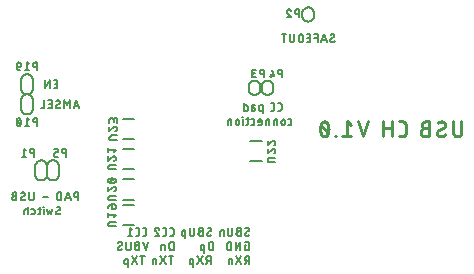
<source format=gbo>
G04 EAGLE Gerber RS-274X export*
G75*
%MOMM*%
%FSLAX34Y34*%
%LPD*%
%IN12_Silk Bottom*%
%IPPOS*%
%AMOC8*
5,1,8,0,0,1.08239X$1,22.5*%
G01*
%ADD10C,0.127000*%
%ADD11C,0.228600*%
%ADD12C,0.150000*%


D10*
X294626Y34131D02*
X294628Y34055D01*
X294634Y33980D01*
X294643Y33904D01*
X294657Y33830D01*
X294674Y33756D01*
X294695Y33683D01*
X294719Y33611D01*
X294747Y33541D01*
X294779Y33472D01*
X294814Y33405D01*
X294852Y33340D01*
X294894Y33276D01*
X294939Y33215D01*
X294987Y33157D01*
X295038Y33100D01*
X295091Y33047D01*
X295148Y32996D01*
X295206Y32948D01*
X295267Y32903D01*
X295331Y32861D01*
X295396Y32823D01*
X295463Y32788D01*
X295532Y32756D01*
X295602Y32728D01*
X295674Y32704D01*
X295747Y32683D01*
X295821Y32666D01*
X295895Y32652D01*
X295971Y32643D01*
X296046Y32637D01*
X296122Y32635D01*
X296230Y32637D01*
X296339Y32642D01*
X296447Y32652D01*
X296554Y32665D01*
X296662Y32681D01*
X296768Y32702D01*
X296874Y32726D01*
X296979Y32753D01*
X297083Y32785D01*
X297185Y32819D01*
X297287Y32858D01*
X297387Y32899D01*
X297485Y32944D01*
X297582Y32993D01*
X297678Y33045D01*
X297771Y33100D01*
X297863Y33158D01*
X297952Y33219D01*
X298039Y33284D01*
X298125Y33351D01*
X298207Y33421D01*
X298287Y33494D01*
X298365Y33570D01*
X298179Y37869D02*
X298177Y37945D01*
X298171Y38020D01*
X298162Y38096D01*
X298148Y38170D01*
X298131Y38244D01*
X298110Y38317D01*
X298086Y38389D01*
X298058Y38459D01*
X298026Y38528D01*
X297991Y38595D01*
X297953Y38660D01*
X297911Y38724D01*
X297866Y38785D01*
X297818Y38843D01*
X297767Y38900D01*
X297714Y38953D01*
X297657Y39004D01*
X297599Y39052D01*
X297538Y39097D01*
X297474Y39139D01*
X297409Y39177D01*
X297342Y39212D01*
X297273Y39244D01*
X297203Y39272D01*
X297131Y39296D01*
X297058Y39317D01*
X296984Y39334D01*
X296910Y39348D01*
X296834Y39357D01*
X296759Y39363D01*
X296683Y39365D01*
X296583Y39363D01*
X296483Y39358D01*
X296383Y39349D01*
X296283Y39336D01*
X296184Y39320D01*
X296086Y39301D01*
X295989Y39278D01*
X295892Y39251D01*
X295796Y39221D01*
X295702Y39188D01*
X295609Y39151D01*
X295517Y39111D01*
X295426Y39068D01*
X295337Y39021D01*
X295250Y38971D01*
X295165Y38919D01*
X295082Y38863D01*
X295001Y38804D01*
X297430Y36560D02*
X297494Y36600D01*
X297556Y36643D01*
X297615Y36689D01*
X297672Y36737D01*
X297727Y36789D01*
X297779Y36843D01*
X297828Y36900D01*
X297875Y36959D01*
X297918Y37020D01*
X297959Y37083D01*
X297996Y37148D01*
X298030Y37215D01*
X298061Y37284D01*
X298088Y37354D01*
X298112Y37425D01*
X298132Y37497D01*
X298148Y37571D01*
X298161Y37645D01*
X298171Y37719D01*
X298176Y37794D01*
X298178Y37869D01*
X295374Y35440D02*
X295310Y35400D01*
X295248Y35357D01*
X295189Y35311D01*
X295132Y35263D01*
X295077Y35211D01*
X295025Y35157D01*
X294976Y35100D01*
X294929Y35041D01*
X294886Y34980D01*
X294845Y34917D01*
X294808Y34852D01*
X294774Y34785D01*
X294743Y34716D01*
X294716Y34646D01*
X294692Y34575D01*
X294672Y34503D01*
X294656Y34429D01*
X294643Y34355D01*
X294633Y34281D01*
X294628Y34206D01*
X294626Y34131D01*
X295374Y35439D02*
X297430Y36561D01*
X291006Y36374D02*
X289136Y36374D01*
X289136Y36373D02*
X289051Y36371D01*
X288966Y36365D01*
X288882Y36356D01*
X288797Y36342D01*
X288714Y36325D01*
X288632Y36304D01*
X288550Y36279D01*
X288470Y36250D01*
X288391Y36218D01*
X288314Y36183D01*
X288239Y36143D01*
X288165Y36101D01*
X288093Y36055D01*
X288024Y36006D01*
X287956Y35954D01*
X287892Y35899D01*
X287830Y35841D01*
X287770Y35780D01*
X287713Y35716D01*
X287660Y35650D01*
X287609Y35582D01*
X287562Y35511D01*
X287517Y35439D01*
X287477Y35364D01*
X287439Y35287D01*
X287405Y35209D01*
X287375Y35130D01*
X287348Y35049D01*
X287325Y34967D01*
X287306Y34884D01*
X287291Y34801D01*
X287279Y34716D01*
X287271Y34632D01*
X287267Y34547D01*
X287267Y34461D01*
X287271Y34376D01*
X287279Y34292D01*
X287291Y34207D01*
X287306Y34124D01*
X287325Y34041D01*
X287348Y33959D01*
X287375Y33878D01*
X287405Y33799D01*
X287439Y33721D01*
X287477Y33644D01*
X287517Y33570D01*
X287562Y33497D01*
X287609Y33426D01*
X287660Y33358D01*
X287713Y33292D01*
X287770Y33228D01*
X287830Y33167D01*
X287892Y33109D01*
X287956Y33054D01*
X288024Y33002D01*
X288093Y32953D01*
X288165Y32907D01*
X288239Y32865D01*
X288314Y32825D01*
X288391Y32790D01*
X288470Y32758D01*
X288550Y32729D01*
X288632Y32704D01*
X288714Y32683D01*
X288797Y32666D01*
X288882Y32652D01*
X288966Y32643D01*
X289051Y32637D01*
X289136Y32635D01*
X291006Y32635D01*
X291006Y39365D01*
X289136Y39365D01*
X289060Y39363D01*
X288985Y39357D01*
X288909Y39348D01*
X288835Y39334D01*
X288761Y39317D01*
X288688Y39296D01*
X288616Y39272D01*
X288546Y39244D01*
X288477Y39212D01*
X288410Y39177D01*
X288345Y39139D01*
X288281Y39097D01*
X288220Y39052D01*
X288162Y39004D01*
X288105Y38953D01*
X288052Y38900D01*
X288001Y38843D01*
X287953Y38785D01*
X287908Y38724D01*
X287866Y38660D01*
X287828Y38595D01*
X287793Y38528D01*
X287761Y38459D01*
X287733Y38389D01*
X287709Y38317D01*
X287688Y38244D01*
X287671Y38170D01*
X287657Y38096D01*
X287648Y38020D01*
X287642Y37945D01*
X287640Y37869D01*
X287642Y37793D01*
X287648Y37718D01*
X287657Y37642D01*
X287671Y37568D01*
X287688Y37494D01*
X287709Y37421D01*
X287733Y37349D01*
X287761Y37279D01*
X287793Y37210D01*
X287828Y37143D01*
X287866Y37078D01*
X287908Y37014D01*
X287953Y36953D01*
X288001Y36895D01*
X288052Y36838D01*
X288105Y36785D01*
X288162Y36734D01*
X288220Y36686D01*
X288281Y36641D01*
X288345Y36599D01*
X288410Y36561D01*
X288477Y36526D01*
X288546Y36494D01*
X288616Y36466D01*
X288688Y36442D01*
X288761Y36421D01*
X288835Y36404D01*
X288909Y36390D01*
X288985Y36381D01*
X289060Y36375D01*
X289136Y36373D01*
X283965Y34504D02*
X283965Y39365D01*
X283965Y34504D02*
X283963Y34419D01*
X283957Y34334D01*
X283948Y34250D01*
X283934Y34165D01*
X283917Y34082D01*
X283896Y34000D01*
X283871Y33918D01*
X283842Y33838D01*
X283810Y33759D01*
X283775Y33682D01*
X283735Y33607D01*
X283693Y33533D01*
X283647Y33461D01*
X283598Y33392D01*
X283546Y33324D01*
X283491Y33260D01*
X283433Y33198D01*
X283372Y33138D01*
X283308Y33081D01*
X283242Y33028D01*
X283174Y32977D01*
X283103Y32930D01*
X283031Y32885D01*
X282956Y32845D01*
X282879Y32807D01*
X282801Y32773D01*
X282722Y32743D01*
X282641Y32716D01*
X282559Y32693D01*
X282476Y32674D01*
X282393Y32659D01*
X282308Y32647D01*
X282224Y32639D01*
X282139Y32635D01*
X282053Y32635D01*
X281968Y32639D01*
X281884Y32647D01*
X281799Y32659D01*
X281716Y32674D01*
X281633Y32693D01*
X281551Y32716D01*
X281470Y32743D01*
X281391Y32773D01*
X281313Y32807D01*
X281236Y32845D01*
X281162Y32885D01*
X281089Y32930D01*
X281018Y32977D01*
X280950Y33028D01*
X280884Y33081D01*
X280820Y33138D01*
X280759Y33198D01*
X280701Y33260D01*
X280646Y33324D01*
X280594Y33392D01*
X280545Y33461D01*
X280499Y33533D01*
X280457Y33607D01*
X280417Y33682D01*
X280382Y33759D01*
X280350Y33838D01*
X280321Y33918D01*
X280296Y34000D01*
X280275Y34082D01*
X280258Y34165D01*
X280244Y34250D01*
X280235Y34334D01*
X280229Y34419D01*
X280227Y34504D01*
X280226Y34504D02*
X280226Y39365D01*
X276391Y37122D02*
X276391Y32635D01*
X276391Y37122D02*
X274522Y37122D01*
X274457Y37120D01*
X274392Y37114D01*
X274327Y37105D01*
X274263Y37092D01*
X274200Y37075D01*
X274138Y37054D01*
X274078Y37030D01*
X274018Y37003D01*
X273961Y36972D01*
X273905Y36937D01*
X273852Y36900D01*
X273801Y36860D01*
X273752Y36816D01*
X273706Y36770D01*
X273663Y36721D01*
X273622Y36670D01*
X273585Y36617D01*
X273550Y36561D01*
X273519Y36504D01*
X273492Y36444D01*
X273468Y36384D01*
X273447Y36322D01*
X273430Y36259D01*
X273417Y36195D01*
X273408Y36130D01*
X273402Y36065D01*
X273400Y36000D01*
X273400Y32635D01*
X263962Y32635D02*
X263886Y32637D01*
X263811Y32643D01*
X263735Y32652D01*
X263661Y32666D01*
X263587Y32683D01*
X263514Y32704D01*
X263442Y32728D01*
X263372Y32756D01*
X263303Y32788D01*
X263236Y32823D01*
X263171Y32861D01*
X263107Y32903D01*
X263046Y32948D01*
X262988Y32996D01*
X262931Y33047D01*
X262878Y33100D01*
X262827Y33157D01*
X262779Y33215D01*
X262734Y33276D01*
X262692Y33340D01*
X262654Y33405D01*
X262619Y33472D01*
X262587Y33541D01*
X262559Y33611D01*
X262535Y33683D01*
X262514Y33756D01*
X262497Y33830D01*
X262483Y33904D01*
X262474Y33980D01*
X262468Y34055D01*
X262466Y34131D01*
X263962Y32635D02*
X264070Y32637D01*
X264179Y32642D01*
X264287Y32652D01*
X264394Y32665D01*
X264502Y32681D01*
X264608Y32702D01*
X264714Y32726D01*
X264819Y32753D01*
X264923Y32785D01*
X265025Y32819D01*
X265127Y32858D01*
X265227Y32899D01*
X265325Y32944D01*
X265422Y32993D01*
X265518Y33045D01*
X265611Y33100D01*
X265703Y33158D01*
X265792Y33219D01*
X265879Y33284D01*
X265965Y33351D01*
X266047Y33421D01*
X266127Y33494D01*
X266205Y33570D01*
X266019Y37869D02*
X266017Y37945D01*
X266011Y38020D01*
X266002Y38096D01*
X265988Y38170D01*
X265971Y38244D01*
X265950Y38317D01*
X265926Y38389D01*
X265898Y38459D01*
X265866Y38528D01*
X265831Y38595D01*
X265793Y38660D01*
X265751Y38724D01*
X265706Y38785D01*
X265658Y38843D01*
X265607Y38900D01*
X265554Y38953D01*
X265497Y39004D01*
X265439Y39052D01*
X265378Y39097D01*
X265314Y39139D01*
X265249Y39177D01*
X265182Y39212D01*
X265113Y39244D01*
X265043Y39272D01*
X264971Y39296D01*
X264898Y39317D01*
X264824Y39334D01*
X264750Y39348D01*
X264674Y39357D01*
X264599Y39363D01*
X264523Y39365D01*
X264423Y39363D01*
X264323Y39358D01*
X264223Y39349D01*
X264123Y39336D01*
X264024Y39320D01*
X263926Y39301D01*
X263829Y39278D01*
X263732Y39251D01*
X263636Y39221D01*
X263542Y39188D01*
X263449Y39151D01*
X263357Y39111D01*
X263266Y39068D01*
X263177Y39021D01*
X263090Y38971D01*
X263005Y38919D01*
X262922Y38863D01*
X262841Y38804D01*
X265270Y36560D02*
X265334Y36600D01*
X265396Y36643D01*
X265455Y36689D01*
X265512Y36737D01*
X265567Y36789D01*
X265619Y36843D01*
X265668Y36900D01*
X265715Y36959D01*
X265758Y37020D01*
X265799Y37083D01*
X265836Y37148D01*
X265870Y37215D01*
X265901Y37284D01*
X265928Y37354D01*
X265952Y37425D01*
X265972Y37497D01*
X265988Y37571D01*
X266001Y37645D01*
X266011Y37719D01*
X266016Y37794D01*
X266018Y37869D01*
X263214Y35440D02*
X263150Y35400D01*
X263088Y35357D01*
X263029Y35311D01*
X262972Y35263D01*
X262917Y35211D01*
X262865Y35157D01*
X262816Y35100D01*
X262769Y35041D01*
X262726Y34980D01*
X262685Y34917D01*
X262648Y34852D01*
X262614Y34785D01*
X262583Y34716D01*
X262556Y34646D01*
X262532Y34575D01*
X262512Y34503D01*
X262496Y34429D01*
X262483Y34355D01*
X262473Y34281D01*
X262468Y34206D01*
X262466Y34131D01*
X263214Y35439D02*
X265270Y36561D01*
X258846Y36374D02*
X256977Y36374D01*
X256977Y36373D02*
X256892Y36371D01*
X256807Y36365D01*
X256723Y36356D01*
X256638Y36342D01*
X256555Y36325D01*
X256473Y36304D01*
X256391Y36279D01*
X256311Y36250D01*
X256232Y36218D01*
X256155Y36183D01*
X256080Y36143D01*
X256006Y36101D01*
X255934Y36055D01*
X255865Y36006D01*
X255797Y35954D01*
X255733Y35899D01*
X255671Y35841D01*
X255611Y35780D01*
X255554Y35716D01*
X255501Y35650D01*
X255450Y35582D01*
X255403Y35511D01*
X255358Y35439D01*
X255318Y35364D01*
X255280Y35287D01*
X255246Y35209D01*
X255216Y35130D01*
X255189Y35049D01*
X255166Y34967D01*
X255147Y34884D01*
X255132Y34801D01*
X255120Y34716D01*
X255112Y34632D01*
X255108Y34547D01*
X255108Y34461D01*
X255112Y34376D01*
X255120Y34292D01*
X255132Y34207D01*
X255147Y34124D01*
X255166Y34041D01*
X255189Y33959D01*
X255216Y33878D01*
X255246Y33799D01*
X255280Y33721D01*
X255318Y33644D01*
X255358Y33570D01*
X255403Y33497D01*
X255450Y33426D01*
X255501Y33358D01*
X255554Y33292D01*
X255611Y33228D01*
X255671Y33167D01*
X255733Y33109D01*
X255797Y33054D01*
X255865Y33002D01*
X255934Y32953D01*
X256006Y32907D01*
X256080Y32865D01*
X256155Y32825D01*
X256232Y32790D01*
X256311Y32758D01*
X256391Y32729D01*
X256473Y32704D01*
X256555Y32683D01*
X256638Y32666D01*
X256723Y32652D01*
X256807Y32643D01*
X256892Y32637D01*
X256977Y32635D01*
X258846Y32635D01*
X258846Y39365D01*
X256977Y39365D01*
X256901Y39363D01*
X256826Y39357D01*
X256750Y39348D01*
X256676Y39334D01*
X256602Y39317D01*
X256529Y39296D01*
X256457Y39272D01*
X256387Y39244D01*
X256318Y39212D01*
X256251Y39177D01*
X256186Y39139D01*
X256122Y39097D01*
X256061Y39052D01*
X256003Y39004D01*
X255946Y38953D01*
X255893Y38900D01*
X255842Y38843D01*
X255794Y38785D01*
X255749Y38724D01*
X255707Y38660D01*
X255669Y38595D01*
X255634Y38528D01*
X255602Y38459D01*
X255574Y38389D01*
X255550Y38317D01*
X255529Y38244D01*
X255512Y38170D01*
X255498Y38096D01*
X255489Y38020D01*
X255483Y37945D01*
X255481Y37869D01*
X255483Y37793D01*
X255489Y37718D01*
X255498Y37642D01*
X255512Y37568D01*
X255529Y37494D01*
X255550Y37421D01*
X255574Y37349D01*
X255602Y37279D01*
X255634Y37210D01*
X255669Y37143D01*
X255707Y37078D01*
X255749Y37014D01*
X255794Y36953D01*
X255842Y36895D01*
X255893Y36838D01*
X255946Y36785D01*
X256003Y36734D01*
X256061Y36686D01*
X256122Y36641D01*
X256186Y36599D01*
X256251Y36561D01*
X256318Y36526D01*
X256387Y36494D01*
X256457Y36466D01*
X256529Y36442D01*
X256602Y36421D01*
X256676Y36404D01*
X256750Y36390D01*
X256826Y36381D01*
X256901Y36375D01*
X256977Y36373D01*
X251805Y34504D02*
X251805Y39365D01*
X251805Y34504D02*
X251803Y34419D01*
X251797Y34334D01*
X251788Y34250D01*
X251774Y34165D01*
X251757Y34082D01*
X251736Y34000D01*
X251711Y33918D01*
X251682Y33838D01*
X251650Y33759D01*
X251615Y33682D01*
X251575Y33607D01*
X251533Y33533D01*
X251487Y33461D01*
X251438Y33392D01*
X251386Y33324D01*
X251331Y33260D01*
X251273Y33198D01*
X251212Y33138D01*
X251148Y33081D01*
X251082Y33028D01*
X251014Y32977D01*
X250943Y32930D01*
X250871Y32885D01*
X250796Y32845D01*
X250719Y32807D01*
X250641Y32773D01*
X250562Y32743D01*
X250481Y32716D01*
X250399Y32693D01*
X250316Y32674D01*
X250233Y32659D01*
X250148Y32647D01*
X250064Y32639D01*
X249979Y32635D01*
X249893Y32635D01*
X249808Y32639D01*
X249724Y32647D01*
X249639Y32659D01*
X249556Y32674D01*
X249473Y32693D01*
X249391Y32716D01*
X249310Y32743D01*
X249231Y32773D01*
X249153Y32807D01*
X249076Y32845D01*
X249002Y32885D01*
X248929Y32930D01*
X248858Y32977D01*
X248790Y33028D01*
X248724Y33081D01*
X248660Y33138D01*
X248599Y33198D01*
X248541Y33260D01*
X248486Y33324D01*
X248434Y33392D01*
X248385Y33461D01*
X248339Y33533D01*
X248297Y33607D01*
X248257Y33682D01*
X248222Y33759D01*
X248190Y33838D01*
X248161Y33918D01*
X248136Y34000D01*
X248115Y34082D01*
X248098Y34165D01*
X248084Y34250D01*
X248075Y34334D01*
X248069Y34419D01*
X248067Y34504D01*
X248066Y34504D02*
X248066Y39365D01*
X244176Y37122D02*
X244176Y30392D01*
X244176Y37122D02*
X242306Y37122D01*
X242241Y37120D01*
X242176Y37114D01*
X242111Y37105D01*
X242047Y37092D01*
X241984Y37075D01*
X241922Y37054D01*
X241862Y37030D01*
X241802Y37003D01*
X241745Y36972D01*
X241689Y36937D01*
X241636Y36900D01*
X241585Y36860D01*
X241536Y36816D01*
X241490Y36770D01*
X241447Y36721D01*
X241406Y36670D01*
X241369Y36617D01*
X241334Y36561D01*
X241303Y36504D01*
X241276Y36444D01*
X241252Y36384D01*
X241231Y36322D01*
X241214Y36259D01*
X241201Y36195D01*
X241192Y36130D01*
X241186Y36065D01*
X241184Y36000D01*
X241185Y36000D02*
X241185Y33757D01*
X241184Y33757D02*
X241186Y33692D01*
X241192Y33627D01*
X241201Y33562D01*
X241214Y33498D01*
X241231Y33435D01*
X241252Y33373D01*
X241276Y33313D01*
X241303Y33253D01*
X241334Y33196D01*
X241369Y33140D01*
X241406Y33087D01*
X241446Y33036D01*
X241490Y32987D01*
X241536Y32941D01*
X241585Y32897D01*
X241636Y32857D01*
X241689Y32820D01*
X241745Y32785D01*
X241802Y32754D01*
X241862Y32727D01*
X241922Y32703D01*
X241984Y32682D01*
X242047Y32665D01*
X242111Y32652D01*
X242176Y32643D01*
X242241Y32637D01*
X242306Y32635D01*
X244176Y32635D01*
X232581Y32635D02*
X231085Y32635D01*
X232581Y32635D02*
X232657Y32637D01*
X232732Y32643D01*
X232808Y32652D01*
X232882Y32666D01*
X232956Y32683D01*
X233029Y32704D01*
X233101Y32728D01*
X233171Y32756D01*
X233240Y32788D01*
X233307Y32823D01*
X233372Y32861D01*
X233436Y32903D01*
X233497Y32948D01*
X233555Y32996D01*
X233612Y33047D01*
X233665Y33100D01*
X233716Y33157D01*
X233764Y33215D01*
X233809Y33276D01*
X233851Y33340D01*
X233889Y33405D01*
X233924Y33472D01*
X233956Y33541D01*
X233984Y33611D01*
X234008Y33683D01*
X234029Y33756D01*
X234046Y33830D01*
X234060Y33904D01*
X234069Y33980D01*
X234075Y34055D01*
X234077Y34131D01*
X234076Y34131D02*
X234076Y37869D01*
X234077Y37869D02*
X234075Y37945D01*
X234069Y38020D01*
X234060Y38096D01*
X234046Y38170D01*
X234029Y38244D01*
X234008Y38317D01*
X233984Y38389D01*
X233956Y38459D01*
X233924Y38528D01*
X233889Y38595D01*
X233851Y38660D01*
X233809Y38724D01*
X233764Y38785D01*
X233716Y38843D01*
X233665Y38900D01*
X233612Y38953D01*
X233555Y39004D01*
X233497Y39052D01*
X233436Y39097D01*
X233372Y39139D01*
X233307Y39177D01*
X233240Y39212D01*
X233171Y39244D01*
X233101Y39272D01*
X233029Y39296D01*
X232956Y39317D01*
X232882Y39334D01*
X232808Y39348D01*
X232732Y39357D01*
X232657Y39363D01*
X232581Y39365D01*
X231085Y39365D01*
X226581Y32635D02*
X225085Y32635D01*
X226581Y32635D02*
X226657Y32637D01*
X226732Y32643D01*
X226808Y32652D01*
X226882Y32666D01*
X226956Y32683D01*
X227029Y32704D01*
X227101Y32728D01*
X227171Y32756D01*
X227240Y32788D01*
X227307Y32823D01*
X227372Y32861D01*
X227436Y32903D01*
X227497Y32948D01*
X227555Y32996D01*
X227612Y33047D01*
X227665Y33100D01*
X227716Y33157D01*
X227764Y33215D01*
X227809Y33276D01*
X227851Y33340D01*
X227889Y33405D01*
X227924Y33472D01*
X227956Y33541D01*
X227984Y33611D01*
X228008Y33683D01*
X228029Y33756D01*
X228046Y33830D01*
X228060Y33904D01*
X228069Y33980D01*
X228075Y34055D01*
X228077Y34131D01*
X228076Y34131D02*
X228076Y37869D01*
X228077Y37869D02*
X228075Y37945D01*
X228069Y38020D01*
X228060Y38096D01*
X228046Y38170D01*
X228029Y38244D01*
X228008Y38317D01*
X227984Y38389D01*
X227956Y38459D01*
X227924Y38528D01*
X227889Y38595D01*
X227851Y38660D01*
X227809Y38724D01*
X227764Y38785D01*
X227716Y38843D01*
X227665Y38900D01*
X227612Y38953D01*
X227555Y39004D01*
X227497Y39052D01*
X227436Y39097D01*
X227372Y39139D01*
X227307Y39177D01*
X227240Y39212D01*
X227171Y39244D01*
X227101Y39272D01*
X227029Y39296D01*
X226956Y39317D01*
X226882Y39334D01*
X226808Y39348D01*
X226732Y39357D01*
X226657Y39363D01*
X226581Y39365D01*
X225085Y39365D01*
X219989Y39366D02*
X219909Y39364D01*
X219829Y39358D01*
X219749Y39349D01*
X219670Y39336D01*
X219592Y39319D01*
X219515Y39298D01*
X219439Y39273D01*
X219363Y39245D01*
X219290Y39214D01*
X219218Y39179D01*
X219148Y39141D01*
X219079Y39099D01*
X219013Y39054D01*
X218949Y39006D01*
X218887Y38955D01*
X218828Y38901D01*
X218771Y38844D01*
X218717Y38785D01*
X218666Y38723D01*
X218618Y38659D01*
X218573Y38593D01*
X218531Y38525D01*
X218493Y38454D01*
X218458Y38382D01*
X218427Y38309D01*
X218399Y38233D01*
X218374Y38157D01*
X218353Y38080D01*
X218336Y38002D01*
X218323Y37923D01*
X218314Y37843D01*
X218308Y37763D01*
X218306Y37683D01*
X219989Y39365D02*
X220080Y39363D01*
X220170Y39357D01*
X220260Y39348D01*
X220350Y39335D01*
X220439Y39318D01*
X220527Y39297D01*
X220614Y39273D01*
X220701Y39245D01*
X220785Y39213D01*
X220869Y39178D01*
X220951Y39139D01*
X221031Y39097D01*
X221110Y39052D01*
X221186Y39003D01*
X221261Y38951D01*
X221333Y38897D01*
X221403Y38839D01*
X221470Y38778D01*
X221535Y38715D01*
X221597Y38649D01*
X221656Y38580D01*
X221712Y38509D01*
X221765Y38436D01*
X221815Y38360D01*
X221862Y38282D01*
X221906Y38203D01*
X221946Y38122D01*
X221983Y38039D01*
X222016Y37955D01*
X222046Y37869D01*
X218868Y36374D02*
X218810Y36432D01*
X218755Y36492D01*
X218703Y36554D01*
X218654Y36619D01*
X218607Y36685D01*
X218564Y36754D01*
X218524Y36825D01*
X218487Y36897D01*
X218453Y36971D01*
X218423Y37047D01*
X218396Y37123D01*
X218372Y37201D01*
X218353Y37280D01*
X218336Y37360D01*
X218323Y37440D01*
X218314Y37521D01*
X218309Y37602D01*
X218307Y37683D01*
X218867Y36374D02*
X222045Y32635D01*
X218306Y32635D01*
X209541Y32635D02*
X208045Y32635D01*
X209541Y32635D02*
X209617Y32637D01*
X209692Y32643D01*
X209768Y32652D01*
X209842Y32666D01*
X209916Y32683D01*
X209989Y32704D01*
X210061Y32728D01*
X210131Y32756D01*
X210200Y32788D01*
X210267Y32823D01*
X210332Y32861D01*
X210396Y32903D01*
X210457Y32948D01*
X210515Y32996D01*
X210572Y33047D01*
X210625Y33100D01*
X210676Y33157D01*
X210724Y33215D01*
X210769Y33276D01*
X210811Y33340D01*
X210849Y33405D01*
X210884Y33472D01*
X210916Y33541D01*
X210944Y33611D01*
X210968Y33683D01*
X210989Y33756D01*
X211006Y33830D01*
X211020Y33904D01*
X211029Y33980D01*
X211035Y34055D01*
X211037Y34131D01*
X211037Y37869D01*
X211035Y37945D01*
X211029Y38020D01*
X211020Y38096D01*
X211006Y38170D01*
X210989Y38244D01*
X210968Y38317D01*
X210944Y38389D01*
X210916Y38459D01*
X210884Y38528D01*
X210849Y38595D01*
X210811Y38660D01*
X210769Y38724D01*
X210724Y38785D01*
X210676Y38843D01*
X210625Y38900D01*
X210572Y38953D01*
X210515Y39004D01*
X210457Y39052D01*
X210396Y39097D01*
X210332Y39139D01*
X210267Y39177D01*
X210200Y39212D01*
X210131Y39244D01*
X210061Y39272D01*
X209989Y39296D01*
X209916Y39317D01*
X209842Y39334D01*
X209768Y39348D01*
X209692Y39357D01*
X209617Y39363D01*
X209541Y39365D01*
X208045Y39365D01*
X203541Y32635D02*
X202045Y32635D01*
X203541Y32635D02*
X203617Y32637D01*
X203692Y32643D01*
X203768Y32652D01*
X203842Y32666D01*
X203916Y32683D01*
X203989Y32704D01*
X204061Y32728D01*
X204131Y32756D01*
X204200Y32788D01*
X204267Y32823D01*
X204332Y32861D01*
X204396Y32903D01*
X204457Y32948D01*
X204515Y32996D01*
X204572Y33047D01*
X204625Y33100D01*
X204676Y33157D01*
X204724Y33215D01*
X204769Y33276D01*
X204811Y33340D01*
X204849Y33405D01*
X204884Y33472D01*
X204916Y33541D01*
X204944Y33611D01*
X204968Y33683D01*
X204989Y33756D01*
X205006Y33830D01*
X205020Y33904D01*
X205029Y33980D01*
X205035Y34055D01*
X205037Y34131D01*
X205037Y37869D01*
X205035Y37945D01*
X205029Y38020D01*
X205020Y38096D01*
X205006Y38170D01*
X204989Y38244D01*
X204968Y38317D01*
X204944Y38389D01*
X204916Y38459D01*
X204884Y38528D01*
X204849Y38595D01*
X204811Y38660D01*
X204769Y38724D01*
X204724Y38785D01*
X204676Y38843D01*
X204625Y38900D01*
X204572Y38953D01*
X204515Y39004D01*
X204457Y39052D01*
X204396Y39097D01*
X204332Y39139D01*
X204267Y39177D01*
X204200Y39212D01*
X204131Y39244D01*
X204061Y39272D01*
X203989Y39296D01*
X203916Y39317D01*
X203842Y39334D01*
X203768Y39348D01*
X203692Y39357D01*
X203617Y39363D01*
X203541Y39365D01*
X202045Y39365D01*
X199005Y37869D02*
X197136Y39365D01*
X197136Y32635D01*
X199005Y32635D02*
X195266Y32635D01*
X294626Y24374D02*
X295748Y24374D01*
X294626Y24374D02*
X294626Y20635D01*
X296869Y20635D01*
X296945Y20637D01*
X297020Y20643D01*
X297096Y20652D01*
X297170Y20666D01*
X297244Y20683D01*
X297317Y20704D01*
X297389Y20728D01*
X297459Y20756D01*
X297528Y20788D01*
X297595Y20823D01*
X297660Y20861D01*
X297724Y20903D01*
X297785Y20948D01*
X297843Y20996D01*
X297900Y21047D01*
X297953Y21100D01*
X298004Y21157D01*
X298052Y21215D01*
X298097Y21276D01*
X298139Y21340D01*
X298177Y21405D01*
X298212Y21472D01*
X298244Y21541D01*
X298272Y21611D01*
X298296Y21683D01*
X298317Y21756D01*
X298334Y21830D01*
X298348Y21904D01*
X298357Y21980D01*
X298363Y22055D01*
X298365Y22131D01*
X298365Y25869D01*
X298363Y25945D01*
X298357Y26020D01*
X298348Y26096D01*
X298334Y26170D01*
X298317Y26244D01*
X298296Y26317D01*
X298272Y26389D01*
X298244Y26459D01*
X298212Y26528D01*
X298177Y26595D01*
X298139Y26660D01*
X298097Y26724D01*
X298052Y26785D01*
X298004Y26843D01*
X297953Y26900D01*
X297900Y26953D01*
X297843Y27004D01*
X297785Y27052D01*
X297724Y27097D01*
X297660Y27139D01*
X297595Y27177D01*
X297528Y27212D01*
X297459Y27244D01*
X297389Y27272D01*
X297317Y27296D01*
X297244Y27317D01*
X297170Y27334D01*
X297096Y27348D01*
X297020Y27357D01*
X296945Y27363D01*
X296869Y27365D01*
X294626Y27365D01*
X290685Y27365D02*
X290685Y20635D01*
X286946Y20635D02*
X290685Y27365D01*
X286946Y27365D02*
X286946Y20635D01*
X283005Y20635D02*
X283005Y27365D01*
X281136Y27365D01*
X281052Y27363D01*
X280968Y27357D01*
X280885Y27348D01*
X280802Y27335D01*
X280720Y27318D01*
X280639Y27298D01*
X280558Y27274D01*
X280479Y27246D01*
X280401Y27215D01*
X280325Y27180D01*
X280250Y27142D01*
X280177Y27100D01*
X280106Y27056D01*
X280037Y27008D01*
X279971Y26957D01*
X279906Y26903D01*
X279844Y26847D01*
X279785Y26788D01*
X279729Y26726D01*
X279675Y26661D01*
X279624Y26595D01*
X279576Y26526D01*
X279532Y26455D01*
X279490Y26382D01*
X279452Y26307D01*
X279417Y26231D01*
X279386Y26153D01*
X279358Y26074D01*
X279334Y25993D01*
X279314Y25912D01*
X279297Y25830D01*
X279284Y25747D01*
X279275Y25664D01*
X279269Y25580D01*
X279267Y25496D01*
X279266Y25496D02*
X279266Y22504D01*
X279267Y22504D02*
X279269Y22420D01*
X279275Y22336D01*
X279284Y22253D01*
X279297Y22170D01*
X279314Y22088D01*
X279334Y22007D01*
X279358Y21926D01*
X279386Y21847D01*
X279417Y21769D01*
X279452Y21693D01*
X279490Y21618D01*
X279532Y21545D01*
X279576Y21474D01*
X279624Y21405D01*
X279675Y21339D01*
X279729Y21274D01*
X279785Y21212D01*
X279844Y21153D01*
X279906Y21097D01*
X279971Y21043D01*
X280037Y20992D01*
X280106Y20944D01*
X280177Y20900D01*
X280250Y20858D01*
X280325Y20820D01*
X280401Y20785D01*
X280479Y20754D01*
X280558Y20726D01*
X280639Y20702D01*
X280720Y20682D01*
X280802Y20665D01*
X280885Y20652D01*
X280968Y20643D01*
X281052Y20637D01*
X281136Y20635D01*
X283005Y20635D01*
X267645Y20635D02*
X267645Y27365D01*
X265776Y27365D01*
X265692Y27363D01*
X265608Y27357D01*
X265525Y27348D01*
X265442Y27335D01*
X265360Y27318D01*
X265279Y27298D01*
X265198Y27274D01*
X265119Y27246D01*
X265041Y27215D01*
X264965Y27180D01*
X264890Y27142D01*
X264817Y27100D01*
X264746Y27056D01*
X264677Y27008D01*
X264611Y26957D01*
X264546Y26903D01*
X264484Y26847D01*
X264425Y26788D01*
X264369Y26726D01*
X264315Y26661D01*
X264264Y26595D01*
X264216Y26526D01*
X264172Y26455D01*
X264130Y26382D01*
X264092Y26307D01*
X264057Y26231D01*
X264026Y26153D01*
X263998Y26074D01*
X263974Y25993D01*
X263954Y25912D01*
X263937Y25830D01*
X263924Y25747D01*
X263915Y25664D01*
X263909Y25580D01*
X263907Y25496D01*
X263906Y25496D02*
X263906Y22504D01*
X263907Y22504D02*
X263909Y22420D01*
X263915Y22336D01*
X263924Y22253D01*
X263937Y22170D01*
X263954Y22088D01*
X263974Y22007D01*
X263998Y21926D01*
X264026Y21847D01*
X264057Y21769D01*
X264092Y21693D01*
X264130Y21618D01*
X264172Y21545D01*
X264216Y21474D01*
X264264Y21405D01*
X264315Y21339D01*
X264369Y21274D01*
X264425Y21212D01*
X264484Y21153D01*
X264546Y21097D01*
X264611Y21043D01*
X264677Y20992D01*
X264746Y20944D01*
X264817Y20900D01*
X264890Y20858D01*
X264965Y20820D01*
X265041Y20785D01*
X265119Y20754D01*
X265198Y20726D01*
X265279Y20702D01*
X265360Y20682D01*
X265442Y20665D01*
X265525Y20652D01*
X265608Y20643D01*
X265692Y20637D01*
X265776Y20635D01*
X267645Y20635D01*
X260016Y18392D02*
X260016Y25122D01*
X258146Y25122D01*
X258081Y25120D01*
X258016Y25114D01*
X257951Y25105D01*
X257887Y25092D01*
X257824Y25075D01*
X257762Y25054D01*
X257702Y25030D01*
X257642Y25003D01*
X257585Y24972D01*
X257529Y24937D01*
X257476Y24900D01*
X257425Y24860D01*
X257376Y24816D01*
X257330Y24770D01*
X257287Y24721D01*
X257246Y24670D01*
X257209Y24617D01*
X257174Y24561D01*
X257143Y24504D01*
X257116Y24444D01*
X257092Y24384D01*
X257071Y24322D01*
X257054Y24259D01*
X257041Y24195D01*
X257032Y24130D01*
X257026Y24065D01*
X257024Y24000D01*
X257025Y24000D02*
X257025Y21757D01*
X257024Y21757D02*
X257026Y21692D01*
X257032Y21627D01*
X257041Y21562D01*
X257054Y21498D01*
X257071Y21435D01*
X257092Y21373D01*
X257116Y21313D01*
X257143Y21253D01*
X257174Y21196D01*
X257209Y21140D01*
X257246Y21087D01*
X257286Y21036D01*
X257330Y20987D01*
X257376Y20941D01*
X257425Y20897D01*
X257476Y20857D01*
X257529Y20820D01*
X257585Y20785D01*
X257642Y20754D01*
X257702Y20727D01*
X257762Y20703D01*
X257824Y20682D01*
X257887Y20665D01*
X257951Y20652D01*
X258016Y20643D01*
X258081Y20637D01*
X258146Y20635D01*
X260016Y20635D01*
X234285Y20635D02*
X234285Y27365D01*
X232416Y27365D01*
X232332Y27363D01*
X232248Y27357D01*
X232165Y27348D01*
X232082Y27335D01*
X232000Y27318D01*
X231919Y27298D01*
X231838Y27274D01*
X231759Y27246D01*
X231681Y27215D01*
X231605Y27180D01*
X231530Y27142D01*
X231457Y27100D01*
X231386Y27056D01*
X231317Y27008D01*
X231251Y26957D01*
X231186Y26903D01*
X231124Y26847D01*
X231065Y26788D01*
X231009Y26726D01*
X230955Y26661D01*
X230904Y26595D01*
X230856Y26526D01*
X230812Y26455D01*
X230770Y26382D01*
X230732Y26307D01*
X230697Y26231D01*
X230666Y26153D01*
X230638Y26074D01*
X230614Y25993D01*
X230594Y25912D01*
X230577Y25830D01*
X230564Y25747D01*
X230555Y25664D01*
X230549Y25580D01*
X230547Y25496D01*
X230546Y25496D02*
X230546Y22504D01*
X230547Y22504D02*
X230549Y22420D01*
X230555Y22336D01*
X230564Y22253D01*
X230577Y22170D01*
X230594Y22088D01*
X230614Y22007D01*
X230638Y21926D01*
X230666Y21847D01*
X230697Y21769D01*
X230732Y21693D01*
X230770Y21618D01*
X230812Y21545D01*
X230856Y21474D01*
X230904Y21405D01*
X230955Y21339D01*
X231009Y21274D01*
X231065Y21212D01*
X231124Y21153D01*
X231186Y21097D01*
X231251Y21043D01*
X231317Y20992D01*
X231386Y20944D01*
X231457Y20900D01*
X231530Y20858D01*
X231605Y20820D01*
X231681Y20785D01*
X231759Y20754D01*
X231838Y20726D01*
X231919Y20702D01*
X232000Y20682D01*
X232082Y20665D01*
X232165Y20652D01*
X232248Y20643D01*
X232332Y20637D01*
X232416Y20635D01*
X234285Y20635D01*
X226711Y20635D02*
X226711Y25122D01*
X224842Y25122D01*
X224777Y25120D01*
X224712Y25114D01*
X224647Y25105D01*
X224583Y25092D01*
X224520Y25075D01*
X224458Y25054D01*
X224398Y25030D01*
X224338Y25003D01*
X224281Y24972D01*
X224225Y24937D01*
X224172Y24900D01*
X224121Y24860D01*
X224072Y24816D01*
X224026Y24770D01*
X223983Y24721D01*
X223942Y24670D01*
X223905Y24617D01*
X223870Y24561D01*
X223839Y24504D01*
X223812Y24444D01*
X223788Y24384D01*
X223767Y24322D01*
X223750Y24259D01*
X223737Y24195D01*
X223728Y24130D01*
X223722Y24065D01*
X223720Y24000D01*
X223720Y20635D01*
X212819Y27365D02*
X210576Y20635D01*
X208333Y27365D01*
X204846Y24374D02*
X202977Y24374D01*
X202977Y24373D02*
X202892Y24371D01*
X202807Y24365D01*
X202723Y24356D01*
X202638Y24342D01*
X202555Y24325D01*
X202473Y24304D01*
X202391Y24279D01*
X202311Y24250D01*
X202232Y24218D01*
X202155Y24183D01*
X202080Y24143D01*
X202006Y24101D01*
X201934Y24055D01*
X201865Y24006D01*
X201797Y23954D01*
X201733Y23899D01*
X201671Y23841D01*
X201611Y23780D01*
X201554Y23716D01*
X201501Y23650D01*
X201450Y23582D01*
X201403Y23511D01*
X201358Y23439D01*
X201318Y23364D01*
X201280Y23287D01*
X201246Y23209D01*
X201216Y23130D01*
X201189Y23049D01*
X201166Y22967D01*
X201147Y22884D01*
X201132Y22801D01*
X201120Y22716D01*
X201112Y22632D01*
X201108Y22547D01*
X201108Y22461D01*
X201112Y22376D01*
X201120Y22292D01*
X201132Y22207D01*
X201147Y22124D01*
X201166Y22041D01*
X201189Y21959D01*
X201216Y21878D01*
X201246Y21799D01*
X201280Y21721D01*
X201318Y21644D01*
X201358Y21570D01*
X201403Y21497D01*
X201450Y21426D01*
X201501Y21358D01*
X201554Y21292D01*
X201611Y21228D01*
X201671Y21167D01*
X201733Y21109D01*
X201797Y21054D01*
X201865Y21002D01*
X201934Y20953D01*
X202006Y20907D01*
X202080Y20865D01*
X202155Y20825D01*
X202232Y20790D01*
X202311Y20758D01*
X202391Y20729D01*
X202473Y20704D01*
X202555Y20683D01*
X202638Y20666D01*
X202723Y20652D01*
X202807Y20643D01*
X202892Y20637D01*
X202977Y20635D01*
X204846Y20635D01*
X204846Y27365D01*
X202977Y27365D01*
X202901Y27363D01*
X202826Y27357D01*
X202750Y27348D01*
X202676Y27334D01*
X202602Y27317D01*
X202529Y27296D01*
X202457Y27272D01*
X202387Y27244D01*
X202318Y27212D01*
X202251Y27177D01*
X202186Y27139D01*
X202122Y27097D01*
X202061Y27052D01*
X202003Y27004D01*
X201946Y26953D01*
X201893Y26900D01*
X201842Y26843D01*
X201794Y26785D01*
X201749Y26724D01*
X201707Y26660D01*
X201669Y26595D01*
X201634Y26528D01*
X201602Y26459D01*
X201574Y26389D01*
X201550Y26317D01*
X201529Y26244D01*
X201512Y26170D01*
X201498Y26096D01*
X201489Y26020D01*
X201483Y25945D01*
X201481Y25869D01*
X201483Y25793D01*
X201489Y25718D01*
X201498Y25642D01*
X201512Y25568D01*
X201529Y25494D01*
X201550Y25421D01*
X201574Y25349D01*
X201602Y25279D01*
X201634Y25210D01*
X201669Y25143D01*
X201707Y25078D01*
X201749Y25014D01*
X201794Y24953D01*
X201842Y24895D01*
X201893Y24838D01*
X201946Y24785D01*
X202003Y24734D01*
X202061Y24686D01*
X202122Y24641D01*
X202186Y24599D01*
X202251Y24561D01*
X202318Y24526D01*
X202387Y24494D01*
X202457Y24466D01*
X202529Y24442D01*
X202602Y24421D01*
X202676Y24404D01*
X202750Y24390D01*
X202826Y24381D01*
X202901Y24375D01*
X202977Y24373D01*
X197805Y22504D02*
X197805Y27365D01*
X197805Y22504D02*
X197803Y22419D01*
X197797Y22334D01*
X197788Y22250D01*
X197774Y22165D01*
X197757Y22082D01*
X197736Y22000D01*
X197711Y21918D01*
X197682Y21838D01*
X197650Y21759D01*
X197615Y21682D01*
X197575Y21607D01*
X197533Y21533D01*
X197487Y21461D01*
X197438Y21392D01*
X197386Y21324D01*
X197331Y21260D01*
X197273Y21198D01*
X197212Y21138D01*
X197148Y21081D01*
X197082Y21028D01*
X197014Y20977D01*
X196943Y20930D01*
X196871Y20885D01*
X196796Y20845D01*
X196719Y20807D01*
X196641Y20773D01*
X196562Y20743D01*
X196481Y20716D01*
X196399Y20693D01*
X196316Y20674D01*
X196233Y20659D01*
X196148Y20647D01*
X196064Y20639D01*
X195979Y20635D01*
X195893Y20635D01*
X195808Y20639D01*
X195724Y20647D01*
X195639Y20659D01*
X195556Y20674D01*
X195473Y20693D01*
X195391Y20716D01*
X195310Y20743D01*
X195231Y20773D01*
X195153Y20807D01*
X195076Y20845D01*
X195002Y20885D01*
X194929Y20930D01*
X194858Y20977D01*
X194790Y21028D01*
X194724Y21081D01*
X194660Y21138D01*
X194599Y21198D01*
X194541Y21260D01*
X194486Y21324D01*
X194434Y21392D01*
X194385Y21461D01*
X194339Y21533D01*
X194297Y21607D01*
X194257Y21682D01*
X194222Y21759D01*
X194190Y21838D01*
X194161Y21918D01*
X194136Y22000D01*
X194115Y22082D01*
X194098Y22165D01*
X194084Y22250D01*
X194075Y22334D01*
X194069Y22419D01*
X194067Y22504D01*
X194067Y27365D01*
X188362Y20635D02*
X188286Y20637D01*
X188211Y20643D01*
X188135Y20652D01*
X188061Y20666D01*
X187987Y20683D01*
X187914Y20704D01*
X187842Y20728D01*
X187772Y20756D01*
X187703Y20788D01*
X187636Y20823D01*
X187571Y20861D01*
X187507Y20903D01*
X187446Y20948D01*
X187388Y20996D01*
X187331Y21047D01*
X187278Y21100D01*
X187227Y21157D01*
X187179Y21215D01*
X187134Y21276D01*
X187092Y21340D01*
X187054Y21405D01*
X187019Y21472D01*
X186987Y21541D01*
X186959Y21611D01*
X186935Y21683D01*
X186914Y21756D01*
X186897Y21830D01*
X186883Y21904D01*
X186874Y21980D01*
X186868Y22055D01*
X186866Y22131D01*
X188362Y20635D02*
X188470Y20637D01*
X188579Y20642D01*
X188687Y20652D01*
X188794Y20665D01*
X188902Y20681D01*
X189008Y20702D01*
X189114Y20726D01*
X189219Y20753D01*
X189323Y20785D01*
X189425Y20819D01*
X189527Y20858D01*
X189627Y20899D01*
X189725Y20944D01*
X189822Y20993D01*
X189918Y21045D01*
X190011Y21100D01*
X190103Y21158D01*
X190192Y21219D01*
X190279Y21284D01*
X190365Y21351D01*
X190447Y21421D01*
X190527Y21494D01*
X190605Y21570D01*
X190419Y25869D02*
X190417Y25945D01*
X190411Y26020D01*
X190402Y26096D01*
X190388Y26170D01*
X190371Y26244D01*
X190350Y26317D01*
X190326Y26389D01*
X190298Y26459D01*
X190266Y26528D01*
X190231Y26595D01*
X190193Y26660D01*
X190151Y26724D01*
X190106Y26785D01*
X190058Y26843D01*
X190007Y26900D01*
X189954Y26953D01*
X189897Y27004D01*
X189839Y27052D01*
X189778Y27097D01*
X189714Y27139D01*
X189649Y27177D01*
X189582Y27212D01*
X189513Y27244D01*
X189443Y27272D01*
X189371Y27296D01*
X189298Y27317D01*
X189224Y27334D01*
X189150Y27348D01*
X189074Y27357D01*
X188999Y27363D01*
X188923Y27365D01*
X188823Y27363D01*
X188723Y27358D01*
X188623Y27349D01*
X188523Y27336D01*
X188424Y27320D01*
X188326Y27301D01*
X188229Y27278D01*
X188132Y27251D01*
X188036Y27221D01*
X187942Y27188D01*
X187849Y27151D01*
X187757Y27111D01*
X187666Y27068D01*
X187577Y27021D01*
X187490Y26971D01*
X187405Y26919D01*
X187322Y26863D01*
X187241Y26804D01*
X189671Y24560D02*
X189735Y24600D01*
X189797Y24643D01*
X189856Y24689D01*
X189913Y24737D01*
X189968Y24789D01*
X190020Y24843D01*
X190069Y24900D01*
X190116Y24959D01*
X190159Y25020D01*
X190200Y25083D01*
X190237Y25148D01*
X190271Y25215D01*
X190302Y25284D01*
X190329Y25354D01*
X190353Y25425D01*
X190373Y25497D01*
X190389Y25571D01*
X190402Y25645D01*
X190412Y25719D01*
X190417Y25794D01*
X190419Y25869D01*
X187614Y23440D02*
X187550Y23400D01*
X187488Y23357D01*
X187429Y23311D01*
X187372Y23263D01*
X187317Y23211D01*
X187265Y23157D01*
X187216Y23100D01*
X187169Y23041D01*
X187126Y22980D01*
X187085Y22917D01*
X187048Y22852D01*
X187014Y22785D01*
X186983Y22716D01*
X186956Y22646D01*
X186932Y22575D01*
X186912Y22503D01*
X186896Y22429D01*
X186883Y22355D01*
X186873Y22281D01*
X186868Y22206D01*
X186866Y22131D01*
X187614Y23439D02*
X189671Y24561D01*
X298365Y15365D02*
X298365Y8635D01*
X298365Y15365D02*
X296496Y15365D01*
X296411Y15363D01*
X296326Y15357D01*
X296242Y15348D01*
X296157Y15334D01*
X296074Y15317D01*
X295992Y15296D01*
X295910Y15271D01*
X295830Y15242D01*
X295751Y15210D01*
X295674Y15175D01*
X295599Y15135D01*
X295525Y15093D01*
X295453Y15047D01*
X295384Y14998D01*
X295316Y14946D01*
X295252Y14891D01*
X295190Y14833D01*
X295130Y14772D01*
X295073Y14708D01*
X295020Y14642D01*
X294969Y14574D01*
X294922Y14503D01*
X294877Y14431D01*
X294837Y14356D01*
X294799Y14279D01*
X294765Y14201D01*
X294735Y14122D01*
X294708Y14041D01*
X294685Y13959D01*
X294666Y13876D01*
X294651Y13793D01*
X294639Y13708D01*
X294631Y13624D01*
X294627Y13539D01*
X294627Y13453D01*
X294631Y13368D01*
X294639Y13284D01*
X294651Y13199D01*
X294666Y13116D01*
X294685Y13033D01*
X294708Y12951D01*
X294735Y12870D01*
X294765Y12791D01*
X294799Y12713D01*
X294837Y12636D01*
X294877Y12562D01*
X294922Y12489D01*
X294969Y12418D01*
X295020Y12350D01*
X295073Y12284D01*
X295130Y12220D01*
X295190Y12159D01*
X295252Y12101D01*
X295316Y12046D01*
X295384Y11994D01*
X295453Y11945D01*
X295525Y11899D01*
X295599Y11857D01*
X295674Y11817D01*
X295751Y11782D01*
X295830Y11750D01*
X295910Y11721D01*
X295992Y11696D01*
X296074Y11675D01*
X296157Y11658D01*
X296242Y11644D01*
X296326Y11635D01*
X296411Y11629D01*
X296496Y11627D01*
X296496Y11626D02*
X298365Y11626D01*
X296122Y11626D02*
X294626Y8635D01*
X291608Y8635D02*
X287121Y15365D01*
X291608Y15365D02*
X287121Y8635D01*
X283900Y8635D02*
X283900Y13122D01*
X282031Y13122D01*
X281966Y13120D01*
X281901Y13114D01*
X281836Y13105D01*
X281772Y13092D01*
X281709Y13075D01*
X281647Y13054D01*
X281587Y13030D01*
X281527Y13003D01*
X281470Y12972D01*
X281414Y12937D01*
X281361Y12900D01*
X281310Y12860D01*
X281261Y12816D01*
X281215Y12770D01*
X281172Y12721D01*
X281131Y12670D01*
X281094Y12617D01*
X281059Y12561D01*
X281028Y12504D01*
X281001Y12444D01*
X280977Y12384D01*
X280956Y12322D01*
X280939Y12259D01*
X280926Y12195D01*
X280917Y12130D01*
X280911Y12065D01*
X280909Y12000D01*
X280909Y8635D01*
X265485Y8635D02*
X265485Y15365D01*
X263616Y15365D01*
X263531Y15363D01*
X263446Y15357D01*
X263362Y15348D01*
X263277Y15334D01*
X263194Y15317D01*
X263112Y15296D01*
X263030Y15271D01*
X262950Y15242D01*
X262871Y15210D01*
X262794Y15175D01*
X262719Y15135D01*
X262645Y15093D01*
X262573Y15047D01*
X262504Y14998D01*
X262436Y14946D01*
X262372Y14891D01*
X262310Y14833D01*
X262250Y14772D01*
X262193Y14708D01*
X262140Y14642D01*
X262089Y14574D01*
X262042Y14503D01*
X261997Y14431D01*
X261957Y14356D01*
X261919Y14279D01*
X261885Y14201D01*
X261855Y14122D01*
X261828Y14041D01*
X261805Y13959D01*
X261786Y13876D01*
X261771Y13793D01*
X261759Y13708D01*
X261751Y13624D01*
X261747Y13539D01*
X261747Y13453D01*
X261751Y13368D01*
X261759Y13284D01*
X261771Y13199D01*
X261786Y13116D01*
X261805Y13033D01*
X261828Y12951D01*
X261855Y12870D01*
X261885Y12791D01*
X261919Y12713D01*
X261957Y12636D01*
X261997Y12562D01*
X262042Y12489D01*
X262089Y12418D01*
X262140Y12350D01*
X262193Y12284D01*
X262250Y12220D01*
X262310Y12159D01*
X262372Y12101D01*
X262436Y12046D01*
X262504Y11994D01*
X262573Y11945D01*
X262645Y11899D01*
X262719Y11857D01*
X262794Y11817D01*
X262871Y11782D01*
X262950Y11750D01*
X263030Y11721D01*
X263112Y11696D01*
X263194Y11675D01*
X263277Y11658D01*
X263362Y11644D01*
X263446Y11635D01*
X263531Y11629D01*
X263616Y11627D01*
X263616Y11626D02*
X265485Y11626D01*
X263242Y11626D02*
X261746Y8635D01*
X258728Y8635D02*
X254242Y15365D01*
X258728Y15365D02*
X254242Y8635D01*
X250965Y6392D02*
X250965Y13122D01*
X249096Y13122D01*
X249031Y13120D01*
X248966Y13114D01*
X248901Y13105D01*
X248837Y13092D01*
X248774Y13075D01*
X248712Y13054D01*
X248652Y13030D01*
X248592Y13003D01*
X248535Y12972D01*
X248479Y12937D01*
X248426Y12900D01*
X248375Y12860D01*
X248326Y12816D01*
X248280Y12770D01*
X248237Y12721D01*
X248196Y12670D01*
X248159Y12617D01*
X248124Y12561D01*
X248093Y12504D01*
X248066Y12444D01*
X248042Y12384D01*
X248021Y12322D01*
X248004Y12259D01*
X247991Y12195D01*
X247982Y12130D01*
X247976Y12065D01*
X247974Y12000D01*
X247974Y9757D01*
X247976Y9692D01*
X247982Y9627D01*
X247991Y9562D01*
X248004Y9498D01*
X248021Y9435D01*
X248042Y9373D01*
X248066Y9313D01*
X248093Y9253D01*
X248124Y9196D01*
X248159Y9140D01*
X248196Y9087D01*
X248236Y9036D01*
X248280Y8987D01*
X248326Y8941D01*
X248375Y8897D01*
X248426Y8857D01*
X248479Y8820D01*
X248535Y8785D01*
X248592Y8754D01*
X248652Y8727D01*
X248712Y8703D01*
X248774Y8682D01*
X248837Y8665D01*
X248901Y8652D01*
X248966Y8643D01*
X249031Y8637D01*
X249096Y8635D01*
X250965Y8635D01*
X231765Y8635D02*
X231765Y15365D01*
X229896Y15365D02*
X233635Y15365D01*
X227288Y8635D02*
X222802Y15365D01*
X227288Y15365D02*
X222802Y8635D01*
X219581Y8635D02*
X219581Y13122D01*
X217711Y13122D01*
X217646Y13120D01*
X217581Y13114D01*
X217516Y13105D01*
X217452Y13092D01*
X217389Y13075D01*
X217327Y13054D01*
X217267Y13030D01*
X217207Y13003D01*
X217150Y12972D01*
X217094Y12937D01*
X217041Y12900D01*
X216990Y12860D01*
X216941Y12816D01*
X216895Y12770D01*
X216852Y12721D01*
X216811Y12670D01*
X216774Y12617D01*
X216739Y12561D01*
X216708Y12504D01*
X216681Y12444D01*
X216657Y12384D01*
X216636Y12322D01*
X216619Y12259D01*
X216606Y12195D01*
X216597Y12130D01*
X216591Y12065D01*
X216589Y12000D01*
X216590Y12000D02*
X216590Y8635D01*
X207765Y8635D02*
X207765Y15365D01*
X205896Y15365D02*
X209635Y15365D01*
X203289Y8635D02*
X198802Y15365D01*
X203289Y15365D02*
X198802Y8635D01*
X195525Y6392D02*
X195525Y13122D01*
X193656Y13122D01*
X193591Y13120D01*
X193526Y13114D01*
X193461Y13105D01*
X193397Y13092D01*
X193334Y13075D01*
X193272Y13054D01*
X193212Y13030D01*
X193152Y13003D01*
X193095Y12972D01*
X193039Y12937D01*
X192986Y12900D01*
X192935Y12860D01*
X192886Y12816D01*
X192840Y12770D01*
X192797Y12721D01*
X192756Y12670D01*
X192719Y12617D01*
X192684Y12561D01*
X192653Y12504D01*
X192626Y12444D01*
X192602Y12384D01*
X192581Y12322D01*
X192564Y12259D01*
X192551Y12195D01*
X192542Y12130D01*
X192536Y12065D01*
X192534Y12000D01*
X192534Y9757D01*
X192536Y9692D01*
X192542Y9627D01*
X192551Y9562D01*
X192564Y9498D01*
X192581Y9435D01*
X192602Y9373D01*
X192626Y9313D01*
X192653Y9253D01*
X192684Y9196D01*
X192719Y9140D01*
X192756Y9087D01*
X192796Y9036D01*
X192840Y8987D01*
X192886Y8941D01*
X192935Y8897D01*
X192986Y8857D01*
X193039Y8820D01*
X193095Y8785D01*
X193152Y8754D01*
X193212Y8727D01*
X193272Y8703D01*
X193334Y8682D01*
X193397Y8665D01*
X193461Y8652D01*
X193526Y8643D01*
X193591Y8637D01*
X193656Y8635D01*
X195525Y8635D01*
X322507Y138635D02*
X324002Y138635D01*
X324078Y138637D01*
X324153Y138643D01*
X324229Y138652D01*
X324303Y138666D01*
X324377Y138683D01*
X324450Y138704D01*
X324522Y138728D01*
X324592Y138756D01*
X324661Y138788D01*
X324728Y138823D01*
X324793Y138861D01*
X324857Y138903D01*
X324918Y138948D01*
X324976Y138996D01*
X325033Y139047D01*
X325086Y139100D01*
X325137Y139157D01*
X325185Y139215D01*
X325230Y139276D01*
X325272Y139340D01*
X325310Y139405D01*
X325345Y139472D01*
X325377Y139541D01*
X325405Y139611D01*
X325429Y139683D01*
X325450Y139756D01*
X325467Y139830D01*
X325481Y139904D01*
X325490Y139980D01*
X325496Y140055D01*
X325498Y140131D01*
X325498Y143869D01*
X325496Y143945D01*
X325490Y144020D01*
X325481Y144096D01*
X325467Y144170D01*
X325450Y144244D01*
X325429Y144317D01*
X325405Y144389D01*
X325377Y144459D01*
X325345Y144528D01*
X325310Y144595D01*
X325272Y144660D01*
X325230Y144724D01*
X325185Y144785D01*
X325137Y144843D01*
X325086Y144900D01*
X325033Y144953D01*
X324976Y145004D01*
X324918Y145052D01*
X324857Y145097D01*
X324793Y145139D01*
X324728Y145177D01*
X324661Y145212D01*
X324592Y145244D01*
X324522Y145272D01*
X324450Y145296D01*
X324377Y145317D01*
X324303Y145334D01*
X324229Y145348D01*
X324153Y145357D01*
X324078Y145363D01*
X324002Y145365D01*
X322507Y145365D01*
X318003Y138635D02*
X316507Y138635D01*
X318003Y138635D02*
X318079Y138637D01*
X318154Y138643D01*
X318230Y138652D01*
X318304Y138666D01*
X318378Y138683D01*
X318451Y138704D01*
X318523Y138728D01*
X318593Y138756D01*
X318662Y138788D01*
X318729Y138823D01*
X318794Y138861D01*
X318858Y138903D01*
X318919Y138948D01*
X318977Y138996D01*
X319034Y139047D01*
X319087Y139100D01*
X319138Y139157D01*
X319186Y139215D01*
X319231Y139276D01*
X319273Y139340D01*
X319311Y139405D01*
X319346Y139472D01*
X319378Y139541D01*
X319406Y139611D01*
X319430Y139683D01*
X319451Y139756D01*
X319468Y139830D01*
X319482Y139904D01*
X319491Y139980D01*
X319497Y140055D01*
X319499Y140131D01*
X319498Y140131D02*
X319498Y143869D01*
X319496Y143945D01*
X319490Y144020D01*
X319481Y144096D01*
X319467Y144170D01*
X319450Y144244D01*
X319429Y144317D01*
X319405Y144389D01*
X319377Y144459D01*
X319345Y144528D01*
X319310Y144595D01*
X319272Y144660D01*
X319230Y144724D01*
X319185Y144785D01*
X319137Y144843D01*
X319086Y144900D01*
X319033Y144953D01*
X318976Y145004D01*
X318918Y145052D01*
X318857Y145097D01*
X318793Y145139D01*
X318728Y145177D01*
X318661Y145212D01*
X318592Y145244D01*
X318522Y145272D01*
X318450Y145296D01*
X318377Y145317D01*
X318303Y145334D01*
X318229Y145348D01*
X318153Y145357D01*
X318078Y145363D01*
X318002Y145365D01*
X318003Y145365D02*
X316507Y145365D01*
X309438Y143122D02*
X309438Y136392D01*
X309438Y143122D02*
X307568Y143122D01*
X307503Y143120D01*
X307438Y143114D01*
X307373Y143105D01*
X307309Y143092D01*
X307246Y143075D01*
X307184Y143054D01*
X307124Y143030D01*
X307064Y143003D01*
X307007Y142972D01*
X306951Y142937D01*
X306898Y142900D01*
X306847Y142860D01*
X306798Y142816D01*
X306752Y142770D01*
X306709Y142721D01*
X306668Y142670D01*
X306631Y142617D01*
X306596Y142561D01*
X306565Y142504D01*
X306538Y142444D01*
X306514Y142384D01*
X306493Y142322D01*
X306476Y142259D01*
X306463Y142195D01*
X306454Y142130D01*
X306448Y142065D01*
X306446Y142000D01*
X306447Y142000D02*
X306447Y139757D01*
X306446Y139757D02*
X306448Y139692D01*
X306454Y139627D01*
X306463Y139562D01*
X306476Y139498D01*
X306493Y139435D01*
X306514Y139373D01*
X306538Y139313D01*
X306565Y139253D01*
X306596Y139196D01*
X306631Y139140D01*
X306668Y139087D01*
X306708Y139036D01*
X306752Y138987D01*
X306798Y138941D01*
X306847Y138897D01*
X306898Y138857D01*
X306951Y138820D01*
X307007Y138785D01*
X307064Y138754D01*
X307124Y138727D01*
X307184Y138703D01*
X307246Y138682D01*
X307309Y138665D01*
X307373Y138652D01*
X307438Y138643D01*
X307503Y138637D01*
X307568Y138635D01*
X309438Y138635D01*
X302000Y141252D02*
X300317Y141252D01*
X302000Y141253D02*
X302071Y141251D01*
X302142Y141245D01*
X302212Y141236D01*
X302281Y141222D01*
X302350Y141205D01*
X302418Y141184D01*
X302485Y141160D01*
X302550Y141132D01*
X302613Y141101D01*
X302675Y141066D01*
X302735Y141027D01*
X302792Y140986D01*
X302847Y140942D01*
X302900Y140894D01*
X302950Y140844D01*
X302998Y140791D01*
X303042Y140736D01*
X303083Y140679D01*
X303122Y140619D01*
X303157Y140557D01*
X303188Y140494D01*
X303216Y140429D01*
X303240Y140362D01*
X303261Y140294D01*
X303278Y140225D01*
X303292Y140156D01*
X303301Y140086D01*
X303307Y140015D01*
X303309Y139944D01*
X303307Y139873D01*
X303301Y139802D01*
X303292Y139732D01*
X303278Y139663D01*
X303261Y139594D01*
X303240Y139526D01*
X303216Y139459D01*
X303188Y139394D01*
X303157Y139331D01*
X303122Y139269D01*
X303083Y139209D01*
X303042Y139152D01*
X302998Y139097D01*
X302950Y139044D01*
X302900Y138994D01*
X302847Y138946D01*
X302792Y138902D01*
X302735Y138861D01*
X302675Y138822D01*
X302613Y138787D01*
X302550Y138756D01*
X302485Y138728D01*
X302418Y138704D01*
X302350Y138683D01*
X302281Y138666D01*
X302212Y138652D01*
X302142Y138643D01*
X302071Y138637D01*
X302000Y138635D01*
X300317Y138635D01*
X300317Y142000D01*
X300319Y142065D01*
X300325Y142130D01*
X300334Y142195D01*
X300347Y142259D01*
X300364Y142322D01*
X300385Y142384D01*
X300409Y142444D01*
X300436Y142504D01*
X300467Y142561D01*
X300502Y142617D01*
X300539Y142670D01*
X300580Y142721D01*
X300623Y142770D01*
X300669Y142816D01*
X300718Y142860D01*
X300769Y142900D01*
X300822Y142937D01*
X300878Y142972D01*
X300935Y143003D01*
X300995Y143030D01*
X301055Y143054D01*
X301117Y143075D01*
X301180Y143092D01*
X301244Y143105D01*
X301309Y143114D01*
X301374Y143120D01*
X301439Y143122D01*
X302935Y143122D01*
X293837Y145365D02*
X293837Y138635D01*
X295707Y138635D01*
X295772Y138637D01*
X295837Y138643D01*
X295902Y138652D01*
X295966Y138665D01*
X296029Y138682D01*
X296091Y138703D01*
X296151Y138727D01*
X296211Y138754D01*
X296268Y138785D01*
X296324Y138820D01*
X296377Y138857D01*
X296428Y138898D01*
X296477Y138941D01*
X296523Y138987D01*
X296567Y139036D01*
X296607Y139087D01*
X296644Y139140D01*
X296679Y139196D01*
X296710Y139253D01*
X296737Y139313D01*
X296761Y139373D01*
X296782Y139435D01*
X296799Y139498D01*
X296812Y139562D01*
X296821Y139627D01*
X296827Y139692D01*
X296829Y139757D01*
X296828Y139757D02*
X296828Y142000D01*
X296829Y142000D02*
X296827Y142065D01*
X296821Y142130D01*
X296812Y142195D01*
X296799Y142259D01*
X296782Y142322D01*
X296761Y142384D01*
X296737Y142444D01*
X296710Y142504D01*
X296679Y142561D01*
X296644Y142617D01*
X296607Y142670D01*
X296567Y142721D01*
X296523Y142770D01*
X296477Y142816D01*
X296428Y142860D01*
X296377Y142900D01*
X296324Y142937D01*
X296268Y142972D01*
X296211Y143003D01*
X296151Y143030D01*
X296091Y143054D01*
X296029Y143075D01*
X295966Y143092D01*
X295902Y143105D01*
X295837Y143114D01*
X295772Y143120D01*
X295707Y143122D01*
X293837Y143122D01*
X331312Y126635D02*
X332808Y126635D01*
X332873Y126637D01*
X332938Y126643D01*
X333003Y126652D01*
X333067Y126665D01*
X333130Y126682D01*
X333192Y126703D01*
X333252Y126727D01*
X333312Y126754D01*
X333369Y126785D01*
X333425Y126820D01*
X333478Y126857D01*
X333529Y126898D01*
X333578Y126941D01*
X333624Y126987D01*
X333668Y127036D01*
X333708Y127087D01*
X333745Y127140D01*
X333780Y127196D01*
X333811Y127253D01*
X333838Y127313D01*
X333862Y127373D01*
X333883Y127435D01*
X333900Y127498D01*
X333913Y127562D01*
X333922Y127627D01*
X333928Y127692D01*
X333930Y127757D01*
X333929Y127757D02*
X333929Y130000D01*
X333930Y130000D02*
X333928Y130065D01*
X333922Y130130D01*
X333913Y130195D01*
X333900Y130259D01*
X333883Y130322D01*
X333862Y130384D01*
X333838Y130444D01*
X333811Y130504D01*
X333780Y130561D01*
X333745Y130617D01*
X333708Y130670D01*
X333668Y130721D01*
X333624Y130770D01*
X333578Y130816D01*
X333529Y130860D01*
X333478Y130900D01*
X333425Y130937D01*
X333369Y130972D01*
X333312Y131003D01*
X333252Y131030D01*
X333192Y131054D01*
X333130Y131075D01*
X333067Y131092D01*
X333003Y131105D01*
X332938Y131114D01*
X332873Y131120D01*
X332808Y131122D01*
X331312Y131122D01*
X328422Y129626D02*
X328422Y128131D01*
X328422Y129626D02*
X328420Y129702D01*
X328414Y129777D01*
X328405Y129853D01*
X328391Y129927D01*
X328374Y130001D01*
X328353Y130074D01*
X328329Y130146D01*
X328301Y130216D01*
X328269Y130285D01*
X328234Y130352D01*
X328196Y130417D01*
X328154Y130481D01*
X328109Y130542D01*
X328061Y130600D01*
X328010Y130657D01*
X327957Y130710D01*
X327900Y130761D01*
X327842Y130809D01*
X327781Y130854D01*
X327717Y130896D01*
X327652Y130934D01*
X327585Y130969D01*
X327516Y131001D01*
X327446Y131029D01*
X327374Y131053D01*
X327301Y131074D01*
X327227Y131091D01*
X327153Y131105D01*
X327077Y131114D01*
X327002Y131120D01*
X326926Y131122D01*
X326850Y131120D01*
X326775Y131114D01*
X326699Y131105D01*
X326625Y131091D01*
X326551Y131074D01*
X326478Y131053D01*
X326406Y131029D01*
X326336Y131001D01*
X326267Y130969D01*
X326200Y130934D01*
X326135Y130896D01*
X326071Y130854D01*
X326010Y130809D01*
X325952Y130761D01*
X325895Y130710D01*
X325842Y130657D01*
X325791Y130600D01*
X325743Y130542D01*
X325698Y130481D01*
X325656Y130417D01*
X325618Y130352D01*
X325583Y130285D01*
X325551Y130216D01*
X325523Y130146D01*
X325499Y130074D01*
X325478Y130001D01*
X325461Y129927D01*
X325447Y129853D01*
X325438Y129777D01*
X325432Y129702D01*
X325430Y129626D01*
X325431Y129626D02*
X325431Y128131D01*
X325430Y128131D02*
X325432Y128055D01*
X325438Y127980D01*
X325447Y127904D01*
X325461Y127830D01*
X325478Y127756D01*
X325499Y127683D01*
X325523Y127611D01*
X325551Y127541D01*
X325583Y127472D01*
X325618Y127405D01*
X325656Y127340D01*
X325698Y127276D01*
X325743Y127215D01*
X325791Y127157D01*
X325842Y127100D01*
X325895Y127047D01*
X325952Y126996D01*
X326010Y126948D01*
X326071Y126903D01*
X326135Y126861D01*
X326200Y126823D01*
X326267Y126788D01*
X326336Y126756D01*
X326406Y126728D01*
X326478Y126704D01*
X326551Y126683D01*
X326625Y126666D01*
X326699Y126652D01*
X326775Y126643D01*
X326850Y126637D01*
X326926Y126635D01*
X327002Y126637D01*
X327077Y126643D01*
X327153Y126652D01*
X327227Y126666D01*
X327301Y126683D01*
X327374Y126704D01*
X327446Y126728D01*
X327516Y126756D01*
X327585Y126788D01*
X327652Y126823D01*
X327717Y126861D01*
X327781Y126903D01*
X327842Y126948D01*
X327900Y126996D01*
X327957Y127047D01*
X328010Y127100D01*
X328061Y127157D01*
X328109Y127215D01*
X328154Y127276D01*
X328196Y127340D01*
X328234Y127405D01*
X328269Y127472D01*
X328301Y127541D01*
X328329Y127611D01*
X328353Y127683D01*
X328374Y127756D01*
X328391Y127830D01*
X328405Y127904D01*
X328414Y127980D01*
X328420Y128055D01*
X328422Y128131D01*
X321942Y126635D02*
X321942Y131122D01*
X320072Y131122D01*
X320007Y131120D01*
X319942Y131114D01*
X319877Y131105D01*
X319813Y131092D01*
X319750Y131075D01*
X319688Y131054D01*
X319628Y131030D01*
X319568Y131003D01*
X319511Y130972D01*
X319455Y130937D01*
X319402Y130900D01*
X319351Y130860D01*
X319302Y130816D01*
X319256Y130770D01*
X319213Y130721D01*
X319172Y130670D01*
X319135Y130617D01*
X319100Y130561D01*
X319069Y130504D01*
X319042Y130444D01*
X319018Y130384D01*
X318997Y130322D01*
X318980Y130259D01*
X318967Y130195D01*
X318958Y130130D01*
X318952Y130065D01*
X318950Y130000D01*
X318951Y130000D02*
X318951Y126635D01*
X315222Y126635D02*
X315222Y131122D01*
X313352Y131122D01*
X313287Y131120D01*
X313222Y131114D01*
X313157Y131105D01*
X313093Y131092D01*
X313030Y131075D01*
X312968Y131054D01*
X312908Y131030D01*
X312848Y131003D01*
X312791Y130972D01*
X312735Y130937D01*
X312682Y130900D01*
X312631Y130860D01*
X312582Y130816D01*
X312536Y130770D01*
X312493Y130721D01*
X312452Y130670D01*
X312415Y130617D01*
X312380Y130561D01*
X312349Y130504D01*
X312322Y130444D01*
X312298Y130384D01*
X312277Y130322D01*
X312260Y130259D01*
X312247Y130195D01*
X312238Y130130D01*
X312232Y130065D01*
X312230Y130000D01*
X312231Y130000D02*
X312231Y126635D01*
X307620Y126635D02*
X305751Y126635D01*
X307620Y126635D02*
X307685Y126637D01*
X307750Y126643D01*
X307815Y126652D01*
X307879Y126665D01*
X307942Y126682D01*
X308004Y126703D01*
X308064Y126727D01*
X308124Y126754D01*
X308181Y126785D01*
X308237Y126820D01*
X308290Y126857D01*
X308341Y126898D01*
X308390Y126941D01*
X308436Y126987D01*
X308480Y127036D01*
X308520Y127087D01*
X308557Y127140D01*
X308592Y127196D01*
X308623Y127253D01*
X308650Y127313D01*
X308674Y127373D01*
X308695Y127435D01*
X308712Y127498D01*
X308725Y127562D01*
X308734Y127627D01*
X308740Y127692D01*
X308742Y127757D01*
X308742Y129626D01*
X308740Y129702D01*
X308734Y129777D01*
X308725Y129853D01*
X308711Y129927D01*
X308694Y130001D01*
X308673Y130074D01*
X308649Y130146D01*
X308621Y130216D01*
X308589Y130285D01*
X308554Y130352D01*
X308516Y130417D01*
X308474Y130481D01*
X308429Y130542D01*
X308381Y130600D01*
X308330Y130657D01*
X308277Y130710D01*
X308220Y130761D01*
X308162Y130809D01*
X308101Y130854D01*
X308037Y130896D01*
X307972Y130934D01*
X307905Y130969D01*
X307836Y131001D01*
X307766Y131029D01*
X307694Y131053D01*
X307621Y131074D01*
X307547Y131091D01*
X307473Y131105D01*
X307397Y131114D01*
X307322Y131120D01*
X307246Y131122D01*
X307170Y131120D01*
X307095Y131114D01*
X307019Y131105D01*
X306945Y131091D01*
X306871Y131074D01*
X306798Y131053D01*
X306726Y131029D01*
X306656Y131001D01*
X306587Y130969D01*
X306520Y130934D01*
X306455Y130896D01*
X306391Y130854D01*
X306330Y130809D01*
X306272Y130761D01*
X306215Y130710D01*
X306162Y130657D01*
X306111Y130600D01*
X306063Y130542D01*
X306018Y130481D01*
X305976Y130417D01*
X305938Y130352D01*
X305903Y130285D01*
X305871Y130216D01*
X305843Y130146D01*
X305819Y130074D01*
X305798Y130001D01*
X305781Y129927D01*
X305767Y129853D01*
X305758Y129777D01*
X305752Y129702D01*
X305750Y129626D01*
X305751Y129626D02*
X305751Y128878D01*
X308742Y128878D01*
X301368Y126635D02*
X299872Y126635D01*
X301368Y126635D02*
X301433Y126637D01*
X301498Y126643D01*
X301563Y126652D01*
X301627Y126665D01*
X301690Y126682D01*
X301752Y126703D01*
X301812Y126727D01*
X301872Y126754D01*
X301929Y126785D01*
X301985Y126820D01*
X302038Y126857D01*
X302089Y126898D01*
X302138Y126941D01*
X302184Y126987D01*
X302228Y127036D01*
X302268Y127087D01*
X302305Y127140D01*
X302340Y127196D01*
X302371Y127253D01*
X302398Y127313D01*
X302422Y127373D01*
X302443Y127435D01*
X302460Y127498D01*
X302473Y127562D01*
X302482Y127627D01*
X302488Y127692D01*
X302490Y127757D01*
X302489Y127757D02*
X302489Y130000D01*
X302490Y130000D02*
X302488Y130065D01*
X302482Y130130D01*
X302473Y130195D01*
X302460Y130259D01*
X302443Y130322D01*
X302422Y130384D01*
X302398Y130444D01*
X302371Y130504D01*
X302340Y130561D01*
X302305Y130617D01*
X302268Y130670D01*
X302228Y130721D01*
X302184Y130770D01*
X302138Y130816D01*
X302089Y130860D01*
X302038Y130900D01*
X301985Y130937D01*
X301929Y130972D01*
X301872Y131003D01*
X301812Y131030D01*
X301752Y131054D01*
X301690Y131075D01*
X301627Y131092D01*
X301563Y131105D01*
X301498Y131114D01*
X301433Y131120D01*
X301368Y131122D01*
X299872Y131122D01*
X297655Y131122D02*
X295411Y131122D01*
X296907Y133365D02*
X296907Y127757D01*
X296905Y127692D01*
X296899Y127627D01*
X296890Y127562D01*
X296877Y127498D01*
X296860Y127435D01*
X296839Y127373D01*
X296815Y127313D01*
X296788Y127253D01*
X296757Y127196D01*
X296722Y127140D01*
X296685Y127087D01*
X296644Y127036D01*
X296601Y126987D01*
X296555Y126941D01*
X296506Y126897D01*
X296455Y126857D01*
X296402Y126820D01*
X296346Y126785D01*
X296289Y126754D01*
X296229Y126727D01*
X296169Y126703D01*
X296107Y126682D01*
X296044Y126665D01*
X295980Y126652D01*
X295915Y126643D01*
X295850Y126637D01*
X295785Y126635D01*
X295411Y126635D01*
X292606Y126635D02*
X292606Y131122D01*
X292793Y132991D02*
X292793Y133365D01*
X292419Y133365D01*
X292419Y132991D01*
X292793Y132991D01*
X289542Y129626D02*
X289542Y128131D01*
X289542Y129626D02*
X289540Y129702D01*
X289534Y129777D01*
X289525Y129853D01*
X289511Y129927D01*
X289494Y130001D01*
X289473Y130074D01*
X289449Y130146D01*
X289421Y130216D01*
X289389Y130285D01*
X289354Y130352D01*
X289316Y130417D01*
X289274Y130481D01*
X289229Y130542D01*
X289181Y130600D01*
X289130Y130657D01*
X289077Y130710D01*
X289020Y130761D01*
X288962Y130809D01*
X288901Y130854D01*
X288837Y130896D01*
X288772Y130934D01*
X288705Y130969D01*
X288636Y131001D01*
X288566Y131029D01*
X288494Y131053D01*
X288421Y131074D01*
X288347Y131091D01*
X288273Y131105D01*
X288197Y131114D01*
X288122Y131120D01*
X288046Y131122D01*
X287970Y131120D01*
X287895Y131114D01*
X287819Y131105D01*
X287745Y131091D01*
X287671Y131074D01*
X287598Y131053D01*
X287526Y131029D01*
X287456Y131001D01*
X287387Y130969D01*
X287320Y130934D01*
X287255Y130896D01*
X287191Y130854D01*
X287130Y130809D01*
X287072Y130761D01*
X287015Y130710D01*
X286962Y130657D01*
X286911Y130600D01*
X286863Y130542D01*
X286818Y130481D01*
X286776Y130417D01*
X286738Y130352D01*
X286703Y130285D01*
X286671Y130216D01*
X286643Y130146D01*
X286619Y130074D01*
X286598Y130001D01*
X286581Y129927D01*
X286567Y129853D01*
X286558Y129777D01*
X286552Y129702D01*
X286550Y129626D01*
X286551Y129626D02*
X286551Y128131D01*
X286550Y128131D02*
X286552Y128055D01*
X286558Y127980D01*
X286567Y127904D01*
X286581Y127830D01*
X286598Y127756D01*
X286619Y127683D01*
X286643Y127611D01*
X286671Y127541D01*
X286703Y127472D01*
X286738Y127405D01*
X286776Y127340D01*
X286818Y127276D01*
X286863Y127215D01*
X286911Y127157D01*
X286962Y127100D01*
X287015Y127047D01*
X287072Y126996D01*
X287130Y126948D01*
X287191Y126903D01*
X287255Y126861D01*
X287320Y126823D01*
X287387Y126788D01*
X287456Y126756D01*
X287526Y126728D01*
X287598Y126704D01*
X287671Y126683D01*
X287745Y126666D01*
X287819Y126652D01*
X287895Y126643D01*
X287970Y126637D01*
X288046Y126635D01*
X288122Y126637D01*
X288197Y126643D01*
X288273Y126652D01*
X288347Y126666D01*
X288421Y126683D01*
X288494Y126704D01*
X288566Y126728D01*
X288636Y126756D01*
X288705Y126788D01*
X288772Y126823D01*
X288837Y126861D01*
X288901Y126903D01*
X288962Y126948D01*
X289020Y126996D01*
X289077Y127047D01*
X289130Y127100D01*
X289181Y127157D01*
X289229Y127215D01*
X289274Y127276D01*
X289316Y127340D01*
X289354Y127405D01*
X289389Y127472D01*
X289421Y127541D01*
X289449Y127611D01*
X289473Y127683D01*
X289494Y127756D01*
X289511Y127830D01*
X289525Y127904D01*
X289534Y127980D01*
X289540Y128055D01*
X289542Y128131D01*
X283062Y126635D02*
X283062Y131122D01*
X281192Y131122D01*
X281127Y131120D01*
X281062Y131114D01*
X280997Y131105D01*
X280933Y131092D01*
X280870Y131075D01*
X280808Y131054D01*
X280748Y131030D01*
X280688Y131003D01*
X280631Y130972D01*
X280575Y130937D01*
X280522Y130900D01*
X280471Y130860D01*
X280422Y130816D01*
X280376Y130770D01*
X280333Y130721D01*
X280292Y130670D01*
X280255Y130617D01*
X280220Y130561D01*
X280189Y130504D01*
X280162Y130444D01*
X280138Y130384D01*
X280117Y130322D01*
X280100Y130259D01*
X280087Y130195D01*
X280078Y130130D01*
X280072Y130065D01*
X280070Y130000D01*
X280071Y130000D02*
X280071Y126635D01*
X153403Y69365D02*
X153403Y62635D01*
X153403Y69365D02*
X151533Y69365D01*
X151448Y69363D01*
X151363Y69357D01*
X151279Y69348D01*
X151194Y69334D01*
X151111Y69317D01*
X151029Y69296D01*
X150947Y69271D01*
X150867Y69242D01*
X150788Y69210D01*
X150711Y69175D01*
X150636Y69135D01*
X150562Y69093D01*
X150490Y69047D01*
X150421Y68998D01*
X150353Y68946D01*
X150289Y68891D01*
X150227Y68833D01*
X150167Y68772D01*
X150110Y68708D01*
X150057Y68642D01*
X150006Y68574D01*
X149959Y68503D01*
X149914Y68431D01*
X149874Y68356D01*
X149836Y68279D01*
X149802Y68201D01*
X149772Y68122D01*
X149745Y68041D01*
X149722Y67959D01*
X149703Y67876D01*
X149688Y67793D01*
X149676Y67708D01*
X149668Y67624D01*
X149664Y67539D01*
X149664Y67453D01*
X149668Y67368D01*
X149676Y67284D01*
X149688Y67199D01*
X149703Y67116D01*
X149722Y67033D01*
X149745Y66951D01*
X149772Y66870D01*
X149802Y66791D01*
X149836Y66713D01*
X149874Y66636D01*
X149914Y66562D01*
X149959Y66489D01*
X150006Y66418D01*
X150057Y66350D01*
X150110Y66284D01*
X150167Y66220D01*
X150227Y66159D01*
X150289Y66101D01*
X150353Y66046D01*
X150421Y65994D01*
X150490Y65945D01*
X150562Y65899D01*
X150636Y65857D01*
X150711Y65817D01*
X150788Y65782D01*
X150867Y65750D01*
X150947Y65721D01*
X151029Y65696D01*
X151111Y65675D01*
X151194Y65658D01*
X151279Y65644D01*
X151363Y65635D01*
X151448Y65629D01*
X151533Y65627D01*
X151533Y65626D02*
X153403Y65626D01*
X146976Y62635D02*
X144733Y69365D01*
X142489Y62635D01*
X143050Y64318D02*
X146415Y64318D01*
X139162Y62635D02*
X139162Y69365D01*
X137293Y69365D01*
X137209Y69363D01*
X137125Y69357D01*
X137042Y69348D01*
X136959Y69335D01*
X136877Y69318D01*
X136796Y69298D01*
X136715Y69274D01*
X136636Y69246D01*
X136558Y69215D01*
X136482Y69180D01*
X136407Y69142D01*
X136334Y69100D01*
X136263Y69056D01*
X136194Y69008D01*
X136128Y68957D01*
X136063Y68903D01*
X136001Y68847D01*
X135942Y68788D01*
X135886Y68726D01*
X135832Y68661D01*
X135781Y68595D01*
X135733Y68526D01*
X135689Y68455D01*
X135647Y68382D01*
X135609Y68307D01*
X135574Y68231D01*
X135543Y68153D01*
X135515Y68074D01*
X135491Y67993D01*
X135471Y67912D01*
X135454Y67830D01*
X135441Y67747D01*
X135432Y67664D01*
X135426Y67580D01*
X135424Y67496D01*
X135423Y67496D02*
X135423Y64504D01*
X135424Y64504D02*
X135426Y64420D01*
X135432Y64336D01*
X135441Y64253D01*
X135454Y64170D01*
X135471Y64088D01*
X135491Y64007D01*
X135515Y63926D01*
X135543Y63847D01*
X135574Y63769D01*
X135609Y63693D01*
X135647Y63618D01*
X135689Y63545D01*
X135733Y63474D01*
X135781Y63405D01*
X135832Y63339D01*
X135886Y63274D01*
X135942Y63212D01*
X136001Y63153D01*
X136063Y63097D01*
X136128Y63043D01*
X136194Y62992D01*
X136263Y62944D01*
X136334Y62900D01*
X136407Y62858D01*
X136482Y62820D01*
X136558Y62785D01*
X136636Y62754D01*
X136715Y62726D01*
X136796Y62702D01*
X136877Y62682D01*
X136959Y62665D01*
X137042Y62652D01*
X137125Y62643D01*
X137209Y62637D01*
X137293Y62635D01*
X139162Y62635D01*
X127776Y65252D02*
X123289Y65252D01*
X115642Y64504D02*
X115642Y69365D01*
X115642Y64504D02*
X115640Y64419D01*
X115634Y64334D01*
X115625Y64250D01*
X115611Y64165D01*
X115594Y64082D01*
X115573Y64000D01*
X115548Y63918D01*
X115519Y63838D01*
X115487Y63759D01*
X115452Y63682D01*
X115412Y63607D01*
X115370Y63533D01*
X115324Y63461D01*
X115275Y63392D01*
X115223Y63324D01*
X115168Y63260D01*
X115110Y63198D01*
X115049Y63138D01*
X114985Y63081D01*
X114919Y63028D01*
X114851Y62977D01*
X114780Y62930D01*
X114707Y62885D01*
X114633Y62845D01*
X114556Y62807D01*
X114478Y62773D01*
X114399Y62743D01*
X114318Y62716D01*
X114236Y62693D01*
X114153Y62674D01*
X114070Y62659D01*
X113985Y62647D01*
X113901Y62639D01*
X113816Y62635D01*
X113730Y62635D01*
X113645Y62639D01*
X113561Y62647D01*
X113476Y62659D01*
X113393Y62674D01*
X113310Y62693D01*
X113228Y62716D01*
X113147Y62743D01*
X113068Y62773D01*
X112990Y62807D01*
X112913Y62845D01*
X112839Y62885D01*
X112766Y62930D01*
X112695Y62977D01*
X112627Y63028D01*
X112561Y63081D01*
X112497Y63138D01*
X112436Y63198D01*
X112378Y63260D01*
X112323Y63324D01*
X112271Y63392D01*
X112222Y63461D01*
X112176Y63533D01*
X112134Y63607D01*
X112094Y63682D01*
X112059Y63759D01*
X112027Y63838D01*
X111998Y63918D01*
X111973Y64000D01*
X111952Y64082D01*
X111935Y64165D01*
X111921Y64250D01*
X111912Y64334D01*
X111906Y64419D01*
X111904Y64504D01*
X111903Y64504D02*
X111903Y69365D01*
X106199Y62635D02*
X106123Y62637D01*
X106048Y62643D01*
X105972Y62652D01*
X105898Y62666D01*
X105824Y62683D01*
X105751Y62704D01*
X105679Y62728D01*
X105609Y62756D01*
X105540Y62788D01*
X105473Y62823D01*
X105408Y62861D01*
X105344Y62903D01*
X105283Y62948D01*
X105225Y62996D01*
X105168Y63047D01*
X105115Y63100D01*
X105064Y63157D01*
X105016Y63215D01*
X104971Y63276D01*
X104929Y63340D01*
X104891Y63405D01*
X104856Y63472D01*
X104824Y63541D01*
X104796Y63611D01*
X104772Y63683D01*
X104751Y63756D01*
X104734Y63830D01*
X104720Y63904D01*
X104711Y63980D01*
X104705Y64055D01*
X104703Y64131D01*
X106199Y62635D02*
X106307Y62637D01*
X106416Y62642D01*
X106524Y62652D01*
X106631Y62665D01*
X106739Y62681D01*
X106845Y62702D01*
X106951Y62726D01*
X107056Y62753D01*
X107160Y62785D01*
X107262Y62819D01*
X107364Y62858D01*
X107464Y62899D01*
X107562Y62944D01*
X107659Y62993D01*
X107755Y63045D01*
X107848Y63100D01*
X107940Y63158D01*
X108029Y63219D01*
X108116Y63284D01*
X108202Y63351D01*
X108284Y63421D01*
X108364Y63494D01*
X108442Y63570D01*
X108256Y67869D02*
X108254Y67945D01*
X108248Y68020D01*
X108239Y68096D01*
X108225Y68170D01*
X108208Y68244D01*
X108187Y68317D01*
X108163Y68389D01*
X108135Y68459D01*
X108103Y68528D01*
X108068Y68595D01*
X108030Y68660D01*
X107988Y68724D01*
X107943Y68785D01*
X107895Y68843D01*
X107844Y68900D01*
X107791Y68953D01*
X107734Y69004D01*
X107676Y69052D01*
X107615Y69097D01*
X107551Y69139D01*
X107486Y69177D01*
X107419Y69212D01*
X107350Y69244D01*
X107280Y69272D01*
X107208Y69296D01*
X107135Y69317D01*
X107061Y69334D01*
X106987Y69348D01*
X106911Y69357D01*
X106836Y69363D01*
X106760Y69365D01*
X106660Y69363D01*
X106560Y69358D01*
X106460Y69349D01*
X106360Y69336D01*
X106261Y69320D01*
X106163Y69301D01*
X106066Y69278D01*
X105969Y69251D01*
X105873Y69221D01*
X105779Y69188D01*
X105686Y69151D01*
X105594Y69111D01*
X105503Y69068D01*
X105414Y69021D01*
X105327Y68971D01*
X105242Y68919D01*
X105159Y68863D01*
X105078Y68804D01*
X107507Y66560D02*
X107571Y66600D01*
X107633Y66643D01*
X107692Y66689D01*
X107749Y66737D01*
X107804Y66789D01*
X107856Y66843D01*
X107905Y66900D01*
X107952Y66959D01*
X107995Y67020D01*
X108036Y67083D01*
X108073Y67148D01*
X108107Y67215D01*
X108138Y67284D01*
X108165Y67354D01*
X108189Y67425D01*
X108209Y67497D01*
X108225Y67571D01*
X108238Y67645D01*
X108248Y67719D01*
X108253Y67794D01*
X108255Y67869D01*
X105451Y65440D02*
X105387Y65400D01*
X105325Y65357D01*
X105266Y65311D01*
X105209Y65263D01*
X105154Y65211D01*
X105102Y65157D01*
X105053Y65100D01*
X105006Y65041D01*
X104963Y64980D01*
X104922Y64917D01*
X104885Y64852D01*
X104851Y64785D01*
X104820Y64716D01*
X104793Y64646D01*
X104769Y64575D01*
X104749Y64503D01*
X104733Y64429D01*
X104720Y64355D01*
X104710Y64281D01*
X104705Y64206D01*
X104703Y64131D01*
X105451Y65439D02*
X107507Y66561D01*
X101083Y66374D02*
X99214Y66374D01*
X99214Y66373D02*
X99129Y66371D01*
X99044Y66365D01*
X98960Y66356D01*
X98875Y66342D01*
X98792Y66325D01*
X98710Y66304D01*
X98628Y66279D01*
X98548Y66250D01*
X98469Y66218D01*
X98392Y66183D01*
X98317Y66143D01*
X98243Y66101D01*
X98171Y66055D01*
X98102Y66006D01*
X98034Y65954D01*
X97970Y65899D01*
X97908Y65841D01*
X97848Y65780D01*
X97791Y65716D01*
X97738Y65650D01*
X97687Y65582D01*
X97640Y65511D01*
X97595Y65439D01*
X97555Y65364D01*
X97517Y65287D01*
X97483Y65209D01*
X97453Y65130D01*
X97426Y65049D01*
X97403Y64967D01*
X97384Y64884D01*
X97369Y64801D01*
X97357Y64716D01*
X97349Y64632D01*
X97345Y64547D01*
X97345Y64461D01*
X97349Y64376D01*
X97357Y64292D01*
X97369Y64207D01*
X97384Y64124D01*
X97403Y64041D01*
X97426Y63959D01*
X97453Y63878D01*
X97483Y63799D01*
X97517Y63721D01*
X97555Y63644D01*
X97595Y63570D01*
X97640Y63497D01*
X97687Y63426D01*
X97738Y63358D01*
X97791Y63292D01*
X97848Y63228D01*
X97908Y63167D01*
X97970Y63109D01*
X98034Y63054D01*
X98102Y63002D01*
X98171Y62953D01*
X98243Y62907D01*
X98317Y62865D01*
X98392Y62825D01*
X98469Y62790D01*
X98548Y62758D01*
X98628Y62729D01*
X98710Y62704D01*
X98792Y62683D01*
X98875Y62666D01*
X98960Y62652D01*
X99044Y62643D01*
X99129Y62637D01*
X99214Y62635D01*
X101083Y62635D01*
X101083Y69365D01*
X99214Y69365D01*
X99138Y69363D01*
X99063Y69357D01*
X98987Y69348D01*
X98913Y69334D01*
X98839Y69317D01*
X98766Y69296D01*
X98694Y69272D01*
X98624Y69244D01*
X98555Y69212D01*
X98488Y69177D01*
X98423Y69139D01*
X98359Y69097D01*
X98298Y69052D01*
X98240Y69004D01*
X98183Y68953D01*
X98130Y68900D01*
X98079Y68843D01*
X98031Y68785D01*
X97986Y68724D01*
X97944Y68660D01*
X97906Y68595D01*
X97871Y68528D01*
X97839Y68459D01*
X97811Y68389D01*
X97787Y68317D01*
X97766Y68244D01*
X97749Y68170D01*
X97735Y68096D01*
X97726Y68020D01*
X97720Y67945D01*
X97718Y67869D01*
X97720Y67793D01*
X97726Y67718D01*
X97735Y67642D01*
X97749Y67568D01*
X97766Y67494D01*
X97787Y67421D01*
X97811Y67349D01*
X97839Y67279D01*
X97871Y67210D01*
X97906Y67143D01*
X97944Y67078D01*
X97986Y67014D01*
X98031Y66953D01*
X98079Y66895D01*
X98130Y66838D01*
X98183Y66785D01*
X98240Y66734D01*
X98298Y66686D01*
X98359Y66641D01*
X98423Y66599D01*
X98488Y66561D01*
X98555Y66526D01*
X98624Y66494D01*
X98694Y66466D01*
X98766Y66442D01*
X98839Y66421D01*
X98913Y66404D01*
X98987Y66390D01*
X99063Y66381D01*
X99138Y66375D01*
X99214Y66373D01*
X134623Y52131D02*
X134625Y52055D01*
X134631Y51980D01*
X134640Y51904D01*
X134654Y51830D01*
X134671Y51756D01*
X134692Y51683D01*
X134716Y51611D01*
X134744Y51541D01*
X134776Y51472D01*
X134811Y51405D01*
X134849Y51340D01*
X134891Y51276D01*
X134936Y51215D01*
X134984Y51157D01*
X135035Y51100D01*
X135088Y51047D01*
X135145Y50996D01*
X135203Y50948D01*
X135264Y50903D01*
X135328Y50861D01*
X135393Y50823D01*
X135460Y50788D01*
X135529Y50756D01*
X135599Y50728D01*
X135671Y50704D01*
X135744Y50683D01*
X135818Y50666D01*
X135892Y50652D01*
X135968Y50643D01*
X136043Y50637D01*
X136119Y50635D01*
X136227Y50637D01*
X136336Y50642D01*
X136444Y50652D01*
X136551Y50665D01*
X136659Y50681D01*
X136765Y50702D01*
X136871Y50726D01*
X136976Y50753D01*
X137080Y50785D01*
X137182Y50819D01*
X137284Y50858D01*
X137384Y50899D01*
X137482Y50944D01*
X137579Y50993D01*
X137675Y51045D01*
X137768Y51100D01*
X137860Y51158D01*
X137949Y51219D01*
X138036Y51284D01*
X138122Y51351D01*
X138204Y51421D01*
X138284Y51494D01*
X138362Y51570D01*
X138176Y55869D02*
X138174Y55945D01*
X138168Y56020D01*
X138159Y56096D01*
X138145Y56170D01*
X138128Y56244D01*
X138107Y56317D01*
X138083Y56389D01*
X138055Y56459D01*
X138023Y56528D01*
X137988Y56595D01*
X137950Y56660D01*
X137908Y56724D01*
X137863Y56785D01*
X137815Y56843D01*
X137764Y56900D01*
X137711Y56953D01*
X137654Y57004D01*
X137596Y57052D01*
X137535Y57097D01*
X137471Y57139D01*
X137406Y57177D01*
X137339Y57212D01*
X137270Y57244D01*
X137200Y57272D01*
X137128Y57296D01*
X137055Y57317D01*
X136981Y57334D01*
X136907Y57348D01*
X136831Y57357D01*
X136756Y57363D01*
X136680Y57365D01*
X136580Y57363D01*
X136480Y57358D01*
X136380Y57349D01*
X136280Y57336D01*
X136181Y57320D01*
X136083Y57301D01*
X135986Y57278D01*
X135889Y57251D01*
X135793Y57221D01*
X135699Y57188D01*
X135606Y57151D01*
X135514Y57111D01*
X135423Y57068D01*
X135334Y57021D01*
X135247Y56971D01*
X135162Y56919D01*
X135079Y56863D01*
X134998Y56804D01*
X137428Y54560D02*
X137492Y54600D01*
X137554Y54643D01*
X137613Y54689D01*
X137670Y54737D01*
X137725Y54789D01*
X137777Y54843D01*
X137826Y54900D01*
X137873Y54959D01*
X137916Y55020D01*
X137957Y55083D01*
X137994Y55148D01*
X138028Y55215D01*
X138059Y55284D01*
X138086Y55354D01*
X138110Y55425D01*
X138130Y55497D01*
X138146Y55571D01*
X138159Y55645D01*
X138169Y55719D01*
X138174Y55794D01*
X138176Y55869D01*
X135372Y53440D02*
X135308Y53400D01*
X135246Y53357D01*
X135187Y53311D01*
X135130Y53263D01*
X135075Y53211D01*
X135023Y53157D01*
X134974Y53100D01*
X134927Y53041D01*
X134884Y52980D01*
X134843Y52917D01*
X134806Y52852D01*
X134772Y52785D01*
X134741Y52716D01*
X134714Y52646D01*
X134690Y52575D01*
X134670Y52503D01*
X134654Y52429D01*
X134641Y52355D01*
X134631Y52281D01*
X134626Y52206D01*
X134624Y52131D01*
X135371Y53439D02*
X137428Y54561D01*
X131536Y55122D02*
X130415Y50635D01*
X129293Y53626D01*
X128171Y50635D01*
X127050Y55122D01*
X124013Y55122D02*
X124013Y50635D01*
X124200Y56991D02*
X124200Y57365D01*
X123826Y57365D01*
X123826Y56991D01*
X124200Y56991D01*
X121622Y55122D02*
X119378Y55122D01*
X120874Y57365D02*
X120874Y51757D01*
X120872Y51692D01*
X120866Y51627D01*
X120857Y51562D01*
X120844Y51498D01*
X120827Y51435D01*
X120806Y51373D01*
X120782Y51313D01*
X120755Y51253D01*
X120724Y51196D01*
X120689Y51140D01*
X120652Y51087D01*
X120611Y51036D01*
X120568Y50987D01*
X120522Y50941D01*
X120473Y50897D01*
X120422Y50857D01*
X120369Y50820D01*
X120313Y50785D01*
X120256Y50754D01*
X120196Y50727D01*
X120136Y50703D01*
X120074Y50682D01*
X120011Y50665D01*
X119947Y50652D01*
X119882Y50643D01*
X119817Y50637D01*
X119752Y50635D01*
X119378Y50635D01*
X115255Y50635D02*
X113759Y50635D01*
X115255Y50635D02*
X115320Y50637D01*
X115385Y50643D01*
X115450Y50652D01*
X115514Y50665D01*
X115577Y50682D01*
X115639Y50703D01*
X115699Y50727D01*
X115759Y50754D01*
X115816Y50785D01*
X115872Y50820D01*
X115925Y50857D01*
X115976Y50898D01*
X116025Y50941D01*
X116071Y50987D01*
X116115Y51036D01*
X116155Y51087D01*
X116192Y51140D01*
X116227Y51196D01*
X116258Y51253D01*
X116285Y51313D01*
X116309Y51373D01*
X116330Y51435D01*
X116347Y51498D01*
X116360Y51562D01*
X116369Y51627D01*
X116375Y51692D01*
X116377Y51757D01*
X116376Y51757D02*
X116376Y54000D01*
X116377Y54000D02*
X116375Y54065D01*
X116369Y54130D01*
X116360Y54195D01*
X116347Y54259D01*
X116330Y54322D01*
X116309Y54384D01*
X116285Y54444D01*
X116258Y54504D01*
X116227Y54561D01*
X116192Y54617D01*
X116155Y54670D01*
X116115Y54721D01*
X116071Y54770D01*
X116025Y54816D01*
X115976Y54860D01*
X115925Y54900D01*
X115872Y54937D01*
X115816Y54972D01*
X115759Y55003D01*
X115699Y55030D01*
X115639Y55054D01*
X115577Y55075D01*
X115514Y55092D01*
X115450Y55105D01*
X115385Y55114D01*
X115320Y55120D01*
X115255Y55122D01*
X113759Y55122D01*
X110629Y57365D02*
X110629Y50635D01*
X110629Y55122D02*
X108759Y55122D01*
X108694Y55120D01*
X108629Y55114D01*
X108564Y55105D01*
X108500Y55092D01*
X108437Y55075D01*
X108375Y55054D01*
X108315Y55030D01*
X108255Y55003D01*
X108198Y54972D01*
X108142Y54937D01*
X108089Y54900D01*
X108038Y54860D01*
X107989Y54816D01*
X107943Y54770D01*
X107900Y54721D01*
X107859Y54670D01*
X107822Y54617D01*
X107787Y54561D01*
X107756Y54504D01*
X107729Y54444D01*
X107705Y54384D01*
X107684Y54322D01*
X107667Y54259D01*
X107654Y54195D01*
X107645Y54130D01*
X107639Y54065D01*
X107637Y54000D01*
X107638Y54000D02*
X107638Y50635D01*
D11*
X477782Y120175D02*
X477782Y129357D01*
X477782Y120175D02*
X477780Y120057D01*
X477774Y119939D01*
X477764Y119821D01*
X477750Y119704D01*
X477733Y119588D01*
X477711Y119471D01*
X477686Y119356D01*
X477657Y119242D01*
X477623Y119129D01*
X477587Y119016D01*
X477546Y118906D01*
X477502Y118796D01*
X477454Y118688D01*
X477402Y118582D01*
X477347Y118478D01*
X477289Y118375D01*
X477227Y118274D01*
X477162Y118176D01*
X477094Y118080D01*
X477022Y117986D01*
X476947Y117895D01*
X476870Y117806D01*
X476789Y117720D01*
X476705Y117636D01*
X476619Y117555D01*
X476530Y117478D01*
X476439Y117403D01*
X476345Y117331D01*
X476249Y117263D01*
X476151Y117198D01*
X476050Y117136D01*
X475947Y117078D01*
X475843Y117023D01*
X475737Y116971D01*
X475629Y116923D01*
X475519Y116879D01*
X475409Y116838D01*
X475296Y116802D01*
X475183Y116768D01*
X475069Y116739D01*
X474954Y116714D01*
X474837Y116692D01*
X474721Y116675D01*
X474604Y116661D01*
X474486Y116651D01*
X474368Y116645D01*
X474250Y116643D01*
X474132Y116645D01*
X474014Y116651D01*
X473896Y116661D01*
X473779Y116675D01*
X473663Y116692D01*
X473546Y116714D01*
X473431Y116739D01*
X473317Y116768D01*
X473204Y116802D01*
X473091Y116838D01*
X472981Y116879D01*
X472871Y116923D01*
X472763Y116971D01*
X472657Y117023D01*
X472553Y117078D01*
X472450Y117136D01*
X472349Y117198D01*
X472251Y117263D01*
X472155Y117331D01*
X472061Y117403D01*
X471970Y117478D01*
X471881Y117555D01*
X471795Y117636D01*
X471711Y117720D01*
X471630Y117806D01*
X471553Y117895D01*
X471478Y117986D01*
X471406Y118080D01*
X471338Y118176D01*
X471273Y118274D01*
X471211Y118375D01*
X471153Y118478D01*
X471098Y118582D01*
X471046Y118688D01*
X470998Y118796D01*
X470954Y118906D01*
X470913Y119016D01*
X470877Y119129D01*
X470843Y119242D01*
X470814Y119356D01*
X470789Y119471D01*
X470767Y119588D01*
X470750Y119704D01*
X470736Y119821D01*
X470726Y119939D01*
X470720Y120057D01*
X470718Y120175D01*
X470718Y129357D01*
X460044Y116643D02*
X459938Y116645D01*
X459833Y116651D01*
X459728Y116661D01*
X459623Y116675D01*
X459519Y116692D01*
X459415Y116714D01*
X459313Y116739D01*
X459211Y116769D01*
X459111Y116802D01*
X459012Y116838D01*
X458914Y116879D01*
X458818Y116923D01*
X458724Y116970D01*
X458632Y117021D01*
X458541Y117076D01*
X458453Y117134D01*
X458366Y117195D01*
X458283Y117259D01*
X458201Y117327D01*
X458123Y117397D01*
X458046Y117470D01*
X457973Y117547D01*
X457903Y117625D01*
X457835Y117707D01*
X457771Y117790D01*
X457710Y117877D01*
X457652Y117965D01*
X457597Y118056D01*
X457546Y118148D01*
X457499Y118242D01*
X457455Y118338D01*
X457414Y118436D01*
X457378Y118535D01*
X457345Y118635D01*
X457315Y118737D01*
X457290Y118839D01*
X457268Y118943D01*
X457251Y119047D01*
X457237Y119152D01*
X457227Y119257D01*
X457221Y119362D01*
X457219Y119468D01*
X460044Y116643D02*
X460196Y116645D01*
X460348Y116651D01*
X460500Y116660D01*
X460651Y116674D01*
X460802Y116691D01*
X460953Y116713D01*
X461103Y116738D01*
X461252Y116766D01*
X461400Y116799D01*
X461548Y116836D01*
X461695Y116876D01*
X461840Y116920D01*
X461984Y116967D01*
X462128Y117018D01*
X462269Y117073D01*
X462410Y117132D01*
X462549Y117194D01*
X462686Y117259D01*
X462821Y117328D01*
X462955Y117401D01*
X463087Y117477D01*
X463216Y117556D01*
X463344Y117638D01*
X463470Y117724D01*
X463593Y117813D01*
X463714Y117905D01*
X463833Y118000D01*
X463949Y118098D01*
X464063Y118199D01*
X464174Y118302D01*
X464282Y118409D01*
X463928Y126532D02*
X463926Y126638D01*
X463920Y126743D01*
X463910Y126848D01*
X463896Y126953D01*
X463879Y127057D01*
X463857Y127161D01*
X463832Y127263D01*
X463802Y127365D01*
X463769Y127465D01*
X463733Y127564D01*
X463692Y127662D01*
X463648Y127758D01*
X463601Y127852D01*
X463550Y127945D01*
X463495Y128035D01*
X463437Y128123D01*
X463376Y128210D01*
X463312Y128293D01*
X463244Y128375D01*
X463174Y128453D01*
X463101Y128530D01*
X463024Y128603D01*
X462946Y128673D01*
X462864Y128741D01*
X462781Y128805D01*
X462694Y128866D01*
X462606Y128924D01*
X462516Y128979D01*
X462423Y129030D01*
X462329Y129077D01*
X462233Y129121D01*
X462135Y129162D01*
X462036Y129198D01*
X461936Y129231D01*
X461834Y129261D01*
X461732Y129286D01*
X461628Y129308D01*
X461524Y129325D01*
X461419Y129339D01*
X461314Y129349D01*
X461209Y129355D01*
X461103Y129357D01*
X461103Y129358D02*
X460961Y129356D01*
X460819Y129350D01*
X460677Y129341D01*
X460536Y129328D01*
X460395Y129310D01*
X460254Y129290D01*
X460114Y129265D01*
X459975Y129237D01*
X459837Y129204D01*
X459699Y129169D01*
X459563Y129129D01*
X459428Y129086D01*
X459293Y129039D01*
X459161Y128989D01*
X459029Y128935D01*
X458899Y128878D01*
X458771Y128817D01*
X458644Y128753D01*
X458519Y128685D01*
X458396Y128614D01*
X458275Y128540D01*
X458156Y128463D01*
X458039Y128382D01*
X457924Y128298D01*
X462516Y124059D02*
X462607Y124115D01*
X462695Y124174D01*
X462782Y124236D01*
X462866Y124302D01*
X462947Y124370D01*
X463026Y124442D01*
X463102Y124516D01*
X463175Y124593D01*
X463246Y124673D01*
X463313Y124755D01*
X463377Y124840D01*
X463439Y124927D01*
X463496Y125017D01*
X463551Y125108D01*
X463602Y125201D01*
X463650Y125297D01*
X463694Y125394D01*
X463734Y125492D01*
X463771Y125592D01*
X463804Y125693D01*
X463833Y125795D01*
X463858Y125899D01*
X463880Y126003D01*
X463897Y126108D01*
X463911Y126213D01*
X463921Y126319D01*
X463927Y126426D01*
X463929Y126532D01*
X458631Y121941D02*
X458540Y121885D01*
X458452Y121826D01*
X458365Y121764D01*
X458281Y121698D01*
X458200Y121630D01*
X458121Y121558D01*
X458045Y121484D01*
X457972Y121407D01*
X457901Y121327D01*
X457834Y121245D01*
X457770Y121160D01*
X457708Y121073D01*
X457651Y120983D01*
X457596Y120892D01*
X457545Y120799D01*
X457497Y120703D01*
X457453Y120606D01*
X457413Y120508D01*
X457376Y120408D01*
X457343Y120307D01*
X457314Y120205D01*
X457289Y120101D01*
X457267Y119997D01*
X457250Y119892D01*
X457236Y119787D01*
X457226Y119681D01*
X457220Y119574D01*
X457218Y119468D01*
X458631Y121941D02*
X462516Y124060D01*
X450491Y123706D02*
X446959Y123706D01*
X446959Y123707D02*
X446841Y123705D01*
X446723Y123699D01*
X446605Y123689D01*
X446488Y123675D01*
X446372Y123658D01*
X446255Y123636D01*
X446140Y123611D01*
X446026Y123582D01*
X445913Y123548D01*
X445800Y123512D01*
X445690Y123471D01*
X445580Y123427D01*
X445472Y123379D01*
X445366Y123327D01*
X445262Y123272D01*
X445159Y123214D01*
X445058Y123152D01*
X444960Y123087D01*
X444864Y123019D01*
X444770Y122947D01*
X444679Y122872D01*
X444590Y122795D01*
X444504Y122714D01*
X444420Y122630D01*
X444339Y122544D01*
X444262Y122455D01*
X444187Y122364D01*
X444115Y122270D01*
X444047Y122174D01*
X443982Y122076D01*
X443920Y121975D01*
X443862Y121872D01*
X443807Y121768D01*
X443755Y121662D01*
X443707Y121554D01*
X443663Y121444D01*
X443622Y121334D01*
X443586Y121221D01*
X443552Y121108D01*
X443523Y120994D01*
X443498Y120879D01*
X443476Y120762D01*
X443459Y120646D01*
X443445Y120529D01*
X443435Y120411D01*
X443429Y120293D01*
X443427Y120175D01*
X443429Y120057D01*
X443435Y119939D01*
X443445Y119821D01*
X443459Y119704D01*
X443476Y119588D01*
X443498Y119471D01*
X443523Y119356D01*
X443552Y119242D01*
X443586Y119129D01*
X443622Y119016D01*
X443663Y118906D01*
X443707Y118796D01*
X443755Y118688D01*
X443807Y118582D01*
X443862Y118478D01*
X443920Y118375D01*
X443982Y118274D01*
X444047Y118176D01*
X444115Y118080D01*
X444187Y117986D01*
X444262Y117895D01*
X444339Y117806D01*
X444420Y117720D01*
X444504Y117636D01*
X444590Y117555D01*
X444679Y117478D01*
X444770Y117403D01*
X444864Y117331D01*
X444960Y117263D01*
X445058Y117198D01*
X445159Y117136D01*
X445262Y117078D01*
X445366Y117023D01*
X445472Y116971D01*
X445580Y116923D01*
X445690Y116879D01*
X445800Y116838D01*
X445913Y116802D01*
X446026Y116768D01*
X446140Y116739D01*
X446255Y116714D01*
X446372Y116692D01*
X446488Y116675D01*
X446605Y116661D01*
X446723Y116651D01*
X446841Y116645D01*
X446959Y116643D01*
X450491Y116643D01*
X450491Y129357D01*
X446959Y129357D01*
X446853Y129355D01*
X446748Y129349D01*
X446643Y129339D01*
X446538Y129325D01*
X446434Y129308D01*
X446330Y129286D01*
X446228Y129261D01*
X446126Y129231D01*
X446026Y129198D01*
X445927Y129162D01*
X445829Y129121D01*
X445733Y129077D01*
X445639Y129030D01*
X445547Y128979D01*
X445456Y128924D01*
X445368Y128866D01*
X445281Y128805D01*
X445198Y128741D01*
X445116Y128673D01*
X445038Y128603D01*
X444961Y128530D01*
X444888Y128453D01*
X444818Y128375D01*
X444750Y128293D01*
X444686Y128210D01*
X444625Y128123D01*
X444567Y128035D01*
X444512Y127945D01*
X444461Y127852D01*
X444414Y127758D01*
X444370Y127662D01*
X444329Y127564D01*
X444293Y127465D01*
X444260Y127365D01*
X444230Y127263D01*
X444205Y127161D01*
X444183Y127057D01*
X444166Y126953D01*
X444152Y126848D01*
X444142Y126743D01*
X444136Y126638D01*
X444134Y126532D01*
X444136Y126426D01*
X444142Y126321D01*
X444152Y126216D01*
X444166Y126111D01*
X444183Y126007D01*
X444205Y125903D01*
X444230Y125801D01*
X444260Y125699D01*
X444293Y125599D01*
X444329Y125500D01*
X444370Y125402D01*
X444414Y125306D01*
X444461Y125212D01*
X444512Y125119D01*
X444567Y125029D01*
X444625Y124941D01*
X444686Y124854D01*
X444750Y124771D01*
X444818Y124689D01*
X444888Y124611D01*
X444961Y124534D01*
X445038Y124461D01*
X445116Y124391D01*
X445198Y124323D01*
X445281Y124259D01*
X445368Y124198D01*
X445456Y124140D01*
X445547Y124085D01*
X445639Y124034D01*
X445733Y123987D01*
X445829Y123943D01*
X445927Y123902D01*
X446026Y123866D01*
X446126Y123833D01*
X446228Y123803D01*
X446330Y123778D01*
X446434Y123756D01*
X446538Y123739D01*
X446643Y123725D01*
X446748Y123715D01*
X446853Y123709D01*
X446959Y123707D01*
X427763Y116643D02*
X424938Y116643D01*
X427763Y116643D02*
X427869Y116645D01*
X427974Y116651D01*
X428079Y116661D01*
X428184Y116675D01*
X428288Y116692D01*
X428392Y116714D01*
X428494Y116739D01*
X428596Y116769D01*
X428696Y116802D01*
X428795Y116838D01*
X428893Y116879D01*
X428989Y116923D01*
X429083Y116970D01*
X429176Y117021D01*
X429266Y117076D01*
X429354Y117134D01*
X429441Y117195D01*
X429524Y117259D01*
X429606Y117327D01*
X429684Y117397D01*
X429761Y117470D01*
X429834Y117547D01*
X429904Y117625D01*
X429972Y117707D01*
X430036Y117790D01*
X430097Y117877D01*
X430155Y117965D01*
X430210Y118055D01*
X430261Y118148D01*
X430308Y118242D01*
X430352Y118338D01*
X430393Y118436D01*
X430429Y118535D01*
X430462Y118635D01*
X430492Y118737D01*
X430517Y118839D01*
X430539Y118943D01*
X430556Y119047D01*
X430570Y119152D01*
X430580Y119257D01*
X430586Y119362D01*
X430588Y119468D01*
X430589Y119468D02*
X430589Y126532D01*
X430588Y126532D02*
X430586Y126638D01*
X430580Y126743D01*
X430570Y126848D01*
X430556Y126953D01*
X430539Y127057D01*
X430517Y127161D01*
X430492Y127263D01*
X430462Y127365D01*
X430429Y127465D01*
X430393Y127564D01*
X430352Y127662D01*
X430308Y127758D01*
X430261Y127852D01*
X430210Y127945D01*
X430155Y128035D01*
X430097Y128123D01*
X430036Y128210D01*
X429972Y128293D01*
X429904Y128375D01*
X429834Y128453D01*
X429761Y128530D01*
X429684Y128603D01*
X429606Y128673D01*
X429524Y128741D01*
X429441Y128805D01*
X429354Y128866D01*
X429266Y128924D01*
X429176Y128979D01*
X429083Y129030D01*
X428989Y129077D01*
X428893Y129121D01*
X428795Y129162D01*
X428696Y129198D01*
X428596Y129231D01*
X428494Y129261D01*
X428392Y129286D01*
X428288Y129308D01*
X428184Y129325D01*
X428079Y129339D01*
X427974Y129349D01*
X427869Y129355D01*
X427763Y129357D01*
X424938Y129357D01*
X418832Y129357D02*
X418832Y116643D01*
X418832Y123706D02*
X411768Y123706D01*
X411768Y129357D02*
X411768Y116643D01*
X394150Y116643D02*
X398388Y129357D01*
X389912Y129357D02*
X394150Y116643D01*
X384182Y126532D02*
X380650Y129357D01*
X380650Y116643D01*
X384182Y116643D02*
X377118Y116643D01*
X371553Y116643D02*
X371553Y117349D01*
X370847Y117349D01*
X370847Y116643D01*
X371553Y116643D01*
X365282Y123000D02*
X365279Y123250D01*
X365270Y123500D01*
X365255Y123750D01*
X365234Y123999D01*
X365207Y124248D01*
X365175Y124496D01*
X365136Y124743D01*
X365091Y124989D01*
X365041Y125234D01*
X364985Y125478D01*
X364923Y125720D01*
X364855Y125961D01*
X364781Y126200D01*
X364702Y126437D01*
X364617Y126672D01*
X364527Y126905D01*
X364431Y127136D01*
X364329Y127365D01*
X364223Y127591D01*
X364222Y127591D02*
X364187Y127687D01*
X364149Y127780D01*
X364107Y127873D01*
X364061Y127963D01*
X364012Y128052D01*
X363960Y128138D01*
X363904Y128223D01*
X363845Y128305D01*
X363783Y128385D01*
X363718Y128463D01*
X363650Y128538D01*
X363579Y128610D01*
X363505Y128680D01*
X363429Y128746D01*
X363350Y128810D01*
X363269Y128870D01*
X363185Y128928D01*
X363100Y128982D01*
X363012Y129032D01*
X362922Y129079D01*
X362831Y129123D01*
X362738Y129163D01*
X362643Y129200D01*
X362547Y129232D01*
X362450Y129261D01*
X362352Y129287D01*
X362253Y129308D01*
X362154Y129326D01*
X362053Y129339D01*
X361952Y129349D01*
X361851Y129355D01*
X361750Y129357D01*
X361649Y129355D01*
X361548Y129349D01*
X361447Y129339D01*
X361346Y129326D01*
X361247Y129308D01*
X361148Y129287D01*
X361050Y129261D01*
X360953Y129232D01*
X360857Y129200D01*
X360762Y129163D01*
X360669Y129123D01*
X360578Y129079D01*
X360488Y129032D01*
X360400Y128982D01*
X360315Y128928D01*
X360231Y128870D01*
X360150Y128810D01*
X360071Y128746D01*
X359995Y128680D01*
X359921Y128610D01*
X359850Y128538D01*
X359782Y128463D01*
X359717Y128385D01*
X359655Y128305D01*
X359596Y128223D01*
X359540Y128138D01*
X359488Y128052D01*
X359439Y127963D01*
X359393Y127873D01*
X359351Y127780D01*
X359313Y127687D01*
X359278Y127591D01*
X359172Y127365D01*
X359070Y127136D01*
X358974Y126905D01*
X358884Y126672D01*
X358799Y126437D01*
X358720Y126200D01*
X358646Y125961D01*
X358578Y125720D01*
X358516Y125478D01*
X358460Y125234D01*
X358410Y124989D01*
X358365Y124743D01*
X358326Y124496D01*
X358294Y124248D01*
X358267Y123999D01*
X358246Y123750D01*
X358231Y123500D01*
X358222Y123250D01*
X358219Y123000D01*
X365281Y123000D02*
X365278Y122750D01*
X365269Y122500D01*
X365254Y122250D01*
X365233Y122001D01*
X365206Y121752D01*
X365174Y121504D01*
X365135Y121257D01*
X365090Y121011D01*
X365040Y120766D01*
X364984Y120522D01*
X364922Y120280D01*
X364854Y120039D01*
X364780Y119800D01*
X364701Y119563D01*
X364616Y119328D01*
X364526Y119095D01*
X364430Y118864D01*
X364328Y118635D01*
X364222Y118409D01*
X364187Y118313D01*
X364149Y118220D01*
X364107Y118127D01*
X364061Y118037D01*
X364012Y117948D01*
X363960Y117862D01*
X363904Y117777D01*
X363845Y117695D01*
X363783Y117615D01*
X363718Y117537D01*
X363650Y117462D01*
X363579Y117390D01*
X363505Y117320D01*
X363429Y117254D01*
X363350Y117190D01*
X363269Y117130D01*
X363185Y117072D01*
X363100Y117018D01*
X363012Y116968D01*
X362922Y116921D01*
X362831Y116877D01*
X362738Y116837D01*
X362643Y116800D01*
X362547Y116768D01*
X362450Y116739D01*
X362352Y116713D01*
X362253Y116692D01*
X362154Y116674D01*
X362053Y116661D01*
X361952Y116651D01*
X361851Y116645D01*
X361750Y116643D01*
X359278Y118409D02*
X359172Y118635D01*
X359070Y118864D01*
X358974Y119095D01*
X358884Y119328D01*
X358799Y119563D01*
X358720Y119800D01*
X358646Y120039D01*
X358578Y120280D01*
X358516Y120522D01*
X358460Y120766D01*
X358410Y121011D01*
X358365Y121257D01*
X358326Y121504D01*
X358294Y121752D01*
X358267Y122001D01*
X358246Y122250D01*
X358231Y122500D01*
X358222Y122750D01*
X358219Y123000D01*
X359278Y118409D02*
X359313Y118313D01*
X359351Y118220D01*
X359393Y118127D01*
X359439Y118037D01*
X359488Y117948D01*
X359540Y117862D01*
X359596Y117777D01*
X359655Y117695D01*
X359717Y117615D01*
X359782Y117537D01*
X359850Y117462D01*
X359921Y117390D01*
X359995Y117320D01*
X360071Y117254D01*
X360150Y117190D01*
X360231Y117130D01*
X360315Y117072D01*
X360400Y117018D01*
X360488Y116968D01*
X360578Y116921D01*
X360669Y116877D01*
X360762Y116837D01*
X360857Y116800D01*
X360953Y116768D01*
X361050Y116739D01*
X361148Y116713D01*
X361247Y116692D01*
X361346Y116674D01*
X361447Y116661D01*
X361548Y116651D01*
X361649Y116645D01*
X361750Y116643D01*
X364575Y119468D02*
X358925Y126532D01*
D10*
X135593Y157635D02*
X132602Y157635D01*
X135593Y157635D02*
X135593Y164365D01*
X132602Y164365D01*
X133349Y161374D02*
X135593Y161374D01*
X129374Y164365D02*
X129374Y157635D01*
X125635Y157635D02*
X129374Y164365D01*
X125635Y164365D02*
X125635Y157635D01*
X151818Y147365D02*
X154061Y140635D01*
X149574Y140635D02*
X151818Y147365D01*
X153500Y142318D02*
X150135Y142318D01*
X146141Y140635D02*
X146141Y147365D01*
X143898Y143626D01*
X141655Y147365D01*
X141655Y140635D01*
X135844Y140635D02*
X135768Y140637D01*
X135693Y140643D01*
X135617Y140652D01*
X135543Y140666D01*
X135469Y140683D01*
X135396Y140704D01*
X135324Y140728D01*
X135254Y140756D01*
X135185Y140788D01*
X135118Y140823D01*
X135053Y140861D01*
X134989Y140903D01*
X134928Y140948D01*
X134870Y140996D01*
X134813Y141047D01*
X134760Y141100D01*
X134709Y141157D01*
X134661Y141215D01*
X134616Y141276D01*
X134574Y141340D01*
X134536Y141405D01*
X134501Y141472D01*
X134469Y141541D01*
X134441Y141611D01*
X134417Y141683D01*
X134396Y141756D01*
X134379Y141830D01*
X134365Y141904D01*
X134356Y141980D01*
X134350Y142055D01*
X134348Y142131D01*
X135844Y140635D02*
X135952Y140637D01*
X136061Y140642D01*
X136169Y140652D01*
X136276Y140665D01*
X136384Y140681D01*
X136490Y140702D01*
X136596Y140726D01*
X136701Y140753D01*
X136805Y140785D01*
X136907Y140819D01*
X137009Y140858D01*
X137109Y140899D01*
X137207Y140944D01*
X137304Y140993D01*
X137400Y141045D01*
X137493Y141100D01*
X137585Y141158D01*
X137674Y141219D01*
X137761Y141284D01*
X137847Y141351D01*
X137929Y141421D01*
X138009Y141494D01*
X138087Y141570D01*
X137901Y145869D02*
X137899Y145945D01*
X137893Y146020D01*
X137884Y146096D01*
X137870Y146170D01*
X137853Y146244D01*
X137832Y146317D01*
X137808Y146389D01*
X137780Y146459D01*
X137748Y146528D01*
X137713Y146595D01*
X137675Y146660D01*
X137633Y146724D01*
X137588Y146785D01*
X137540Y146843D01*
X137489Y146900D01*
X137436Y146953D01*
X137379Y147004D01*
X137321Y147052D01*
X137260Y147097D01*
X137196Y147139D01*
X137131Y147177D01*
X137064Y147212D01*
X136995Y147244D01*
X136925Y147272D01*
X136853Y147296D01*
X136780Y147317D01*
X136706Y147334D01*
X136632Y147348D01*
X136556Y147357D01*
X136481Y147363D01*
X136405Y147365D01*
X136305Y147363D01*
X136205Y147358D01*
X136105Y147349D01*
X136005Y147336D01*
X135906Y147320D01*
X135808Y147301D01*
X135711Y147278D01*
X135614Y147251D01*
X135518Y147221D01*
X135424Y147188D01*
X135331Y147151D01*
X135239Y147111D01*
X135148Y147068D01*
X135059Y147021D01*
X134972Y146971D01*
X134887Y146919D01*
X134804Y146863D01*
X134723Y146804D01*
X137152Y144560D02*
X137216Y144600D01*
X137278Y144643D01*
X137337Y144689D01*
X137394Y144737D01*
X137449Y144789D01*
X137501Y144843D01*
X137550Y144900D01*
X137597Y144959D01*
X137640Y145020D01*
X137681Y145083D01*
X137718Y145148D01*
X137752Y145215D01*
X137783Y145284D01*
X137810Y145354D01*
X137834Y145425D01*
X137854Y145497D01*
X137870Y145571D01*
X137883Y145645D01*
X137893Y145719D01*
X137898Y145794D01*
X137900Y145869D01*
X135096Y143440D02*
X135032Y143400D01*
X134970Y143357D01*
X134911Y143311D01*
X134854Y143263D01*
X134799Y143211D01*
X134747Y143157D01*
X134698Y143100D01*
X134651Y143041D01*
X134608Y142980D01*
X134567Y142917D01*
X134530Y142852D01*
X134496Y142785D01*
X134465Y142716D01*
X134438Y142646D01*
X134414Y142575D01*
X134394Y142503D01*
X134378Y142429D01*
X134365Y142355D01*
X134355Y142281D01*
X134350Y142206D01*
X134348Y142131D01*
X135096Y143439D02*
X137153Y144561D01*
X130866Y140635D02*
X127875Y140635D01*
X130866Y140635D02*
X130866Y147365D01*
X127875Y147365D01*
X128623Y144374D02*
X130866Y144374D01*
X124626Y147365D02*
X124626Y140635D01*
X121635Y140635D01*
X366650Y198131D02*
X366652Y198055D01*
X366658Y197980D01*
X366667Y197904D01*
X366681Y197830D01*
X366698Y197756D01*
X366719Y197683D01*
X366743Y197611D01*
X366771Y197541D01*
X366803Y197472D01*
X366838Y197405D01*
X366876Y197340D01*
X366918Y197276D01*
X366963Y197215D01*
X367011Y197157D01*
X367062Y197100D01*
X367115Y197047D01*
X367172Y196996D01*
X367230Y196948D01*
X367291Y196903D01*
X367355Y196861D01*
X367420Y196823D01*
X367487Y196788D01*
X367556Y196756D01*
X367626Y196728D01*
X367698Y196704D01*
X367771Y196683D01*
X367845Y196666D01*
X367919Y196652D01*
X367995Y196643D01*
X368070Y196637D01*
X368146Y196635D01*
X368254Y196637D01*
X368363Y196642D01*
X368471Y196652D01*
X368578Y196665D01*
X368686Y196681D01*
X368792Y196702D01*
X368898Y196726D01*
X369003Y196753D01*
X369107Y196785D01*
X369209Y196819D01*
X369311Y196858D01*
X369411Y196899D01*
X369509Y196944D01*
X369606Y196993D01*
X369702Y197045D01*
X369795Y197100D01*
X369887Y197158D01*
X369976Y197219D01*
X370063Y197284D01*
X370149Y197351D01*
X370231Y197421D01*
X370311Y197494D01*
X370389Y197570D01*
X370203Y201869D02*
X370201Y201945D01*
X370195Y202020D01*
X370186Y202096D01*
X370172Y202170D01*
X370155Y202244D01*
X370134Y202317D01*
X370110Y202389D01*
X370082Y202459D01*
X370050Y202528D01*
X370015Y202595D01*
X369977Y202660D01*
X369935Y202724D01*
X369890Y202785D01*
X369842Y202843D01*
X369791Y202900D01*
X369738Y202953D01*
X369681Y203004D01*
X369623Y203052D01*
X369562Y203097D01*
X369498Y203139D01*
X369433Y203177D01*
X369366Y203212D01*
X369297Y203244D01*
X369227Y203272D01*
X369155Y203296D01*
X369082Y203317D01*
X369008Y203334D01*
X368934Y203348D01*
X368858Y203357D01*
X368783Y203363D01*
X368707Y203365D01*
X368607Y203363D01*
X368507Y203358D01*
X368407Y203349D01*
X368307Y203336D01*
X368208Y203320D01*
X368110Y203301D01*
X368013Y203278D01*
X367916Y203251D01*
X367820Y203221D01*
X367726Y203188D01*
X367633Y203151D01*
X367541Y203111D01*
X367450Y203068D01*
X367361Y203021D01*
X367274Y202971D01*
X367189Y202919D01*
X367106Y202863D01*
X367025Y202804D01*
X369454Y200560D02*
X369518Y200600D01*
X369580Y200643D01*
X369639Y200689D01*
X369696Y200737D01*
X369751Y200789D01*
X369803Y200843D01*
X369852Y200900D01*
X369899Y200959D01*
X369942Y201020D01*
X369983Y201083D01*
X370020Y201148D01*
X370054Y201215D01*
X370085Y201284D01*
X370112Y201354D01*
X370136Y201425D01*
X370156Y201497D01*
X370172Y201571D01*
X370185Y201645D01*
X370195Y201719D01*
X370200Y201794D01*
X370202Y201869D01*
X367398Y199440D02*
X367334Y199400D01*
X367272Y199357D01*
X367213Y199311D01*
X367156Y199263D01*
X367101Y199211D01*
X367049Y199157D01*
X367000Y199100D01*
X366953Y199041D01*
X366910Y198980D01*
X366869Y198917D01*
X366832Y198852D01*
X366798Y198785D01*
X366767Y198716D01*
X366740Y198646D01*
X366716Y198575D01*
X366696Y198503D01*
X366680Y198429D01*
X366667Y198355D01*
X366657Y198281D01*
X366652Y198206D01*
X366650Y198131D01*
X367398Y199439D02*
X369455Y200561D01*
X363803Y196635D02*
X361560Y203365D01*
X359317Y196635D01*
X359877Y198318D02*
X363242Y198318D01*
X355968Y196635D02*
X355968Y203365D01*
X352977Y203365D01*
X352977Y200374D02*
X355968Y200374D01*
X349728Y196635D02*
X346737Y196635D01*
X349728Y196635D02*
X349728Y203365D01*
X346737Y203365D01*
X347485Y200374D02*
X349728Y200374D01*
X343749Y201496D02*
X343749Y198504D01*
X343749Y201496D02*
X343747Y201581D01*
X343741Y201666D01*
X343732Y201750D01*
X343718Y201835D01*
X343701Y201918D01*
X343680Y202000D01*
X343655Y202082D01*
X343626Y202162D01*
X343594Y202241D01*
X343559Y202318D01*
X343519Y202393D01*
X343477Y202467D01*
X343431Y202539D01*
X343382Y202608D01*
X343330Y202676D01*
X343275Y202740D01*
X343217Y202802D01*
X343156Y202862D01*
X343092Y202919D01*
X343026Y202972D01*
X342958Y203023D01*
X342887Y203070D01*
X342815Y203115D01*
X342740Y203155D01*
X342663Y203193D01*
X342585Y203227D01*
X342506Y203257D01*
X342425Y203284D01*
X342343Y203307D01*
X342260Y203326D01*
X342177Y203341D01*
X342092Y203353D01*
X342008Y203361D01*
X341923Y203365D01*
X341837Y203365D01*
X341752Y203361D01*
X341668Y203353D01*
X341583Y203341D01*
X341500Y203326D01*
X341417Y203307D01*
X341335Y203284D01*
X341254Y203257D01*
X341175Y203227D01*
X341097Y203193D01*
X341020Y203155D01*
X340946Y203115D01*
X340873Y203070D01*
X340802Y203023D01*
X340734Y202972D01*
X340668Y202919D01*
X340604Y202862D01*
X340543Y202802D01*
X340485Y202740D01*
X340430Y202676D01*
X340378Y202608D01*
X340329Y202539D01*
X340283Y202467D01*
X340241Y202393D01*
X340201Y202318D01*
X340166Y202241D01*
X340134Y202162D01*
X340105Y202082D01*
X340080Y202000D01*
X340059Y201918D01*
X340042Y201835D01*
X340028Y201750D01*
X340019Y201666D01*
X340013Y201581D01*
X340011Y201496D01*
X340011Y198504D01*
X340013Y198419D01*
X340019Y198334D01*
X340028Y198250D01*
X340042Y198165D01*
X340059Y198082D01*
X340080Y198000D01*
X340105Y197918D01*
X340134Y197838D01*
X340166Y197759D01*
X340201Y197682D01*
X340241Y197607D01*
X340283Y197533D01*
X340329Y197461D01*
X340378Y197392D01*
X340430Y197324D01*
X340485Y197260D01*
X340543Y197198D01*
X340604Y197138D01*
X340668Y197081D01*
X340734Y197028D01*
X340802Y196977D01*
X340873Y196930D01*
X340946Y196885D01*
X341020Y196845D01*
X341097Y196807D01*
X341175Y196773D01*
X341254Y196743D01*
X341335Y196716D01*
X341417Y196693D01*
X341500Y196674D01*
X341583Y196659D01*
X341668Y196647D01*
X341752Y196639D01*
X341837Y196635D01*
X341923Y196635D01*
X342008Y196639D01*
X342092Y196647D01*
X342177Y196659D01*
X342260Y196674D01*
X342343Y196693D01*
X342425Y196716D01*
X342506Y196743D01*
X342585Y196773D01*
X342663Y196807D01*
X342740Y196845D01*
X342815Y196885D01*
X342887Y196930D01*
X342958Y196977D01*
X343026Y197028D01*
X343092Y197081D01*
X343156Y197138D01*
X343217Y197198D01*
X343275Y197260D01*
X343330Y197324D01*
X343382Y197392D01*
X343431Y197461D01*
X343477Y197533D01*
X343519Y197607D01*
X343559Y197682D01*
X343594Y197759D01*
X343626Y197838D01*
X343655Y197918D01*
X343680Y198000D01*
X343701Y198082D01*
X343718Y198165D01*
X343732Y198250D01*
X343741Y198334D01*
X343747Y198419D01*
X343749Y198504D01*
X336309Y198504D02*
X336309Y203365D01*
X336309Y198504D02*
X336307Y198419D01*
X336301Y198334D01*
X336292Y198250D01*
X336278Y198165D01*
X336261Y198082D01*
X336240Y198000D01*
X336215Y197918D01*
X336186Y197838D01*
X336154Y197759D01*
X336119Y197682D01*
X336079Y197607D01*
X336037Y197533D01*
X335991Y197461D01*
X335942Y197392D01*
X335890Y197324D01*
X335835Y197260D01*
X335777Y197198D01*
X335716Y197138D01*
X335652Y197081D01*
X335586Y197028D01*
X335518Y196977D01*
X335447Y196930D01*
X335375Y196885D01*
X335300Y196845D01*
X335223Y196807D01*
X335145Y196773D01*
X335066Y196743D01*
X334985Y196716D01*
X334903Y196693D01*
X334820Y196674D01*
X334737Y196659D01*
X334652Y196647D01*
X334568Y196639D01*
X334483Y196635D01*
X334397Y196635D01*
X334312Y196639D01*
X334228Y196647D01*
X334143Y196659D01*
X334060Y196674D01*
X333977Y196693D01*
X333895Y196716D01*
X333814Y196743D01*
X333735Y196773D01*
X333657Y196807D01*
X333580Y196845D01*
X333506Y196885D01*
X333433Y196930D01*
X333362Y196977D01*
X333294Y197028D01*
X333228Y197081D01*
X333164Y197138D01*
X333103Y197198D01*
X333045Y197260D01*
X332990Y197324D01*
X332938Y197392D01*
X332889Y197461D01*
X332843Y197533D01*
X332801Y197607D01*
X332761Y197682D01*
X332726Y197759D01*
X332694Y197838D01*
X332665Y197918D01*
X332640Y198000D01*
X332619Y198082D01*
X332602Y198165D01*
X332588Y198250D01*
X332579Y198334D01*
X332573Y198419D01*
X332571Y198504D01*
X332571Y203365D01*
X327480Y203365D02*
X327480Y196635D01*
X329349Y203365D02*
X325611Y203365D01*
D12*
X115000Y157500D02*
X114998Y157360D01*
X114992Y157220D01*
X114982Y157080D01*
X114969Y156940D01*
X114951Y156801D01*
X114929Y156662D01*
X114904Y156525D01*
X114875Y156387D01*
X114842Y156251D01*
X114805Y156116D01*
X114764Y155982D01*
X114719Y155849D01*
X114671Y155717D01*
X114619Y155587D01*
X114564Y155458D01*
X114505Y155331D01*
X114442Y155205D01*
X114376Y155081D01*
X114307Y154960D01*
X114234Y154840D01*
X114157Y154722D01*
X114078Y154607D01*
X113995Y154493D01*
X113909Y154383D01*
X113820Y154274D01*
X113728Y154168D01*
X113633Y154065D01*
X113536Y153964D01*
X113435Y153867D01*
X113332Y153772D01*
X113226Y153680D01*
X113117Y153591D01*
X113007Y153505D01*
X112893Y153422D01*
X112778Y153343D01*
X112660Y153266D01*
X112540Y153193D01*
X112419Y153124D01*
X112295Y153058D01*
X112169Y152995D01*
X112042Y152936D01*
X111913Y152881D01*
X111783Y152829D01*
X111651Y152781D01*
X111518Y152736D01*
X111384Y152695D01*
X111249Y152658D01*
X111113Y152625D01*
X110975Y152596D01*
X110838Y152571D01*
X110699Y152549D01*
X110560Y152531D01*
X110420Y152518D01*
X110280Y152508D01*
X110140Y152502D01*
X110000Y152500D01*
X109860Y152502D01*
X109720Y152508D01*
X109580Y152518D01*
X109440Y152531D01*
X109301Y152549D01*
X109162Y152571D01*
X109025Y152596D01*
X108887Y152625D01*
X108751Y152658D01*
X108616Y152695D01*
X108482Y152736D01*
X108349Y152781D01*
X108217Y152829D01*
X108087Y152881D01*
X107958Y152936D01*
X107831Y152995D01*
X107705Y153058D01*
X107581Y153124D01*
X107460Y153193D01*
X107340Y153266D01*
X107222Y153343D01*
X107107Y153422D01*
X106993Y153505D01*
X106883Y153591D01*
X106774Y153680D01*
X106668Y153772D01*
X106565Y153867D01*
X106464Y153964D01*
X106367Y154065D01*
X106272Y154168D01*
X106180Y154274D01*
X106091Y154383D01*
X106005Y154493D01*
X105922Y154607D01*
X105843Y154722D01*
X105766Y154840D01*
X105693Y154960D01*
X105624Y155081D01*
X105558Y155205D01*
X105495Y155331D01*
X105436Y155458D01*
X105381Y155587D01*
X105329Y155717D01*
X105281Y155849D01*
X105236Y155982D01*
X105195Y156116D01*
X105158Y156251D01*
X105125Y156387D01*
X105096Y156525D01*
X105071Y156662D01*
X105049Y156801D01*
X105031Y156940D01*
X105018Y157080D01*
X105008Y157220D01*
X105002Y157360D01*
X105000Y157500D01*
X115000Y157500D02*
X115000Y164500D01*
X114998Y164640D01*
X114992Y164780D01*
X114982Y164920D01*
X114969Y165060D01*
X114951Y165199D01*
X114929Y165338D01*
X114904Y165475D01*
X114875Y165613D01*
X114842Y165749D01*
X114805Y165884D01*
X114764Y166018D01*
X114719Y166151D01*
X114671Y166283D01*
X114619Y166413D01*
X114564Y166542D01*
X114505Y166669D01*
X114442Y166795D01*
X114376Y166919D01*
X114307Y167040D01*
X114234Y167160D01*
X114157Y167278D01*
X114078Y167393D01*
X113995Y167507D01*
X113909Y167617D01*
X113820Y167726D01*
X113728Y167832D01*
X113633Y167935D01*
X113536Y168036D01*
X113435Y168133D01*
X113332Y168228D01*
X113226Y168320D01*
X113117Y168409D01*
X113007Y168495D01*
X112893Y168578D01*
X112778Y168657D01*
X112660Y168734D01*
X112540Y168807D01*
X112419Y168876D01*
X112295Y168942D01*
X112169Y169005D01*
X112042Y169064D01*
X111913Y169119D01*
X111783Y169171D01*
X111651Y169219D01*
X111518Y169264D01*
X111384Y169305D01*
X111249Y169342D01*
X111113Y169375D01*
X110975Y169404D01*
X110838Y169429D01*
X110699Y169451D01*
X110560Y169469D01*
X110420Y169482D01*
X110280Y169492D01*
X110140Y169498D01*
X110000Y169500D01*
X109860Y169498D01*
X109720Y169492D01*
X109580Y169482D01*
X109440Y169469D01*
X109301Y169451D01*
X109162Y169429D01*
X109025Y169404D01*
X108887Y169375D01*
X108751Y169342D01*
X108616Y169305D01*
X108482Y169264D01*
X108349Y169219D01*
X108217Y169171D01*
X108087Y169119D01*
X107958Y169064D01*
X107831Y169005D01*
X107705Y168942D01*
X107581Y168876D01*
X107460Y168807D01*
X107340Y168734D01*
X107222Y168657D01*
X107107Y168578D01*
X106993Y168495D01*
X106883Y168409D01*
X106774Y168320D01*
X106668Y168228D01*
X106565Y168133D01*
X106464Y168036D01*
X106367Y167935D01*
X106272Y167832D01*
X106180Y167726D01*
X106091Y167617D01*
X106005Y167507D01*
X105922Y167393D01*
X105843Y167278D01*
X105766Y167160D01*
X105693Y167040D01*
X105624Y166919D01*
X105558Y166795D01*
X105495Y166669D01*
X105436Y166542D01*
X105381Y166413D01*
X105329Y166283D01*
X105281Y166151D01*
X105236Y166018D01*
X105195Y165884D01*
X105158Y165749D01*
X105125Y165613D01*
X105096Y165475D01*
X105071Y165338D01*
X105049Y165199D01*
X105031Y165060D01*
X105018Y164920D01*
X105008Y164780D01*
X105002Y164640D01*
X105000Y164500D01*
X105000Y157500D01*
D10*
X118870Y132365D02*
X118870Y125635D01*
X118870Y132365D02*
X117000Y132365D01*
X116915Y132363D01*
X116830Y132357D01*
X116746Y132348D01*
X116661Y132334D01*
X116578Y132317D01*
X116496Y132296D01*
X116414Y132271D01*
X116334Y132242D01*
X116255Y132210D01*
X116178Y132175D01*
X116103Y132135D01*
X116029Y132093D01*
X115957Y132047D01*
X115888Y131998D01*
X115820Y131946D01*
X115756Y131891D01*
X115694Y131833D01*
X115634Y131772D01*
X115577Y131708D01*
X115524Y131642D01*
X115473Y131574D01*
X115426Y131503D01*
X115381Y131431D01*
X115341Y131356D01*
X115303Y131279D01*
X115269Y131201D01*
X115239Y131122D01*
X115212Y131041D01*
X115189Y130959D01*
X115170Y130876D01*
X115155Y130793D01*
X115143Y130708D01*
X115135Y130624D01*
X115131Y130539D01*
X115131Y130453D01*
X115135Y130368D01*
X115143Y130284D01*
X115155Y130199D01*
X115170Y130116D01*
X115189Y130033D01*
X115212Y129951D01*
X115239Y129870D01*
X115269Y129791D01*
X115303Y129713D01*
X115341Y129636D01*
X115381Y129562D01*
X115426Y129489D01*
X115473Y129418D01*
X115524Y129350D01*
X115577Y129284D01*
X115634Y129220D01*
X115694Y129159D01*
X115756Y129101D01*
X115820Y129046D01*
X115888Y128994D01*
X115957Y128945D01*
X116029Y128899D01*
X116103Y128857D01*
X116178Y128817D01*
X116255Y128782D01*
X116334Y128750D01*
X116414Y128721D01*
X116496Y128696D01*
X116578Y128675D01*
X116661Y128658D01*
X116746Y128644D01*
X116830Y128635D01*
X116915Y128629D01*
X117000Y128627D01*
X117000Y128626D02*
X118870Y128626D01*
X112069Y130869D02*
X110200Y132365D01*
X110200Y125635D01*
X112069Y125635D02*
X108330Y125635D01*
X104869Y129000D02*
X104867Y129148D01*
X104861Y129296D01*
X104851Y129443D01*
X104837Y129591D01*
X104820Y129738D01*
X104798Y129884D01*
X104773Y130030D01*
X104743Y130175D01*
X104710Y130319D01*
X104673Y130462D01*
X104632Y130604D01*
X104587Y130746D01*
X104539Y130885D01*
X104487Y131024D01*
X104431Y131161D01*
X104371Y131296D01*
X104308Y131430D01*
X104308Y131431D02*
X104283Y131498D01*
X104255Y131563D01*
X104223Y131627D01*
X104188Y131690D01*
X104150Y131750D01*
X104109Y131808D01*
X104065Y131865D01*
X104018Y131918D01*
X103968Y131970D01*
X103916Y132018D01*
X103861Y132064D01*
X103804Y132107D01*
X103745Y132147D01*
X103683Y132184D01*
X103620Y132218D01*
X103556Y132248D01*
X103490Y132275D01*
X103422Y132299D01*
X103353Y132319D01*
X103284Y132336D01*
X103214Y132348D01*
X103143Y132358D01*
X103071Y132363D01*
X103000Y132365D01*
X102929Y132363D01*
X102857Y132358D01*
X102786Y132348D01*
X102716Y132336D01*
X102647Y132319D01*
X102578Y132299D01*
X102510Y132275D01*
X102444Y132248D01*
X102380Y132218D01*
X102317Y132184D01*
X102255Y132147D01*
X102196Y132107D01*
X102139Y132064D01*
X102084Y132018D01*
X102032Y131970D01*
X101982Y131918D01*
X101935Y131865D01*
X101891Y131808D01*
X101850Y131750D01*
X101812Y131690D01*
X101777Y131627D01*
X101745Y131563D01*
X101717Y131498D01*
X101692Y131431D01*
X101691Y131430D02*
X101628Y131296D01*
X101568Y131161D01*
X101512Y131024D01*
X101460Y130885D01*
X101412Y130746D01*
X101367Y130605D01*
X101326Y130462D01*
X101289Y130319D01*
X101256Y130175D01*
X101226Y130030D01*
X101201Y129884D01*
X101179Y129738D01*
X101162Y129591D01*
X101148Y129443D01*
X101138Y129296D01*
X101132Y129148D01*
X101130Y129000D01*
X104869Y129000D02*
X104867Y128852D01*
X104861Y128704D01*
X104851Y128557D01*
X104837Y128409D01*
X104820Y128262D01*
X104798Y128116D01*
X104773Y127970D01*
X104743Y127825D01*
X104710Y127681D01*
X104673Y127538D01*
X104632Y127396D01*
X104587Y127255D01*
X104539Y127115D01*
X104487Y126976D01*
X104431Y126839D01*
X104371Y126704D01*
X104308Y126570D01*
X104308Y126569D02*
X104283Y126502D01*
X104255Y126437D01*
X104223Y126373D01*
X104188Y126310D01*
X104150Y126250D01*
X104109Y126192D01*
X104065Y126135D01*
X104018Y126082D01*
X103968Y126030D01*
X103916Y125982D01*
X103861Y125936D01*
X103804Y125893D01*
X103745Y125853D01*
X103683Y125816D01*
X103620Y125782D01*
X103556Y125752D01*
X103490Y125725D01*
X103422Y125701D01*
X103353Y125681D01*
X103284Y125664D01*
X103214Y125652D01*
X103143Y125642D01*
X103071Y125637D01*
X103000Y125635D01*
X101691Y126570D02*
X101628Y126704D01*
X101568Y126839D01*
X101512Y126976D01*
X101460Y127115D01*
X101412Y127254D01*
X101367Y127395D01*
X101326Y127538D01*
X101289Y127681D01*
X101256Y127825D01*
X101226Y127970D01*
X101201Y128116D01*
X101179Y128262D01*
X101162Y128409D01*
X101148Y128557D01*
X101138Y128704D01*
X101132Y128852D01*
X101130Y129000D01*
X101692Y126569D02*
X101717Y126502D01*
X101745Y126437D01*
X101777Y126373D01*
X101812Y126310D01*
X101850Y126250D01*
X101891Y126192D01*
X101935Y126135D01*
X101982Y126082D01*
X102032Y126030D01*
X102084Y125982D01*
X102139Y125936D01*
X102196Y125893D01*
X102255Y125853D01*
X102317Y125816D01*
X102380Y125782D01*
X102444Y125752D01*
X102510Y125725D01*
X102578Y125701D01*
X102647Y125681D01*
X102716Y125664D01*
X102786Y125652D01*
X102857Y125642D01*
X102929Y125637D01*
X103000Y125635D01*
X104495Y127131D02*
X101504Y130869D01*
D12*
X105000Y147500D02*
X105002Y147640D01*
X105008Y147780D01*
X105018Y147920D01*
X105031Y148060D01*
X105049Y148199D01*
X105071Y148338D01*
X105096Y148475D01*
X105125Y148613D01*
X105158Y148749D01*
X105195Y148884D01*
X105236Y149018D01*
X105281Y149151D01*
X105329Y149283D01*
X105381Y149413D01*
X105436Y149542D01*
X105495Y149669D01*
X105558Y149795D01*
X105624Y149919D01*
X105693Y150040D01*
X105766Y150160D01*
X105843Y150278D01*
X105922Y150393D01*
X106005Y150507D01*
X106091Y150617D01*
X106180Y150726D01*
X106272Y150832D01*
X106367Y150935D01*
X106464Y151036D01*
X106565Y151133D01*
X106668Y151228D01*
X106774Y151320D01*
X106883Y151409D01*
X106993Y151495D01*
X107107Y151578D01*
X107222Y151657D01*
X107340Y151734D01*
X107460Y151807D01*
X107581Y151876D01*
X107705Y151942D01*
X107831Y152005D01*
X107958Y152064D01*
X108087Y152119D01*
X108217Y152171D01*
X108349Y152219D01*
X108482Y152264D01*
X108616Y152305D01*
X108751Y152342D01*
X108887Y152375D01*
X109025Y152404D01*
X109162Y152429D01*
X109301Y152451D01*
X109440Y152469D01*
X109580Y152482D01*
X109720Y152492D01*
X109860Y152498D01*
X110000Y152500D01*
X110140Y152498D01*
X110280Y152492D01*
X110420Y152482D01*
X110560Y152469D01*
X110699Y152451D01*
X110838Y152429D01*
X110975Y152404D01*
X111113Y152375D01*
X111249Y152342D01*
X111384Y152305D01*
X111518Y152264D01*
X111651Y152219D01*
X111783Y152171D01*
X111913Y152119D01*
X112042Y152064D01*
X112169Y152005D01*
X112295Y151942D01*
X112419Y151876D01*
X112540Y151807D01*
X112660Y151734D01*
X112778Y151657D01*
X112893Y151578D01*
X113007Y151495D01*
X113117Y151409D01*
X113226Y151320D01*
X113332Y151228D01*
X113435Y151133D01*
X113536Y151036D01*
X113633Y150935D01*
X113728Y150832D01*
X113820Y150726D01*
X113909Y150617D01*
X113995Y150507D01*
X114078Y150393D01*
X114157Y150278D01*
X114234Y150160D01*
X114307Y150040D01*
X114376Y149919D01*
X114442Y149795D01*
X114505Y149669D01*
X114564Y149542D01*
X114619Y149413D01*
X114671Y149283D01*
X114719Y149151D01*
X114764Y149018D01*
X114805Y148884D01*
X114842Y148749D01*
X114875Y148613D01*
X114904Y148475D01*
X114929Y148338D01*
X114951Y148199D01*
X114969Y148060D01*
X114982Y147920D01*
X114992Y147780D01*
X114998Y147640D01*
X115000Y147500D01*
X105000Y147500D02*
X105000Y140500D01*
X105002Y140360D01*
X105008Y140220D01*
X105018Y140080D01*
X105031Y139940D01*
X105049Y139801D01*
X105071Y139662D01*
X105096Y139525D01*
X105125Y139387D01*
X105158Y139251D01*
X105195Y139116D01*
X105236Y138982D01*
X105281Y138849D01*
X105329Y138717D01*
X105381Y138587D01*
X105436Y138458D01*
X105495Y138331D01*
X105558Y138205D01*
X105624Y138081D01*
X105693Y137960D01*
X105766Y137840D01*
X105843Y137722D01*
X105922Y137607D01*
X106005Y137493D01*
X106091Y137383D01*
X106180Y137274D01*
X106272Y137168D01*
X106367Y137065D01*
X106464Y136964D01*
X106565Y136867D01*
X106668Y136772D01*
X106774Y136680D01*
X106883Y136591D01*
X106993Y136505D01*
X107107Y136422D01*
X107222Y136343D01*
X107340Y136266D01*
X107460Y136193D01*
X107581Y136124D01*
X107705Y136058D01*
X107831Y135995D01*
X107958Y135936D01*
X108087Y135881D01*
X108217Y135829D01*
X108349Y135781D01*
X108482Y135736D01*
X108616Y135695D01*
X108751Y135658D01*
X108887Y135625D01*
X109025Y135596D01*
X109162Y135571D01*
X109301Y135549D01*
X109440Y135531D01*
X109580Y135518D01*
X109720Y135508D01*
X109860Y135502D01*
X110000Y135500D01*
X110140Y135502D01*
X110280Y135508D01*
X110420Y135518D01*
X110560Y135531D01*
X110699Y135549D01*
X110838Y135571D01*
X110975Y135596D01*
X111113Y135625D01*
X111249Y135658D01*
X111384Y135695D01*
X111518Y135736D01*
X111651Y135781D01*
X111783Y135829D01*
X111913Y135881D01*
X112042Y135936D01*
X112169Y135995D01*
X112295Y136058D01*
X112419Y136124D01*
X112540Y136193D01*
X112660Y136266D01*
X112778Y136343D01*
X112893Y136422D01*
X113007Y136505D01*
X113117Y136591D01*
X113226Y136680D01*
X113332Y136772D01*
X113435Y136867D01*
X113536Y136964D01*
X113633Y137065D01*
X113728Y137168D01*
X113820Y137274D01*
X113909Y137383D01*
X113995Y137493D01*
X114078Y137607D01*
X114157Y137722D01*
X114234Y137840D01*
X114307Y137960D01*
X114376Y138081D01*
X114442Y138205D01*
X114505Y138331D01*
X114564Y138458D01*
X114619Y138587D01*
X114671Y138717D01*
X114719Y138849D01*
X114764Y138982D01*
X114805Y139116D01*
X114842Y139251D01*
X114875Y139387D01*
X114904Y139525D01*
X114929Y139662D01*
X114951Y139801D01*
X114969Y139940D01*
X114982Y140080D01*
X114992Y140220D01*
X114998Y140360D01*
X115000Y140500D01*
X115000Y147500D01*
D10*
X118870Y172635D02*
X118870Y179365D01*
X117000Y179365D01*
X116915Y179363D01*
X116830Y179357D01*
X116746Y179348D01*
X116661Y179334D01*
X116578Y179317D01*
X116496Y179296D01*
X116414Y179271D01*
X116334Y179242D01*
X116255Y179210D01*
X116178Y179175D01*
X116103Y179135D01*
X116029Y179093D01*
X115957Y179047D01*
X115888Y178998D01*
X115820Y178946D01*
X115756Y178891D01*
X115694Y178833D01*
X115634Y178772D01*
X115577Y178708D01*
X115524Y178642D01*
X115473Y178574D01*
X115426Y178503D01*
X115381Y178431D01*
X115341Y178356D01*
X115303Y178279D01*
X115269Y178201D01*
X115239Y178122D01*
X115212Y178041D01*
X115189Y177959D01*
X115170Y177876D01*
X115155Y177793D01*
X115143Y177708D01*
X115135Y177624D01*
X115131Y177539D01*
X115131Y177453D01*
X115135Y177368D01*
X115143Y177284D01*
X115155Y177199D01*
X115170Y177116D01*
X115189Y177033D01*
X115212Y176951D01*
X115239Y176870D01*
X115269Y176791D01*
X115303Y176713D01*
X115341Y176636D01*
X115381Y176562D01*
X115426Y176489D01*
X115473Y176418D01*
X115524Y176350D01*
X115577Y176284D01*
X115634Y176220D01*
X115694Y176159D01*
X115756Y176101D01*
X115820Y176046D01*
X115888Y175994D01*
X115957Y175945D01*
X116029Y175899D01*
X116103Y175857D01*
X116178Y175817D01*
X116255Y175782D01*
X116334Y175750D01*
X116414Y175721D01*
X116496Y175696D01*
X116578Y175675D01*
X116661Y175658D01*
X116746Y175644D01*
X116830Y175635D01*
X116915Y175629D01*
X117000Y175627D01*
X117000Y175626D02*
X118870Y175626D01*
X112069Y177869D02*
X110200Y179365D01*
X110200Y172635D01*
X112069Y172635D02*
X108330Y172635D01*
X103374Y175626D02*
X101130Y175626D01*
X103374Y175626D02*
X103450Y175628D01*
X103525Y175634D01*
X103601Y175643D01*
X103675Y175657D01*
X103749Y175674D01*
X103822Y175695D01*
X103894Y175719D01*
X103964Y175747D01*
X104033Y175779D01*
X104100Y175814D01*
X104165Y175852D01*
X104229Y175894D01*
X104290Y175939D01*
X104348Y175987D01*
X104405Y176038D01*
X104458Y176091D01*
X104509Y176148D01*
X104557Y176206D01*
X104602Y176267D01*
X104644Y176331D01*
X104682Y176396D01*
X104717Y176463D01*
X104749Y176532D01*
X104777Y176602D01*
X104801Y176674D01*
X104822Y176747D01*
X104839Y176821D01*
X104853Y176895D01*
X104862Y176971D01*
X104868Y177046D01*
X104870Y177122D01*
X104869Y177122D02*
X104869Y177496D01*
X104867Y177581D01*
X104861Y177666D01*
X104852Y177750D01*
X104838Y177835D01*
X104821Y177918D01*
X104800Y178000D01*
X104775Y178082D01*
X104746Y178162D01*
X104714Y178241D01*
X104679Y178318D01*
X104639Y178393D01*
X104597Y178467D01*
X104551Y178539D01*
X104502Y178608D01*
X104450Y178676D01*
X104395Y178740D01*
X104337Y178802D01*
X104276Y178862D01*
X104212Y178919D01*
X104146Y178972D01*
X104078Y179023D01*
X104007Y179070D01*
X103935Y179115D01*
X103860Y179155D01*
X103783Y179193D01*
X103705Y179227D01*
X103626Y179257D01*
X103545Y179284D01*
X103463Y179307D01*
X103380Y179326D01*
X103297Y179341D01*
X103212Y179353D01*
X103128Y179361D01*
X103043Y179365D01*
X102957Y179365D01*
X102872Y179361D01*
X102788Y179353D01*
X102703Y179341D01*
X102620Y179326D01*
X102537Y179307D01*
X102455Y179284D01*
X102374Y179257D01*
X102295Y179227D01*
X102217Y179193D01*
X102140Y179155D01*
X102066Y179115D01*
X101993Y179070D01*
X101922Y179023D01*
X101854Y178972D01*
X101788Y178919D01*
X101724Y178862D01*
X101663Y178802D01*
X101605Y178740D01*
X101550Y178676D01*
X101498Y178608D01*
X101449Y178539D01*
X101403Y178467D01*
X101361Y178393D01*
X101321Y178318D01*
X101286Y178241D01*
X101254Y178162D01*
X101225Y178082D01*
X101200Y178000D01*
X101179Y177918D01*
X101162Y177835D01*
X101148Y177750D01*
X101139Y177666D01*
X101133Y177581D01*
X101131Y177496D01*
X101130Y177496D02*
X101130Y175626D01*
X101132Y175519D01*
X101138Y175413D01*
X101147Y175306D01*
X101160Y175200D01*
X101178Y175095D01*
X101198Y174990D01*
X101223Y174886D01*
X101251Y174783D01*
X101283Y174681D01*
X101319Y174581D01*
X101358Y174481D01*
X101400Y174383D01*
X101446Y174287D01*
X101496Y174193D01*
X101549Y174100D01*
X101605Y174009D01*
X101664Y173920D01*
X101727Y173834D01*
X101792Y173749D01*
X101861Y173667D01*
X101932Y173588D01*
X102006Y173511D01*
X102083Y173437D01*
X102162Y173366D01*
X102244Y173297D01*
X102329Y173232D01*
X102415Y173169D01*
X102504Y173110D01*
X102595Y173054D01*
X102688Y173001D01*
X102782Y172951D01*
X102878Y172905D01*
X102976Y172863D01*
X103076Y172824D01*
X103176Y172788D01*
X103278Y172756D01*
X103381Y172728D01*
X103485Y172703D01*
X103590Y172683D01*
X103695Y172665D01*
X103801Y172652D01*
X103908Y172643D01*
X104014Y172637D01*
X104121Y172635D01*
D12*
X117000Y91500D02*
X117002Y91640D01*
X117008Y91780D01*
X117018Y91920D01*
X117031Y92060D01*
X117049Y92199D01*
X117071Y92338D01*
X117096Y92475D01*
X117125Y92613D01*
X117158Y92749D01*
X117195Y92884D01*
X117236Y93018D01*
X117281Y93151D01*
X117329Y93283D01*
X117381Y93413D01*
X117436Y93542D01*
X117495Y93669D01*
X117558Y93795D01*
X117624Y93919D01*
X117693Y94040D01*
X117766Y94160D01*
X117843Y94278D01*
X117922Y94393D01*
X118005Y94507D01*
X118091Y94617D01*
X118180Y94726D01*
X118272Y94832D01*
X118367Y94935D01*
X118464Y95036D01*
X118565Y95133D01*
X118668Y95228D01*
X118774Y95320D01*
X118883Y95409D01*
X118993Y95495D01*
X119107Y95578D01*
X119222Y95657D01*
X119340Y95734D01*
X119460Y95807D01*
X119581Y95876D01*
X119705Y95942D01*
X119831Y96005D01*
X119958Y96064D01*
X120087Y96119D01*
X120217Y96171D01*
X120349Y96219D01*
X120482Y96264D01*
X120616Y96305D01*
X120751Y96342D01*
X120887Y96375D01*
X121025Y96404D01*
X121162Y96429D01*
X121301Y96451D01*
X121440Y96469D01*
X121580Y96482D01*
X121720Y96492D01*
X121860Y96498D01*
X122000Y96500D01*
X122140Y96498D01*
X122280Y96492D01*
X122420Y96482D01*
X122560Y96469D01*
X122699Y96451D01*
X122838Y96429D01*
X122975Y96404D01*
X123113Y96375D01*
X123249Y96342D01*
X123384Y96305D01*
X123518Y96264D01*
X123651Y96219D01*
X123783Y96171D01*
X123913Y96119D01*
X124042Y96064D01*
X124169Y96005D01*
X124295Y95942D01*
X124419Y95876D01*
X124540Y95807D01*
X124660Y95734D01*
X124778Y95657D01*
X124893Y95578D01*
X125007Y95495D01*
X125117Y95409D01*
X125226Y95320D01*
X125332Y95228D01*
X125435Y95133D01*
X125536Y95036D01*
X125633Y94935D01*
X125728Y94832D01*
X125820Y94726D01*
X125909Y94617D01*
X125995Y94507D01*
X126078Y94393D01*
X126157Y94278D01*
X126234Y94160D01*
X126307Y94040D01*
X126376Y93919D01*
X126442Y93795D01*
X126505Y93669D01*
X126564Y93542D01*
X126619Y93413D01*
X126671Y93283D01*
X126719Y93151D01*
X126764Y93018D01*
X126805Y92884D01*
X126842Y92749D01*
X126875Y92613D01*
X126904Y92475D01*
X126929Y92338D01*
X126951Y92199D01*
X126969Y92060D01*
X126982Y91920D01*
X126992Y91780D01*
X126998Y91640D01*
X127000Y91500D01*
X117000Y91500D02*
X117000Y84500D01*
X117002Y84360D01*
X117008Y84220D01*
X117018Y84080D01*
X117031Y83940D01*
X117049Y83801D01*
X117071Y83662D01*
X117096Y83525D01*
X117125Y83387D01*
X117158Y83251D01*
X117195Y83116D01*
X117236Y82982D01*
X117281Y82849D01*
X117329Y82717D01*
X117381Y82587D01*
X117436Y82458D01*
X117495Y82331D01*
X117558Y82205D01*
X117624Y82081D01*
X117693Y81960D01*
X117766Y81840D01*
X117843Y81722D01*
X117922Y81607D01*
X118005Y81493D01*
X118091Y81383D01*
X118180Y81274D01*
X118272Y81168D01*
X118367Y81065D01*
X118464Y80964D01*
X118565Y80867D01*
X118668Y80772D01*
X118774Y80680D01*
X118883Y80591D01*
X118993Y80505D01*
X119107Y80422D01*
X119222Y80343D01*
X119340Y80266D01*
X119460Y80193D01*
X119581Y80124D01*
X119705Y80058D01*
X119831Y79995D01*
X119958Y79936D01*
X120087Y79881D01*
X120217Y79829D01*
X120349Y79781D01*
X120482Y79736D01*
X120616Y79695D01*
X120751Y79658D01*
X120887Y79625D01*
X121025Y79596D01*
X121162Y79571D01*
X121301Y79549D01*
X121440Y79531D01*
X121580Y79518D01*
X121720Y79508D01*
X121860Y79502D01*
X122000Y79500D01*
X122140Y79502D01*
X122280Y79508D01*
X122420Y79518D01*
X122560Y79531D01*
X122699Y79549D01*
X122838Y79571D01*
X122975Y79596D01*
X123113Y79625D01*
X123249Y79658D01*
X123384Y79695D01*
X123518Y79736D01*
X123651Y79781D01*
X123783Y79829D01*
X123913Y79881D01*
X124042Y79936D01*
X124169Y79995D01*
X124295Y80058D01*
X124419Y80124D01*
X124540Y80193D01*
X124660Y80266D01*
X124778Y80343D01*
X124893Y80422D01*
X125007Y80505D01*
X125117Y80591D01*
X125226Y80680D01*
X125332Y80772D01*
X125435Y80867D01*
X125536Y80964D01*
X125633Y81065D01*
X125728Y81168D01*
X125820Y81274D01*
X125909Y81383D01*
X125995Y81493D01*
X126078Y81607D01*
X126157Y81722D01*
X126234Y81840D01*
X126307Y81960D01*
X126376Y82081D01*
X126442Y82205D01*
X126505Y82331D01*
X126564Y82458D01*
X126619Y82587D01*
X126671Y82717D01*
X126719Y82849D01*
X126764Y82982D01*
X126805Y83116D01*
X126842Y83251D01*
X126875Y83387D01*
X126904Y83525D01*
X126929Y83662D01*
X126951Y83801D01*
X126969Y83940D01*
X126982Y84080D01*
X126992Y84220D01*
X126998Y84360D01*
X127000Y84500D01*
X127000Y91500D01*
D10*
X116270Y99635D02*
X116270Y106365D01*
X114400Y106365D01*
X114315Y106363D01*
X114230Y106357D01*
X114146Y106348D01*
X114061Y106334D01*
X113978Y106317D01*
X113896Y106296D01*
X113814Y106271D01*
X113734Y106242D01*
X113655Y106210D01*
X113578Y106175D01*
X113503Y106135D01*
X113429Y106093D01*
X113357Y106047D01*
X113288Y105998D01*
X113220Y105946D01*
X113156Y105891D01*
X113094Y105833D01*
X113034Y105772D01*
X112977Y105708D01*
X112924Y105642D01*
X112873Y105574D01*
X112826Y105503D01*
X112781Y105431D01*
X112741Y105356D01*
X112703Y105279D01*
X112669Y105201D01*
X112639Y105122D01*
X112612Y105041D01*
X112589Y104959D01*
X112570Y104876D01*
X112555Y104793D01*
X112543Y104708D01*
X112535Y104624D01*
X112531Y104539D01*
X112531Y104453D01*
X112535Y104368D01*
X112543Y104284D01*
X112555Y104199D01*
X112570Y104116D01*
X112589Y104033D01*
X112612Y103951D01*
X112639Y103870D01*
X112669Y103791D01*
X112703Y103713D01*
X112741Y103636D01*
X112781Y103562D01*
X112826Y103489D01*
X112873Y103418D01*
X112924Y103350D01*
X112977Y103284D01*
X113034Y103220D01*
X113094Y103159D01*
X113156Y103101D01*
X113220Y103046D01*
X113288Y102994D01*
X113357Y102945D01*
X113429Y102899D01*
X113503Y102857D01*
X113578Y102817D01*
X113655Y102782D01*
X113734Y102750D01*
X113814Y102721D01*
X113896Y102696D01*
X113978Y102675D01*
X114061Y102658D01*
X114146Y102644D01*
X114230Y102635D01*
X114315Y102629D01*
X114400Y102627D01*
X114400Y102626D02*
X116270Y102626D01*
X109469Y104869D02*
X107600Y106365D01*
X107600Y99635D01*
X109469Y99635D02*
X105730Y99635D01*
D12*
X297600Y159000D02*
X297602Y159140D01*
X297608Y159280D01*
X297618Y159420D01*
X297631Y159560D01*
X297649Y159699D01*
X297671Y159838D01*
X297696Y159975D01*
X297725Y160113D01*
X297758Y160249D01*
X297795Y160384D01*
X297836Y160518D01*
X297881Y160651D01*
X297929Y160783D01*
X297981Y160913D01*
X298036Y161042D01*
X298095Y161169D01*
X298158Y161295D01*
X298224Y161419D01*
X298293Y161540D01*
X298366Y161660D01*
X298443Y161778D01*
X298522Y161893D01*
X298605Y162007D01*
X298691Y162117D01*
X298780Y162226D01*
X298872Y162332D01*
X298967Y162435D01*
X299064Y162536D01*
X299165Y162633D01*
X299268Y162728D01*
X299374Y162820D01*
X299483Y162909D01*
X299593Y162995D01*
X299707Y163078D01*
X299822Y163157D01*
X299940Y163234D01*
X300060Y163307D01*
X300181Y163376D01*
X300305Y163442D01*
X300431Y163505D01*
X300558Y163564D01*
X300687Y163619D01*
X300817Y163671D01*
X300949Y163719D01*
X301082Y163764D01*
X301216Y163805D01*
X301351Y163842D01*
X301487Y163875D01*
X301625Y163904D01*
X301762Y163929D01*
X301901Y163951D01*
X302040Y163969D01*
X302180Y163982D01*
X302320Y163992D01*
X302460Y163998D01*
X302600Y164000D01*
X302740Y163998D01*
X302880Y163992D01*
X303020Y163982D01*
X303160Y163969D01*
X303299Y163951D01*
X303438Y163929D01*
X303575Y163904D01*
X303713Y163875D01*
X303849Y163842D01*
X303984Y163805D01*
X304118Y163764D01*
X304251Y163719D01*
X304383Y163671D01*
X304513Y163619D01*
X304642Y163564D01*
X304769Y163505D01*
X304895Y163442D01*
X305019Y163376D01*
X305140Y163307D01*
X305260Y163234D01*
X305378Y163157D01*
X305493Y163078D01*
X305607Y162995D01*
X305717Y162909D01*
X305826Y162820D01*
X305932Y162728D01*
X306035Y162633D01*
X306136Y162536D01*
X306233Y162435D01*
X306328Y162332D01*
X306420Y162226D01*
X306509Y162117D01*
X306595Y162007D01*
X306678Y161893D01*
X306757Y161778D01*
X306834Y161660D01*
X306907Y161540D01*
X306976Y161419D01*
X307042Y161295D01*
X307105Y161169D01*
X307164Y161042D01*
X307219Y160913D01*
X307271Y160783D01*
X307319Y160651D01*
X307364Y160518D01*
X307405Y160384D01*
X307442Y160249D01*
X307475Y160113D01*
X307504Y159975D01*
X307529Y159838D01*
X307551Y159699D01*
X307569Y159560D01*
X307582Y159420D01*
X307592Y159280D01*
X307598Y159140D01*
X307600Y159000D01*
X297600Y159000D02*
X297600Y157000D01*
X297602Y156860D01*
X297608Y156720D01*
X297618Y156580D01*
X297631Y156440D01*
X297649Y156301D01*
X297671Y156162D01*
X297696Y156025D01*
X297725Y155887D01*
X297758Y155751D01*
X297795Y155616D01*
X297836Y155482D01*
X297881Y155349D01*
X297929Y155217D01*
X297981Y155087D01*
X298036Y154958D01*
X298095Y154831D01*
X298158Y154705D01*
X298224Y154581D01*
X298293Y154460D01*
X298366Y154340D01*
X298443Y154222D01*
X298522Y154107D01*
X298605Y153993D01*
X298691Y153883D01*
X298780Y153774D01*
X298872Y153668D01*
X298967Y153565D01*
X299064Y153464D01*
X299165Y153367D01*
X299268Y153272D01*
X299374Y153180D01*
X299483Y153091D01*
X299593Y153005D01*
X299707Y152922D01*
X299822Y152843D01*
X299940Y152766D01*
X300060Y152693D01*
X300181Y152624D01*
X300305Y152558D01*
X300431Y152495D01*
X300558Y152436D01*
X300687Y152381D01*
X300817Y152329D01*
X300949Y152281D01*
X301082Y152236D01*
X301216Y152195D01*
X301351Y152158D01*
X301487Y152125D01*
X301625Y152096D01*
X301762Y152071D01*
X301901Y152049D01*
X302040Y152031D01*
X302180Y152018D01*
X302320Y152008D01*
X302460Y152002D01*
X302600Y152000D01*
X302740Y152002D01*
X302880Y152008D01*
X303020Y152018D01*
X303160Y152031D01*
X303299Y152049D01*
X303438Y152071D01*
X303575Y152096D01*
X303713Y152125D01*
X303849Y152158D01*
X303984Y152195D01*
X304118Y152236D01*
X304251Y152281D01*
X304383Y152329D01*
X304513Y152381D01*
X304642Y152436D01*
X304769Y152495D01*
X304895Y152558D01*
X305019Y152624D01*
X305140Y152693D01*
X305260Y152766D01*
X305378Y152843D01*
X305493Y152922D01*
X305607Y153005D01*
X305717Y153091D01*
X305826Y153180D01*
X305932Y153272D01*
X306035Y153367D01*
X306136Y153464D01*
X306233Y153565D01*
X306328Y153668D01*
X306420Y153774D01*
X306509Y153883D01*
X306595Y153993D01*
X306678Y154107D01*
X306757Y154222D01*
X306834Y154340D01*
X306907Y154460D01*
X306976Y154581D01*
X307042Y154705D01*
X307105Y154831D01*
X307164Y154958D01*
X307219Y155087D01*
X307271Y155217D01*
X307319Y155349D01*
X307364Y155482D01*
X307405Y155616D01*
X307442Y155751D01*
X307475Y155887D01*
X307504Y156025D01*
X307529Y156162D01*
X307551Y156301D01*
X307569Y156440D01*
X307582Y156580D01*
X307592Y156720D01*
X307598Y156860D01*
X307600Y157000D01*
X307600Y159000D01*
D10*
X310870Y166635D02*
X310870Y173365D01*
X309000Y173365D01*
X308915Y173363D01*
X308830Y173357D01*
X308746Y173348D01*
X308661Y173334D01*
X308578Y173317D01*
X308496Y173296D01*
X308414Y173271D01*
X308334Y173242D01*
X308255Y173210D01*
X308178Y173175D01*
X308103Y173135D01*
X308029Y173093D01*
X307957Y173047D01*
X307888Y172998D01*
X307820Y172946D01*
X307756Y172891D01*
X307694Y172833D01*
X307634Y172772D01*
X307577Y172708D01*
X307524Y172642D01*
X307473Y172574D01*
X307426Y172503D01*
X307381Y172431D01*
X307341Y172356D01*
X307303Y172279D01*
X307269Y172201D01*
X307239Y172122D01*
X307212Y172041D01*
X307189Y171959D01*
X307170Y171876D01*
X307155Y171793D01*
X307143Y171708D01*
X307135Y171624D01*
X307131Y171539D01*
X307131Y171453D01*
X307135Y171368D01*
X307143Y171284D01*
X307155Y171199D01*
X307170Y171116D01*
X307189Y171033D01*
X307212Y170951D01*
X307239Y170870D01*
X307269Y170791D01*
X307303Y170713D01*
X307341Y170636D01*
X307381Y170562D01*
X307426Y170489D01*
X307473Y170418D01*
X307524Y170350D01*
X307577Y170284D01*
X307634Y170220D01*
X307694Y170159D01*
X307756Y170101D01*
X307820Y170046D01*
X307888Y169994D01*
X307957Y169945D01*
X308029Y169899D01*
X308103Y169857D01*
X308178Y169817D01*
X308255Y169782D01*
X308334Y169750D01*
X308414Y169721D01*
X308496Y169696D01*
X308578Y169675D01*
X308661Y169658D01*
X308746Y169644D01*
X308830Y169635D01*
X308915Y169629D01*
X309000Y169627D01*
X309000Y169626D02*
X310870Y169626D01*
X304069Y166635D02*
X302200Y166635D01*
X302115Y166637D01*
X302030Y166643D01*
X301946Y166652D01*
X301861Y166666D01*
X301778Y166683D01*
X301696Y166704D01*
X301614Y166729D01*
X301534Y166758D01*
X301455Y166790D01*
X301378Y166825D01*
X301303Y166865D01*
X301229Y166907D01*
X301157Y166953D01*
X301088Y167002D01*
X301020Y167054D01*
X300956Y167109D01*
X300894Y167167D01*
X300834Y167228D01*
X300777Y167292D01*
X300724Y167358D01*
X300673Y167426D01*
X300626Y167497D01*
X300581Y167570D01*
X300541Y167644D01*
X300503Y167721D01*
X300469Y167799D01*
X300439Y167878D01*
X300412Y167959D01*
X300389Y168041D01*
X300370Y168124D01*
X300355Y168207D01*
X300343Y168292D01*
X300335Y168376D01*
X300331Y168461D01*
X300331Y168547D01*
X300335Y168632D01*
X300343Y168716D01*
X300355Y168801D01*
X300370Y168884D01*
X300389Y168967D01*
X300412Y169049D01*
X300439Y169130D01*
X300469Y169209D01*
X300503Y169287D01*
X300541Y169364D01*
X300581Y169439D01*
X300626Y169511D01*
X300673Y169582D01*
X300724Y169650D01*
X300777Y169716D01*
X300834Y169780D01*
X300894Y169841D01*
X300956Y169899D01*
X301020Y169954D01*
X301088Y170006D01*
X301157Y170055D01*
X301229Y170101D01*
X301303Y170143D01*
X301378Y170183D01*
X301455Y170218D01*
X301534Y170250D01*
X301614Y170279D01*
X301696Y170304D01*
X301778Y170325D01*
X301861Y170342D01*
X301946Y170356D01*
X302030Y170365D01*
X302115Y170371D01*
X302200Y170373D01*
X301826Y173365D02*
X304069Y173365D01*
X301826Y173365D02*
X301750Y173363D01*
X301675Y173357D01*
X301599Y173348D01*
X301525Y173334D01*
X301451Y173317D01*
X301378Y173296D01*
X301306Y173272D01*
X301236Y173244D01*
X301167Y173212D01*
X301100Y173177D01*
X301035Y173139D01*
X300971Y173097D01*
X300910Y173052D01*
X300852Y173004D01*
X300795Y172953D01*
X300742Y172900D01*
X300691Y172843D01*
X300643Y172785D01*
X300598Y172724D01*
X300556Y172660D01*
X300518Y172595D01*
X300483Y172528D01*
X300451Y172459D01*
X300423Y172389D01*
X300399Y172317D01*
X300378Y172244D01*
X300361Y172170D01*
X300347Y172096D01*
X300338Y172020D01*
X300332Y171945D01*
X300330Y171869D01*
X300332Y171793D01*
X300338Y171718D01*
X300347Y171642D01*
X300361Y171568D01*
X300378Y171494D01*
X300399Y171421D01*
X300423Y171349D01*
X300451Y171279D01*
X300483Y171210D01*
X300518Y171143D01*
X300556Y171078D01*
X300598Y171014D01*
X300643Y170953D01*
X300691Y170895D01*
X300742Y170838D01*
X300795Y170785D01*
X300852Y170734D01*
X300910Y170686D01*
X300971Y170641D01*
X301035Y170599D01*
X301100Y170561D01*
X301167Y170526D01*
X301236Y170494D01*
X301306Y170466D01*
X301378Y170442D01*
X301451Y170421D01*
X301525Y170404D01*
X301599Y170390D01*
X301675Y170381D01*
X301750Y170375D01*
X301826Y170373D01*
X301826Y170374D02*
X303321Y170374D01*
D12*
X308600Y159000D02*
X308602Y159140D01*
X308608Y159280D01*
X308618Y159420D01*
X308631Y159560D01*
X308649Y159699D01*
X308671Y159838D01*
X308696Y159975D01*
X308725Y160113D01*
X308758Y160249D01*
X308795Y160384D01*
X308836Y160518D01*
X308881Y160651D01*
X308929Y160783D01*
X308981Y160913D01*
X309036Y161042D01*
X309095Y161169D01*
X309158Y161295D01*
X309224Y161419D01*
X309293Y161540D01*
X309366Y161660D01*
X309443Y161778D01*
X309522Y161893D01*
X309605Y162007D01*
X309691Y162117D01*
X309780Y162226D01*
X309872Y162332D01*
X309967Y162435D01*
X310064Y162536D01*
X310165Y162633D01*
X310268Y162728D01*
X310374Y162820D01*
X310483Y162909D01*
X310593Y162995D01*
X310707Y163078D01*
X310822Y163157D01*
X310940Y163234D01*
X311060Y163307D01*
X311181Y163376D01*
X311305Y163442D01*
X311431Y163505D01*
X311558Y163564D01*
X311687Y163619D01*
X311817Y163671D01*
X311949Y163719D01*
X312082Y163764D01*
X312216Y163805D01*
X312351Y163842D01*
X312487Y163875D01*
X312625Y163904D01*
X312762Y163929D01*
X312901Y163951D01*
X313040Y163969D01*
X313180Y163982D01*
X313320Y163992D01*
X313460Y163998D01*
X313600Y164000D01*
X313740Y163998D01*
X313880Y163992D01*
X314020Y163982D01*
X314160Y163969D01*
X314299Y163951D01*
X314438Y163929D01*
X314575Y163904D01*
X314713Y163875D01*
X314849Y163842D01*
X314984Y163805D01*
X315118Y163764D01*
X315251Y163719D01*
X315383Y163671D01*
X315513Y163619D01*
X315642Y163564D01*
X315769Y163505D01*
X315895Y163442D01*
X316019Y163376D01*
X316140Y163307D01*
X316260Y163234D01*
X316378Y163157D01*
X316493Y163078D01*
X316607Y162995D01*
X316717Y162909D01*
X316826Y162820D01*
X316932Y162728D01*
X317035Y162633D01*
X317136Y162536D01*
X317233Y162435D01*
X317328Y162332D01*
X317420Y162226D01*
X317509Y162117D01*
X317595Y162007D01*
X317678Y161893D01*
X317757Y161778D01*
X317834Y161660D01*
X317907Y161540D01*
X317976Y161419D01*
X318042Y161295D01*
X318105Y161169D01*
X318164Y161042D01*
X318219Y160913D01*
X318271Y160783D01*
X318319Y160651D01*
X318364Y160518D01*
X318405Y160384D01*
X318442Y160249D01*
X318475Y160113D01*
X318504Y159975D01*
X318529Y159838D01*
X318551Y159699D01*
X318569Y159560D01*
X318582Y159420D01*
X318592Y159280D01*
X318598Y159140D01*
X318600Y159000D01*
X308600Y159000D02*
X308600Y157000D01*
X308602Y156860D01*
X308608Y156720D01*
X308618Y156580D01*
X308631Y156440D01*
X308649Y156301D01*
X308671Y156162D01*
X308696Y156025D01*
X308725Y155887D01*
X308758Y155751D01*
X308795Y155616D01*
X308836Y155482D01*
X308881Y155349D01*
X308929Y155217D01*
X308981Y155087D01*
X309036Y154958D01*
X309095Y154831D01*
X309158Y154705D01*
X309224Y154581D01*
X309293Y154460D01*
X309366Y154340D01*
X309443Y154222D01*
X309522Y154107D01*
X309605Y153993D01*
X309691Y153883D01*
X309780Y153774D01*
X309872Y153668D01*
X309967Y153565D01*
X310064Y153464D01*
X310165Y153367D01*
X310268Y153272D01*
X310374Y153180D01*
X310483Y153091D01*
X310593Y153005D01*
X310707Y152922D01*
X310822Y152843D01*
X310940Y152766D01*
X311060Y152693D01*
X311181Y152624D01*
X311305Y152558D01*
X311431Y152495D01*
X311558Y152436D01*
X311687Y152381D01*
X311817Y152329D01*
X311949Y152281D01*
X312082Y152236D01*
X312216Y152195D01*
X312351Y152158D01*
X312487Y152125D01*
X312625Y152096D01*
X312762Y152071D01*
X312901Y152049D01*
X313040Y152031D01*
X313180Y152018D01*
X313320Y152008D01*
X313460Y152002D01*
X313600Y152000D01*
X313740Y152002D01*
X313880Y152008D01*
X314020Y152018D01*
X314160Y152031D01*
X314299Y152049D01*
X314438Y152071D01*
X314575Y152096D01*
X314713Y152125D01*
X314849Y152158D01*
X314984Y152195D01*
X315118Y152236D01*
X315251Y152281D01*
X315383Y152329D01*
X315513Y152381D01*
X315642Y152436D01*
X315769Y152495D01*
X315895Y152558D01*
X316019Y152624D01*
X316140Y152693D01*
X316260Y152766D01*
X316378Y152843D01*
X316493Y152922D01*
X316607Y153005D01*
X316717Y153091D01*
X316826Y153180D01*
X316932Y153272D01*
X317035Y153367D01*
X317136Y153464D01*
X317233Y153565D01*
X317328Y153668D01*
X317420Y153774D01*
X317509Y153883D01*
X317595Y153993D01*
X317678Y154107D01*
X317757Y154222D01*
X317834Y154340D01*
X317907Y154460D01*
X317976Y154581D01*
X318042Y154705D01*
X318105Y154831D01*
X318164Y154958D01*
X318219Y155087D01*
X318271Y155217D01*
X318319Y155349D01*
X318364Y155482D01*
X318405Y155616D01*
X318442Y155751D01*
X318475Y155887D01*
X318504Y156025D01*
X318529Y156162D01*
X318551Y156301D01*
X318569Y156440D01*
X318582Y156580D01*
X318592Y156720D01*
X318598Y156860D01*
X318600Y157000D01*
X318600Y159000D01*
D10*
X325870Y166635D02*
X325870Y173365D01*
X324000Y173365D01*
X323915Y173363D01*
X323830Y173357D01*
X323746Y173348D01*
X323661Y173334D01*
X323578Y173317D01*
X323496Y173296D01*
X323414Y173271D01*
X323334Y173242D01*
X323255Y173210D01*
X323178Y173175D01*
X323103Y173135D01*
X323029Y173093D01*
X322957Y173047D01*
X322888Y172998D01*
X322820Y172946D01*
X322756Y172891D01*
X322694Y172833D01*
X322634Y172772D01*
X322577Y172708D01*
X322524Y172642D01*
X322473Y172574D01*
X322426Y172503D01*
X322381Y172431D01*
X322341Y172356D01*
X322303Y172279D01*
X322269Y172201D01*
X322239Y172122D01*
X322212Y172041D01*
X322189Y171959D01*
X322170Y171876D01*
X322155Y171793D01*
X322143Y171708D01*
X322135Y171624D01*
X322131Y171539D01*
X322131Y171453D01*
X322135Y171368D01*
X322143Y171284D01*
X322155Y171199D01*
X322170Y171116D01*
X322189Y171033D01*
X322212Y170951D01*
X322239Y170870D01*
X322269Y170791D01*
X322303Y170713D01*
X322341Y170636D01*
X322381Y170562D01*
X322426Y170489D01*
X322473Y170418D01*
X322524Y170350D01*
X322577Y170284D01*
X322634Y170220D01*
X322694Y170159D01*
X322756Y170101D01*
X322820Y170046D01*
X322888Y169994D01*
X322957Y169945D01*
X323029Y169899D01*
X323103Y169857D01*
X323178Y169817D01*
X323255Y169782D01*
X323334Y169750D01*
X323414Y169721D01*
X323496Y169696D01*
X323578Y169675D01*
X323661Y169658D01*
X323746Y169644D01*
X323830Y169635D01*
X323915Y169629D01*
X324000Y169627D01*
X324000Y169626D02*
X325870Y169626D01*
X319069Y168131D02*
X317574Y173365D01*
X319069Y168131D02*
X315330Y168131D01*
X316452Y169626D02*
X316452Y166635D01*
D12*
X137000Y91500D02*
X136998Y91640D01*
X136992Y91780D01*
X136982Y91920D01*
X136969Y92060D01*
X136951Y92199D01*
X136929Y92338D01*
X136904Y92475D01*
X136875Y92613D01*
X136842Y92749D01*
X136805Y92884D01*
X136764Y93018D01*
X136719Y93151D01*
X136671Y93283D01*
X136619Y93413D01*
X136564Y93542D01*
X136505Y93669D01*
X136442Y93795D01*
X136376Y93919D01*
X136307Y94040D01*
X136234Y94160D01*
X136157Y94278D01*
X136078Y94393D01*
X135995Y94507D01*
X135909Y94617D01*
X135820Y94726D01*
X135728Y94832D01*
X135633Y94935D01*
X135536Y95036D01*
X135435Y95133D01*
X135332Y95228D01*
X135226Y95320D01*
X135117Y95409D01*
X135007Y95495D01*
X134893Y95578D01*
X134778Y95657D01*
X134660Y95734D01*
X134540Y95807D01*
X134419Y95876D01*
X134295Y95942D01*
X134169Y96005D01*
X134042Y96064D01*
X133913Y96119D01*
X133783Y96171D01*
X133651Y96219D01*
X133518Y96264D01*
X133384Y96305D01*
X133249Y96342D01*
X133113Y96375D01*
X132975Y96404D01*
X132838Y96429D01*
X132699Y96451D01*
X132560Y96469D01*
X132420Y96482D01*
X132280Y96492D01*
X132140Y96498D01*
X132000Y96500D01*
X131860Y96498D01*
X131720Y96492D01*
X131580Y96482D01*
X131440Y96469D01*
X131301Y96451D01*
X131162Y96429D01*
X131025Y96404D01*
X130887Y96375D01*
X130751Y96342D01*
X130616Y96305D01*
X130482Y96264D01*
X130349Y96219D01*
X130217Y96171D01*
X130087Y96119D01*
X129958Y96064D01*
X129831Y96005D01*
X129705Y95942D01*
X129581Y95876D01*
X129460Y95807D01*
X129340Y95734D01*
X129222Y95657D01*
X129107Y95578D01*
X128993Y95495D01*
X128883Y95409D01*
X128774Y95320D01*
X128668Y95228D01*
X128565Y95133D01*
X128464Y95036D01*
X128367Y94935D01*
X128272Y94832D01*
X128180Y94726D01*
X128091Y94617D01*
X128005Y94507D01*
X127922Y94393D01*
X127843Y94278D01*
X127766Y94160D01*
X127693Y94040D01*
X127624Y93919D01*
X127558Y93795D01*
X127495Y93669D01*
X127436Y93542D01*
X127381Y93413D01*
X127329Y93283D01*
X127281Y93151D01*
X127236Y93018D01*
X127195Y92884D01*
X127158Y92749D01*
X127125Y92613D01*
X127096Y92475D01*
X127071Y92338D01*
X127049Y92199D01*
X127031Y92060D01*
X127018Y91920D01*
X127008Y91780D01*
X127002Y91640D01*
X127000Y91500D01*
X127000Y84500D01*
X127002Y84360D01*
X127008Y84220D01*
X127018Y84080D01*
X127031Y83940D01*
X127049Y83801D01*
X127071Y83662D01*
X127096Y83525D01*
X127125Y83387D01*
X127158Y83251D01*
X127195Y83116D01*
X127236Y82982D01*
X127281Y82849D01*
X127329Y82717D01*
X127381Y82587D01*
X127436Y82458D01*
X127495Y82331D01*
X127558Y82205D01*
X127624Y82081D01*
X127693Y81960D01*
X127766Y81840D01*
X127843Y81722D01*
X127922Y81607D01*
X128005Y81493D01*
X128091Y81383D01*
X128180Y81274D01*
X128272Y81168D01*
X128367Y81065D01*
X128464Y80964D01*
X128565Y80867D01*
X128668Y80772D01*
X128774Y80680D01*
X128883Y80591D01*
X128993Y80505D01*
X129107Y80422D01*
X129222Y80343D01*
X129340Y80266D01*
X129460Y80193D01*
X129581Y80124D01*
X129705Y80058D01*
X129831Y79995D01*
X129958Y79936D01*
X130087Y79881D01*
X130217Y79829D01*
X130349Y79781D01*
X130482Y79736D01*
X130616Y79695D01*
X130751Y79658D01*
X130887Y79625D01*
X131025Y79596D01*
X131162Y79571D01*
X131301Y79549D01*
X131440Y79531D01*
X131580Y79518D01*
X131720Y79508D01*
X131860Y79502D01*
X132000Y79500D01*
X132140Y79502D01*
X132280Y79508D01*
X132420Y79518D01*
X132560Y79531D01*
X132699Y79549D01*
X132838Y79571D01*
X132975Y79596D01*
X133113Y79625D01*
X133249Y79658D01*
X133384Y79695D01*
X133518Y79736D01*
X133651Y79781D01*
X133783Y79829D01*
X133913Y79881D01*
X134042Y79936D01*
X134169Y79995D01*
X134295Y80058D01*
X134419Y80124D01*
X134540Y80193D01*
X134660Y80266D01*
X134778Y80343D01*
X134893Y80422D01*
X135007Y80505D01*
X135117Y80591D01*
X135226Y80680D01*
X135332Y80772D01*
X135435Y80867D01*
X135536Y80964D01*
X135633Y81065D01*
X135728Y81168D01*
X135820Y81274D01*
X135909Y81383D01*
X135995Y81493D01*
X136078Y81607D01*
X136157Y81722D01*
X136234Y81840D01*
X136307Y81960D01*
X136376Y82081D01*
X136442Y82205D01*
X136505Y82331D01*
X136564Y82458D01*
X136619Y82587D01*
X136671Y82717D01*
X136719Y82849D01*
X136764Y82982D01*
X136805Y83116D01*
X136842Y83251D01*
X136875Y83387D01*
X136904Y83525D01*
X136929Y83662D01*
X136951Y83801D01*
X136969Y83940D01*
X136982Y84080D01*
X136992Y84220D01*
X136998Y84360D01*
X137000Y84500D01*
X137000Y91500D01*
D10*
X143270Y99635D02*
X143270Y106365D01*
X141400Y106365D01*
X141315Y106363D01*
X141230Y106357D01*
X141146Y106348D01*
X141061Y106334D01*
X140978Y106317D01*
X140896Y106296D01*
X140814Y106271D01*
X140734Y106242D01*
X140655Y106210D01*
X140578Y106175D01*
X140503Y106135D01*
X140429Y106093D01*
X140357Y106047D01*
X140288Y105998D01*
X140220Y105946D01*
X140156Y105891D01*
X140094Y105833D01*
X140034Y105772D01*
X139977Y105708D01*
X139924Y105642D01*
X139873Y105574D01*
X139826Y105503D01*
X139781Y105431D01*
X139741Y105356D01*
X139703Y105279D01*
X139669Y105201D01*
X139639Y105122D01*
X139612Y105041D01*
X139589Y104959D01*
X139570Y104876D01*
X139555Y104793D01*
X139543Y104708D01*
X139535Y104624D01*
X139531Y104539D01*
X139531Y104453D01*
X139535Y104368D01*
X139543Y104284D01*
X139555Y104199D01*
X139570Y104116D01*
X139589Y104033D01*
X139612Y103951D01*
X139639Y103870D01*
X139669Y103791D01*
X139703Y103713D01*
X139741Y103636D01*
X139781Y103562D01*
X139826Y103489D01*
X139873Y103418D01*
X139924Y103350D01*
X139977Y103284D01*
X140034Y103220D01*
X140094Y103159D01*
X140156Y103101D01*
X140220Y103046D01*
X140288Y102994D01*
X140357Y102945D01*
X140429Y102899D01*
X140503Y102857D01*
X140578Y102817D01*
X140655Y102782D01*
X140734Y102750D01*
X140814Y102721D01*
X140896Y102696D01*
X140978Y102675D01*
X141061Y102658D01*
X141146Y102644D01*
X141230Y102635D01*
X141315Y102629D01*
X141400Y102627D01*
X141400Y102626D02*
X143270Y102626D01*
X136469Y99635D02*
X134226Y99635D01*
X134150Y99637D01*
X134075Y99643D01*
X133999Y99652D01*
X133925Y99666D01*
X133851Y99683D01*
X133778Y99704D01*
X133706Y99728D01*
X133636Y99756D01*
X133567Y99788D01*
X133500Y99823D01*
X133435Y99861D01*
X133371Y99903D01*
X133310Y99948D01*
X133252Y99996D01*
X133195Y100047D01*
X133142Y100100D01*
X133091Y100157D01*
X133043Y100215D01*
X132998Y100276D01*
X132956Y100340D01*
X132918Y100405D01*
X132883Y100472D01*
X132851Y100541D01*
X132823Y100611D01*
X132799Y100683D01*
X132778Y100756D01*
X132761Y100830D01*
X132747Y100904D01*
X132738Y100980D01*
X132732Y101055D01*
X132730Y101131D01*
X132730Y101878D01*
X132732Y101954D01*
X132738Y102029D01*
X132747Y102105D01*
X132761Y102179D01*
X132778Y102253D01*
X132799Y102326D01*
X132823Y102398D01*
X132851Y102468D01*
X132883Y102537D01*
X132918Y102604D01*
X132956Y102669D01*
X132998Y102733D01*
X133043Y102794D01*
X133091Y102852D01*
X133142Y102909D01*
X133195Y102962D01*
X133252Y103013D01*
X133310Y103061D01*
X133371Y103106D01*
X133435Y103148D01*
X133500Y103186D01*
X133567Y103221D01*
X133636Y103253D01*
X133706Y103281D01*
X133778Y103305D01*
X133851Y103326D01*
X133925Y103343D01*
X133999Y103357D01*
X134075Y103366D01*
X134150Y103372D01*
X134226Y103374D01*
X136469Y103374D01*
X136469Y106365D01*
X132730Y106365D01*
D12*
X191000Y41600D02*
X201000Y41600D01*
X201000Y58800D02*
X191000Y58800D01*
D10*
X185365Y40811D02*
X180504Y40811D01*
X180419Y40813D01*
X180334Y40819D01*
X180250Y40828D01*
X180165Y40842D01*
X180082Y40859D01*
X180000Y40880D01*
X179918Y40905D01*
X179838Y40934D01*
X179759Y40966D01*
X179682Y41001D01*
X179607Y41041D01*
X179533Y41083D01*
X179461Y41129D01*
X179392Y41178D01*
X179324Y41230D01*
X179260Y41285D01*
X179198Y41343D01*
X179138Y41404D01*
X179081Y41468D01*
X179028Y41534D01*
X178977Y41602D01*
X178930Y41673D01*
X178885Y41746D01*
X178845Y41820D01*
X178807Y41897D01*
X178773Y41975D01*
X178743Y42054D01*
X178716Y42135D01*
X178693Y42217D01*
X178674Y42300D01*
X178659Y42383D01*
X178647Y42468D01*
X178639Y42552D01*
X178635Y42637D01*
X178635Y42723D01*
X178639Y42808D01*
X178647Y42892D01*
X178659Y42977D01*
X178674Y43060D01*
X178693Y43143D01*
X178716Y43225D01*
X178743Y43306D01*
X178773Y43385D01*
X178807Y43463D01*
X178845Y43540D01*
X178885Y43615D01*
X178930Y43687D01*
X178977Y43758D01*
X179028Y43826D01*
X179081Y43892D01*
X179138Y43956D01*
X179198Y44017D01*
X179260Y44075D01*
X179324Y44130D01*
X179392Y44182D01*
X179461Y44231D01*
X179533Y44277D01*
X179607Y44319D01*
X179682Y44359D01*
X179759Y44394D01*
X179838Y44426D01*
X179918Y44455D01*
X180000Y44480D01*
X180082Y44501D01*
X180165Y44518D01*
X180250Y44532D01*
X180334Y44541D01*
X180419Y44547D01*
X180504Y44549D01*
X185365Y44549D01*
X183869Y48251D02*
X185365Y50120D01*
X178635Y50120D01*
X178635Y48251D02*
X178635Y51989D01*
X181626Y56946D02*
X181626Y59189D01*
X181626Y56946D02*
X181628Y56870D01*
X181634Y56795D01*
X181643Y56719D01*
X181657Y56645D01*
X181674Y56571D01*
X181695Y56498D01*
X181719Y56426D01*
X181747Y56356D01*
X181779Y56287D01*
X181814Y56220D01*
X181852Y56155D01*
X181894Y56091D01*
X181939Y56030D01*
X181987Y55972D01*
X182038Y55915D01*
X182091Y55862D01*
X182148Y55811D01*
X182206Y55763D01*
X182267Y55718D01*
X182331Y55676D01*
X182396Y55638D01*
X182463Y55603D01*
X182532Y55571D01*
X182602Y55543D01*
X182674Y55519D01*
X182747Y55498D01*
X182821Y55481D01*
X182895Y55467D01*
X182971Y55458D01*
X183046Y55452D01*
X183122Y55450D01*
X183122Y55451D02*
X183496Y55451D01*
X183581Y55453D01*
X183666Y55459D01*
X183750Y55468D01*
X183835Y55482D01*
X183918Y55499D01*
X184000Y55520D01*
X184082Y55545D01*
X184162Y55574D01*
X184241Y55606D01*
X184318Y55641D01*
X184393Y55681D01*
X184467Y55723D01*
X184539Y55769D01*
X184608Y55818D01*
X184676Y55870D01*
X184740Y55925D01*
X184802Y55983D01*
X184862Y56044D01*
X184919Y56108D01*
X184972Y56174D01*
X185023Y56242D01*
X185070Y56313D01*
X185115Y56385D01*
X185155Y56460D01*
X185193Y56537D01*
X185227Y56615D01*
X185257Y56694D01*
X185284Y56775D01*
X185307Y56857D01*
X185326Y56940D01*
X185341Y57023D01*
X185353Y57108D01*
X185361Y57192D01*
X185365Y57277D01*
X185365Y57363D01*
X185361Y57448D01*
X185353Y57532D01*
X185341Y57617D01*
X185326Y57700D01*
X185307Y57783D01*
X185284Y57865D01*
X185257Y57946D01*
X185227Y58025D01*
X185193Y58103D01*
X185155Y58180D01*
X185115Y58254D01*
X185070Y58327D01*
X185023Y58398D01*
X184972Y58466D01*
X184919Y58532D01*
X184862Y58596D01*
X184802Y58657D01*
X184740Y58715D01*
X184676Y58770D01*
X184608Y58822D01*
X184539Y58871D01*
X184467Y58917D01*
X184393Y58959D01*
X184318Y58999D01*
X184241Y59034D01*
X184162Y59066D01*
X184082Y59095D01*
X184000Y59120D01*
X183918Y59141D01*
X183835Y59158D01*
X183750Y59172D01*
X183666Y59181D01*
X183581Y59187D01*
X183496Y59189D01*
X181626Y59189D01*
X181519Y59187D01*
X181413Y59181D01*
X181306Y59172D01*
X181200Y59159D01*
X181095Y59141D01*
X180990Y59121D01*
X180886Y59096D01*
X180783Y59068D01*
X180681Y59036D01*
X180581Y59000D01*
X180481Y58961D01*
X180383Y58919D01*
X180287Y58873D01*
X180193Y58823D01*
X180100Y58770D01*
X180009Y58714D01*
X179920Y58655D01*
X179834Y58592D01*
X179749Y58527D01*
X179667Y58458D01*
X179588Y58387D01*
X179511Y58313D01*
X179437Y58236D01*
X179366Y58157D01*
X179297Y58075D01*
X179232Y57990D01*
X179169Y57904D01*
X179110Y57815D01*
X179054Y57724D01*
X179001Y57631D01*
X178951Y57537D01*
X178905Y57441D01*
X178863Y57343D01*
X178824Y57243D01*
X178788Y57143D01*
X178756Y57041D01*
X178728Y56938D01*
X178703Y56834D01*
X178683Y56729D01*
X178665Y56624D01*
X178652Y56518D01*
X178643Y56411D01*
X178637Y56305D01*
X178635Y56198D01*
D12*
X191000Y80400D02*
X201000Y80400D01*
X201000Y63200D02*
X191000Y63200D01*
D10*
X185365Y62811D02*
X180504Y62811D01*
X180419Y62813D01*
X180334Y62819D01*
X180250Y62828D01*
X180165Y62842D01*
X180082Y62859D01*
X180000Y62880D01*
X179918Y62905D01*
X179838Y62934D01*
X179759Y62966D01*
X179682Y63001D01*
X179607Y63041D01*
X179533Y63083D01*
X179461Y63129D01*
X179392Y63178D01*
X179324Y63230D01*
X179260Y63285D01*
X179198Y63343D01*
X179138Y63404D01*
X179081Y63468D01*
X179028Y63534D01*
X178977Y63602D01*
X178930Y63673D01*
X178885Y63746D01*
X178845Y63820D01*
X178807Y63897D01*
X178773Y63975D01*
X178743Y64054D01*
X178716Y64135D01*
X178693Y64217D01*
X178674Y64300D01*
X178659Y64383D01*
X178647Y64468D01*
X178639Y64552D01*
X178635Y64637D01*
X178635Y64723D01*
X178639Y64808D01*
X178647Y64892D01*
X178659Y64977D01*
X178674Y65060D01*
X178693Y65143D01*
X178716Y65225D01*
X178743Y65306D01*
X178773Y65385D01*
X178807Y65463D01*
X178845Y65540D01*
X178885Y65615D01*
X178930Y65687D01*
X178977Y65758D01*
X179028Y65826D01*
X179081Y65892D01*
X179138Y65956D01*
X179198Y66017D01*
X179260Y66075D01*
X179324Y66130D01*
X179392Y66182D01*
X179461Y66231D01*
X179533Y66277D01*
X179607Y66319D01*
X179682Y66359D01*
X179759Y66394D01*
X179838Y66426D01*
X179918Y66455D01*
X180000Y66480D01*
X180082Y66501D01*
X180165Y66518D01*
X180250Y66532D01*
X180334Y66541D01*
X180419Y66547D01*
X180504Y66549D01*
X185365Y66549D01*
X185366Y72307D02*
X185364Y72387D01*
X185358Y72467D01*
X185349Y72547D01*
X185336Y72626D01*
X185319Y72704D01*
X185298Y72781D01*
X185273Y72857D01*
X185245Y72933D01*
X185214Y73006D01*
X185179Y73078D01*
X185141Y73149D01*
X185099Y73217D01*
X185054Y73283D01*
X185006Y73347D01*
X184955Y73409D01*
X184901Y73468D01*
X184844Y73525D01*
X184785Y73579D01*
X184723Y73630D01*
X184659Y73678D01*
X184593Y73723D01*
X184525Y73765D01*
X184454Y73803D01*
X184382Y73838D01*
X184309Y73869D01*
X184233Y73897D01*
X184157Y73922D01*
X184080Y73943D01*
X184002Y73960D01*
X183923Y73973D01*
X183843Y73982D01*
X183763Y73988D01*
X183683Y73990D01*
X185365Y72307D02*
X185363Y72216D01*
X185357Y72126D01*
X185348Y72036D01*
X185335Y71946D01*
X185318Y71857D01*
X185297Y71769D01*
X185273Y71682D01*
X185245Y71595D01*
X185213Y71511D01*
X185178Y71427D01*
X185139Y71345D01*
X185097Y71265D01*
X185052Y71186D01*
X185003Y71110D01*
X184951Y71035D01*
X184897Y70963D01*
X184839Y70893D01*
X184778Y70826D01*
X184715Y70761D01*
X184649Y70699D01*
X184580Y70640D01*
X184509Y70584D01*
X184436Y70531D01*
X184360Y70481D01*
X184282Y70434D01*
X184203Y70390D01*
X184122Y70350D01*
X184039Y70313D01*
X183955Y70280D01*
X183869Y70250D01*
X182374Y73428D02*
X182432Y73486D01*
X182492Y73541D01*
X182554Y73593D01*
X182619Y73642D01*
X182685Y73689D01*
X182754Y73732D01*
X182825Y73772D01*
X182897Y73809D01*
X182971Y73843D01*
X183047Y73873D01*
X183123Y73900D01*
X183201Y73924D01*
X183280Y73943D01*
X183360Y73960D01*
X183440Y73973D01*
X183521Y73982D01*
X183602Y73987D01*
X183683Y73989D01*
X182374Y73429D02*
X178635Y70251D01*
X178635Y73989D01*
X182000Y77451D02*
X182148Y77453D01*
X182296Y77459D01*
X182443Y77469D01*
X182591Y77483D01*
X182738Y77500D01*
X182884Y77522D01*
X183030Y77547D01*
X183175Y77577D01*
X183319Y77610D01*
X183462Y77647D01*
X183604Y77688D01*
X183746Y77733D01*
X183885Y77781D01*
X184024Y77833D01*
X184161Y77889D01*
X184296Y77949D01*
X184430Y78012D01*
X184431Y78012D02*
X184498Y78037D01*
X184563Y78065D01*
X184627Y78097D01*
X184690Y78132D01*
X184750Y78170D01*
X184808Y78211D01*
X184865Y78255D01*
X184918Y78302D01*
X184970Y78352D01*
X185018Y78404D01*
X185064Y78459D01*
X185107Y78516D01*
X185147Y78575D01*
X185184Y78637D01*
X185218Y78700D01*
X185248Y78764D01*
X185275Y78830D01*
X185299Y78898D01*
X185319Y78967D01*
X185336Y79036D01*
X185348Y79106D01*
X185358Y79177D01*
X185363Y79249D01*
X185365Y79320D01*
X185363Y79391D01*
X185358Y79463D01*
X185348Y79534D01*
X185336Y79604D01*
X185319Y79673D01*
X185299Y79742D01*
X185275Y79810D01*
X185248Y79876D01*
X185218Y79940D01*
X185184Y80003D01*
X185147Y80065D01*
X185107Y80124D01*
X185064Y80181D01*
X185018Y80236D01*
X184970Y80288D01*
X184918Y80338D01*
X184865Y80385D01*
X184808Y80429D01*
X184750Y80470D01*
X184689Y80508D01*
X184627Y80543D01*
X184563Y80575D01*
X184497Y80603D01*
X184430Y80628D01*
X184430Y80629D02*
X184296Y80692D01*
X184161Y80752D01*
X184024Y80808D01*
X183885Y80860D01*
X183746Y80908D01*
X183605Y80953D01*
X183462Y80994D01*
X183319Y81031D01*
X183175Y81064D01*
X183030Y81094D01*
X182884Y81119D01*
X182738Y81141D01*
X182591Y81158D01*
X182443Y81172D01*
X182296Y81182D01*
X182148Y81188D01*
X182000Y81190D01*
X182000Y77451D02*
X181852Y77453D01*
X181704Y77459D01*
X181557Y77469D01*
X181409Y77483D01*
X181262Y77500D01*
X181116Y77522D01*
X180970Y77547D01*
X180825Y77577D01*
X180681Y77610D01*
X180538Y77647D01*
X180396Y77688D01*
X180255Y77733D01*
X180115Y77781D01*
X179976Y77833D01*
X179839Y77889D01*
X179704Y77949D01*
X179570Y78012D01*
X179569Y78012D02*
X179502Y78037D01*
X179437Y78065D01*
X179373Y78097D01*
X179310Y78132D01*
X179250Y78170D01*
X179192Y78211D01*
X179135Y78255D01*
X179082Y78302D01*
X179030Y78352D01*
X178982Y78404D01*
X178936Y78459D01*
X178893Y78516D01*
X178853Y78575D01*
X178816Y78637D01*
X178782Y78700D01*
X178752Y78764D01*
X178725Y78830D01*
X178701Y78898D01*
X178681Y78967D01*
X178664Y79036D01*
X178652Y79106D01*
X178642Y79177D01*
X178637Y79249D01*
X178635Y79320D01*
X179570Y80628D02*
X179704Y80691D01*
X179839Y80751D01*
X179976Y80807D01*
X180115Y80859D01*
X180254Y80907D01*
X180395Y80952D01*
X180538Y80993D01*
X180681Y81030D01*
X180825Y81063D01*
X180970Y81093D01*
X181116Y81118D01*
X181262Y81140D01*
X181409Y81157D01*
X181557Y81171D01*
X181704Y81181D01*
X181852Y81187D01*
X182000Y81189D01*
X179569Y80628D02*
X179502Y80603D01*
X179437Y80575D01*
X179373Y80543D01*
X179310Y80508D01*
X179250Y80470D01*
X179192Y80429D01*
X179135Y80385D01*
X179082Y80338D01*
X179030Y80288D01*
X178982Y80236D01*
X178936Y80181D01*
X178893Y80124D01*
X178853Y80065D01*
X178816Y80003D01*
X178782Y79940D01*
X178752Y79876D01*
X178725Y79810D01*
X178701Y79742D01*
X178681Y79673D01*
X178664Y79604D01*
X178652Y79534D01*
X178642Y79463D01*
X178637Y79391D01*
X178635Y79320D01*
X180131Y77824D02*
X183869Y80816D01*
D12*
X191000Y106400D02*
X201000Y106400D01*
X201000Y89200D02*
X191000Y89200D01*
D10*
X185365Y88811D02*
X180504Y88811D01*
X180419Y88813D01*
X180334Y88819D01*
X180250Y88828D01*
X180165Y88842D01*
X180082Y88859D01*
X180000Y88880D01*
X179918Y88905D01*
X179838Y88934D01*
X179759Y88966D01*
X179682Y89001D01*
X179607Y89041D01*
X179533Y89083D01*
X179461Y89129D01*
X179392Y89178D01*
X179324Y89230D01*
X179260Y89285D01*
X179198Y89343D01*
X179138Y89404D01*
X179081Y89468D01*
X179028Y89534D01*
X178977Y89602D01*
X178930Y89673D01*
X178885Y89746D01*
X178845Y89820D01*
X178807Y89897D01*
X178773Y89975D01*
X178743Y90054D01*
X178716Y90135D01*
X178693Y90217D01*
X178674Y90300D01*
X178659Y90383D01*
X178647Y90468D01*
X178639Y90552D01*
X178635Y90637D01*
X178635Y90723D01*
X178639Y90808D01*
X178647Y90892D01*
X178659Y90977D01*
X178674Y91060D01*
X178693Y91143D01*
X178716Y91225D01*
X178743Y91306D01*
X178773Y91385D01*
X178807Y91463D01*
X178845Y91540D01*
X178885Y91615D01*
X178930Y91687D01*
X178977Y91758D01*
X179028Y91826D01*
X179081Y91892D01*
X179138Y91956D01*
X179198Y92017D01*
X179260Y92075D01*
X179324Y92130D01*
X179392Y92182D01*
X179461Y92231D01*
X179533Y92277D01*
X179607Y92319D01*
X179682Y92359D01*
X179759Y92394D01*
X179838Y92426D01*
X179918Y92455D01*
X180000Y92480D01*
X180082Y92501D01*
X180165Y92518D01*
X180250Y92532D01*
X180334Y92541D01*
X180419Y92547D01*
X180504Y92549D01*
X185365Y92549D01*
X185366Y98307D02*
X185364Y98387D01*
X185358Y98467D01*
X185349Y98547D01*
X185336Y98626D01*
X185319Y98704D01*
X185298Y98781D01*
X185273Y98857D01*
X185245Y98933D01*
X185214Y99006D01*
X185179Y99078D01*
X185141Y99149D01*
X185099Y99217D01*
X185054Y99283D01*
X185006Y99347D01*
X184955Y99409D01*
X184901Y99468D01*
X184844Y99525D01*
X184785Y99579D01*
X184723Y99630D01*
X184659Y99678D01*
X184593Y99723D01*
X184525Y99765D01*
X184454Y99803D01*
X184382Y99838D01*
X184309Y99869D01*
X184233Y99897D01*
X184157Y99922D01*
X184080Y99943D01*
X184002Y99960D01*
X183923Y99973D01*
X183843Y99982D01*
X183763Y99988D01*
X183683Y99990D01*
X185365Y98307D02*
X185363Y98216D01*
X185357Y98126D01*
X185348Y98036D01*
X185335Y97946D01*
X185318Y97857D01*
X185297Y97769D01*
X185273Y97682D01*
X185245Y97595D01*
X185213Y97511D01*
X185178Y97427D01*
X185139Y97345D01*
X185097Y97265D01*
X185052Y97186D01*
X185003Y97110D01*
X184951Y97035D01*
X184897Y96963D01*
X184839Y96893D01*
X184778Y96826D01*
X184715Y96761D01*
X184649Y96699D01*
X184580Y96640D01*
X184509Y96584D01*
X184436Y96531D01*
X184360Y96481D01*
X184282Y96434D01*
X184203Y96390D01*
X184122Y96350D01*
X184039Y96313D01*
X183955Y96280D01*
X183869Y96250D01*
X182374Y99428D02*
X182432Y99486D01*
X182492Y99541D01*
X182554Y99593D01*
X182619Y99642D01*
X182685Y99689D01*
X182754Y99732D01*
X182825Y99772D01*
X182897Y99809D01*
X182971Y99843D01*
X183047Y99873D01*
X183123Y99900D01*
X183201Y99924D01*
X183280Y99943D01*
X183360Y99960D01*
X183440Y99973D01*
X183521Y99982D01*
X183602Y99987D01*
X183683Y99989D01*
X182374Y99429D02*
X178635Y96251D01*
X178635Y99989D01*
X183869Y103451D02*
X185365Y105320D01*
X178635Y105320D01*
X178635Y103451D02*
X178635Y107189D01*
D12*
X299000Y95600D02*
X309000Y95600D01*
X309000Y112800D02*
X299000Y112800D01*
D10*
X315504Y94811D02*
X320365Y94811D01*
X315504Y94811D02*
X315419Y94813D01*
X315334Y94819D01*
X315250Y94828D01*
X315165Y94842D01*
X315082Y94859D01*
X315000Y94880D01*
X314918Y94905D01*
X314838Y94934D01*
X314759Y94966D01*
X314682Y95001D01*
X314607Y95041D01*
X314533Y95083D01*
X314461Y95129D01*
X314392Y95178D01*
X314324Y95230D01*
X314260Y95285D01*
X314198Y95343D01*
X314138Y95404D01*
X314081Y95468D01*
X314028Y95534D01*
X313977Y95602D01*
X313930Y95673D01*
X313885Y95746D01*
X313845Y95820D01*
X313807Y95897D01*
X313773Y95975D01*
X313743Y96054D01*
X313716Y96135D01*
X313693Y96217D01*
X313674Y96300D01*
X313659Y96383D01*
X313647Y96468D01*
X313639Y96552D01*
X313635Y96637D01*
X313635Y96723D01*
X313639Y96808D01*
X313647Y96892D01*
X313659Y96977D01*
X313674Y97060D01*
X313693Y97143D01*
X313716Y97225D01*
X313743Y97306D01*
X313773Y97385D01*
X313807Y97463D01*
X313845Y97540D01*
X313885Y97615D01*
X313930Y97687D01*
X313977Y97758D01*
X314028Y97826D01*
X314081Y97892D01*
X314138Y97956D01*
X314198Y98017D01*
X314260Y98075D01*
X314324Y98130D01*
X314392Y98182D01*
X314461Y98231D01*
X314533Y98277D01*
X314607Y98319D01*
X314682Y98359D01*
X314759Y98394D01*
X314838Y98426D01*
X314918Y98455D01*
X315000Y98480D01*
X315082Y98501D01*
X315165Y98518D01*
X315250Y98532D01*
X315334Y98541D01*
X315419Y98547D01*
X315504Y98549D01*
X320365Y98549D01*
X320366Y104307D02*
X320364Y104387D01*
X320358Y104467D01*
X320349Y104547D01*
X320336Y104626D01*
X320319Y104704D01*
X320298Y104781D01*
X320273Y104857D01*
X320245Y104933D01*
X320214Y105006D01*
X320179Y105078D01*
X320141Y105149D01*
X320099Y105217D01*
X320054Y105283D01*
X320006Y105347D01*
X319955Y105409D01*
X319901Y105468D01*
X319844Y105525D01*
X319785Y105579D01*
X319723Y105630D01*
X319659Y105678D01*
X319593Y105723D01*
X319525Y105765D01*
X319454Y105803D01*
X319382Y105838D01*
X319309Y105869D01*
X319233Y105897D01*
X319157Y105922D01*
X319080Y105943D01*
X319002Y105960D01*
X318923Y105973D01*
X318843Y105982D01*
X318763Y105988D01*
X318683Y105990D01*
X320365Y104307D02*
X320363Y104216D01*
X320357Y104126D01*
X320348Y104036D01*
X320335Y103946D01*
X320318Y103857D01*
X320297Y103769D01*
X320273Y103682D01*
X320245Y103595D01*
X320213Y103511D01*
X320178Y103427D01*
X320139Y103345D01*
X320097Y103265D01*
X320052Y103186D01*
X320003Y103110D01*
X319951Y103035D01*
X319897Y102963D01*
X319839Y102893D01*
X319778Y102826D01*
X319715Y102761D01*
X319649Y102699D01*
X319580Y102640D01*
X319509Y102584D01*
X319436Y102531D01*
X319360Y102481D01*
X319282Y102434D01*
X319203Y102390D01*
X319122Y102350D01*
X319039Y102313D01*
X318955Y102280D01*
X318869Y102250D01*
X317374Y105428D02*
X317432Y105486D01*
X317492Y105541D01*
X317554Y105593D01*
X317619Y105642D01*
X317685Y105689D01*
X317754Y105732D01*
X317825Y105772D01*
X317897Y105809D01*
X317971Y105843D01*
X318047Y105873D01*
X318123Y105900D01*
X318201Y105924D01*
X318280Y105943D01*
X318360Y105960D01*
X318440Y105973D01*
X318521Y105982D01*
X318602Y105987D01*
X318683Y105989D01*
X317374Y105429D02*
X313635Y102251D01*
X313635Y105989D01*
X320366Y111507D02*
X320364Y111587D01*
X320358Y111667D01*
X320349Y111747D01*
X320336Y111826D01*
X320319Y111904D01*
X320298Y111981D01*
X320273Y112057D01*
X320245Y112133D01*
X320214Y112206D01*
X320179Y112278D01*
X320141Y112349D01*
X320099Y112417D01*
X320054Y112483D01*
X320006Y112547D01*
X319955Y112609D01*
X319901Y112668D01*
X319844Y112725D01*
X319785Y112779D01*
X319723Y112830D01*
X319659Y112878D01*
X319593Y112923D01*
X319525Y112965D01*
X319454Y113003D01*
X319382Y113038D01*
X319309Y113069D01*
X319233Y113097D01*
X319157Y113122D01*
X319080Y113143D01*
X319002Y113160D01*
X318923Y113173D01*
X318843Y113182D01*
X318763Y113188D01*
X318683Y113190D01*
X320365Y111507D02*
X320363Y111416D01*
X320357Y111326D01*
X320348Y111236D01*
X320335Y111146D01*
X320318Y111057D01*
X320297Y110969D01*
X320273Y110882D01*
X320245Y110795D01*
X320213Y110711D01*
X320178Y110627D01*
X320139Y110545D01*
X320097Y110465D01*
X320052Y110386D01*
X320003Y110310D01*
X319951Y110235D01*
X319897Y110163D01*
X319839Y110093D01*
X319778Y110026D01*
X319715Y109961D01*
X319649Y109899D01*
X319580Y109840D01*
X319509Y109784D01*
X319436Y109731D01*
X319360Y109681D01*
X319282Y109634D01*
X319203Y109590D01*
X319122Y109550D01*
X319039Y109513D01*
X318955Y109480D01*
X318869Y109450D01*
X317374Y112628D02*
X317432Y112686D01*
X317492Y112741D01*
X317554Y112793D01*
X317619Y112842D01*
X317685Y112889D01*
X317754Y112932D01*
X317825Y112972D01*
X317897Y113009D01*
X317971Y113043D01*
X318047Y113073D01*
X318123Y113100D01*
X318201Y113124D01*
X318280Y113143D01*
X318360Y113160D01*
X318440Y113173D01*
X318521Y113182D01*
X318602Y113187D01*
X318683Y113189D01*
X317374Y112629D02*
X313635Y109451D01*
X313635Y113189D01*
D12*
X201000Y131400D02*
X191000Y131400D01*
X191000Y114200D02*
X201000Y114200D01*
D10*
X186365Y113811D02*
X181504Y113811D01*
X181419Y113813D01*
X181334Y113819D01*
X181250Y113828D01*
X181165Y113842D01*
X181082Y113859D01*
X181000Y113880D01*
X180918Y113905D01*
X180838Y113934D01*
X180759Y113966D01*
X180682Y114001D01*
X180607Y114041D01*
X180533Y114083D01*
X180461Y114129D01*
X180392Y114178D01*
X180324Y114230D01*
X180260Y114285D01*
X180198Y114343D01*
X180138Y114404D01*
X180081Y114468D01*
X180028Y114534D01*
X179977Y114602D01*
X179930Y114673D01*
X179885Y114746D01*
X179845Y114820D01*
X179807Y114897D01*
X179773Y114975D01*
X179743Y115054D01*
X179716Y115135D01*
X179693Y115217D01*
X179674Y115300D01*
X179659Y115383D01*
X179647Y115468D01*
X179639Y115552D01*
X179635Y115637D01*
X179635Y115723D01*
X179639Y115808D01*
X179647Y115892D01*
X179659Y115977D01*
X179674Y116060D01*
X179693Y116143D01*
X179716Y116225D01*
X179743Y116306D01*
X179773Y116385D01*
X179807Y116463D01*
X179845Y116540D01*
X179885Y116615D01*
X179930Y116687D01*
X179977Y116758D01*
X180028Y116826D01*
X180081Y116892D01*
X180138Y116956D01*
X180198Y117017D01*
X180260Y117075D01*
X180324Y117130D01*
X180392Y117182D01*
X180461Y117231D01*
X180533Y117277D01*
X180607Y117319D01*
X180682Y117359D01*
X180759Y117394D01*
X180838Y117426D01*
X180918Y117455D01*
X181000Y117480D01*
X181082Y117501D01*
X181165Y117518D01*
X181250Y117532D01*
X181334Y117541D01*
X181419Y117547D01*
X181504Y117549D01*
X186365Y117549D01*
X186366Y123307D02*
X186364Y123387D01*
X186358Y123467D01*
X186349Y123547D01*
X186336Y123626D01*
X186319Y123704D01*
X186298Y123781D01*
X186273Y123857D01*
X186245Y123933D01*
X186214Y124006D01*
X186179Y124078D01*
X186141Y124149D01*
X186099Y124217D01*
X186054Y124283D01*
X186006Y124347D01*
X185955Y124409D01*
X185901Y124468D01*
X185844Y124525D01*
X185785Y124579D01*
X185723Y124630D01*
X185659Y124678D01*
X185593Y124723D01*
X185525Y124765D01*
X185454Y124803D01*
X185382Y124838D01*
X185309Y124869D01*
X185233Y124897D01*
X185157Y124922D01*
X185080Y124943D01*
X185002Y124960D01*
X184923Y124973D01*
X184843Y124982D01*
X184763Y124988D01*
X184683Y124990D01*
X186365Y123307D02*
X186363Y123216D01*
X186357Y123126D01*
X186348Y123036D01*
X186335Y122946D01*
X186318Y122857D01*
X186297Y122769D01*
X186273Y122682D01*
X186245Y122595D01*
X186213Y122511D01*
X186178Y122427D01*
X186139Y122345D01*
X186097Y122265D01*
X186052Y122186D01*
X186003Y122110D01*
X185951Y122035D01*
X185897Y121963D01*
X185839Y121893D01*
X185778Y121826D01*
X185715Y121761D01*
X185649Y121699D01*
X185580Y121640D01*
X185509Y121584D01*
X185436Y121531D01*
X185360Y121481D01*
X185282Y121434D01*
X185203Y121390D01*
X185122Y121350D01*
X185039Y121313D01*
X184955Y121280D01*
X184869Y121250D01*
X183374Y124428D02*
X183432Y124486D01*
X183492Y124541D01*
X183554Y124593D01*
X183619Y124642D01*
X183685Y124689D01*
X183754Y124732D01*
X183825Y124772D01*
X183897Y124809D01*
X183971Y124843D01*
X184047Y124873D01*
X184123Y124900D01*
X184201Y124924D01*
X184280Y124943D01*
X184360Y124960D01*
X184440Y124973D01*
X184521Y124982D01*
X184602Y124987D01*
X184683Y124989D01*
X183374Y124429D02*
X179635Y121251D01*
X179635Y124989D01*
X179635Y128451D02*
X179635Y130320D01*
X179637Y130405D01*
X179643Y130490D01*
X179652Y130574D01*
X179666Y130659D01*
X179683Y130742D01*
X179704Y130824D01*
X179729Y130906D01*
X179758Y130986D01*
X179790Y131065D01*
X179825Y131142D01*
X179865Y131217D01*
X179907Y131291D01*
X179953Y131363D01*
X180002Y131432D01*
X180054Y131500D01*
X180109Y131564D01*
X180167Y131626D01*
X180228Y131686D01*
X180292Y131743D01*
X180358Y131796D01*
X180426Y131847D01*
X180497Y131894D01*
X180570Y131939D01*
X180644Y131979D01*
X180721Y132017D01*
X180799Y132051D01*
X180878Y132081D01*
X180959Y132108D01*
X181041Y132131D01*
X181124Y132150D01*
X181207Y132165D01*
X181292Y132177D01*
X181376Y132185D01*
X181461Y132189D01*
X181547Y132189D01*
X181632Y132185D01*
X181716Y132177D01*
X181801Y132165D01*
X181884Y132150D01*
X181967Y132131D01*
X182049Y132108D01*
X182130Y132081D01*
X182209Y132051D01*
X182287Y132017D01*
X182364Y131979D01*
X182439Y131939D01*
X182511Y131894D01*
X182582Y131847D01*
X182650Y131796D01*
X182716Y131743D01*
X182780Y131686D01*
X182841Y131626D01*
X182899Y131564D01*
X182954Y131500D01*
X183006Y131432D01*
X183055Y131363D01*
X183101Y131291D01*
X183143Y131217D01*
X183183Y131142D01*
X183218Y131065D01*
X183250Y130986D01*
X183279Y130906D01*
X183304Y130824D01*
X183325Y130742D01*
X183342Y130659D01*
X183356Y130574D01*
X183365Y130490D01*
X183371Y130405D01*
X183373Y130320D01*
X186365Y130694D02*
X186365Y128451D01*
X186365Y130694D02*
X186363Y130770D01*
X186357Y130845D01*
X186348Y130921D01*
X186334Y130995D01*
X186317Y131069D01*
X186296Y131142D01*
X186272Y131214D01*
X186244Y131284D01*
X186212Y131353D01*
X186177Y131420D01*
X186139Y131485D01*
X186097Y131549D01*
X186052Y131610D01*
X186004Y131668D01*
X185953Y131725D01*
X185900Y131778D01*
X185843Y131829D01*
X185785Y131877D01*
X185724Y131922D01*
X185660Y131964D01*
X185595Y132002D01*
X185528Y132037D01*
X185459Y132069D01*
X185389Y132097D01*
X185317Y132121D01*
X185244Y132142D01*
X185170Y132159D01*
X185096Y132173D01*
X185020Y132182D01*
X184945Y132188D01*
X184869Y132190D01*
X184793Y132188D01*
X184718Y132182D01*
X184642Y132173D01*
X184568Y132159D01*
X184494Y132142D01*
X184421Y132121D01*
X184349Y132097D01*
X184279Y132069D01*
X184210Y132037D01*
X184143Y132002D01*
X184078Y131964D01*
X184014Y131922D01*
X183953Y131877D01*
X183895Y131829D01*
X183838Y131778D01*
X183785Y131725D01*
X183734Y131668D01*
X183686Y131610D01*
X183641Y131549D01*
X183599Y131485D01*
X183561Y131420D01*
X183526Y131353D01*
X183494Y131284D01*
X183466Y131214D01*
X183442Y131142D01*
X183421Y131069D01*
X183404Y130995D01*
X183390Y130921D01*
X183381Y130845D01*
X183375Y130770D01*
X183373Y130694D01*
X183374Y130694D02*
X183374Y129198D01*
D12*
X343000Y221000D02*
X343002Y221140D01*
X343008Y221280D01*
X343018Y221420D01*
X343031Y221560D01*
X343049Y221699D01*
X343071Y221838D01*
X343096Y221975D01*
X343125Y222113D01*
X343158Y222249D01*
X343195Y222384D01*
X343236Y222518D01*
X343281Y222651D01*
X343329Y222783D01*
X343381Y222913D01*
X343436Y223042D01*
X343495Y223169D01*
X343558Y223295D01*
X343624Y223419D01*
X343693Y223540D01*
X343766Y223660D01*
X343843Y223778D01*
X343922Y223893D01*
X344005Y224007D01*
X344091Y224117D01*
X344180Y224226D01*
X344272Y224332D01*
X344367Y224435D01*
X344464Y224536D01*
X344565Y224633D01*
X344668Y224728D01*
X344774Y224820D01*
X344883Y224909D01*
X344993Y224995D01*
X345107Y225078D01*
X345222Y225157D01*
X345340Y225234D01*
X345460Y225307D01*
X345581Y225376D01*
X345705Y225442D01*
X345831Y225505D01*
X345958Y225564D01*
X346087Y225619D01*
X346217Y225671D01*
X346349Y225719D01*
X346482Y225764D01*
X346616Y225805D01*
X346751Y225842D01*
X346887Y225875D01*
X347025Y225904D01*
X347162Y225929D01*
X347301Y225951D01*
X347440Y225969D01*
X347580Y225982D01*
X347720Y225992D01*
X347860Y225998D01*
X348000Y226000D01*
X348140Y225998D01*
X348280Y225992D01*
X348420Y225982D01*
X348560Y225969D01*
X348699Y225951D01*
X348838Y225929D01*
X348975Y225904D01*
X349113Y225875D01*
X349249Y225842D01*
X349384Y225805D01*
X349518Y225764D01*
X349651Y225719D01*
X349783Y225671D01*
X349913Y225619D01*
X350042Y225564D01*
X350169Y225505D01*
X350295Y225442D01*
X350419Y225376D01*
X350540Y225307D01*
X350660Y225234D01*
X350778Y225157D01*
X350893Y225078D01*
X351007Y224995D01*
X351117Y224909D01*
X351226Y224820D01*
X351332Y224728D01*
X351435Y224633D01*
X351536Y224536D01*
X351633Y224435D01*
X351728Y224332D01*
X351820Y224226D01*
X351909Y224117D01*
X351995Y224007D01*
X352078Y223893D01*
X352157Y223778D01*
X352234Y223660D01*
X352307Y223540D01*
X352376Y223419D01*
X352442Y223295D01*
X352505Y223169D01*
X352564Y223042D01*
X352619Y222913D01*
X352671Y222783D01*
X352719Y222651D01*
X352764Y222518D01*
X352805Y222384D01*
X352842Y222249D01*
X352875Y222113D01*
X352904Y221975D01*
X352929Y221838D01*
X352951Y221699D01*
X352969Y221560D01*
X352982Y221420D01*
X352992Y221280D01*
X352998Y221140D01*
X353000Y221000D01*
X343000Y221000D02*
X343000Y219000D01*
X343002Y218860D01*
X343008Y218720D01*
X343018Y218580D01*
X343031Y218440D01*
X343049Y218301D01*
X343071Y218162D01*
X343096Y218025D01*
X343125Y217887D01*
X343158Y217751D01*
X343195Y217616D01*
X343236Y217482D01*
X343281Y217349D01*
X343329Y217217D01*
X343381Y217087D01*
X343436Y216958D01*
X343495Y216831D01*
X343558Y216705D01*
X343624Y216581D01*
X343693Y216460D01*
X343766Y216340D01*
X343843Y216222D01*
X343922Y216107D01*
X344005Y215993D01*
X344091Y215883D01*
X344180Y215774D01*
X344272Y215668D01*
X344367Y215565D01*
X344464Y215464D01*
X344565Y215367D01*
X344668Y215272D01*
X344774Y215180D01*
X344883Y215091D01*
X344993Y215005D01*
X345107Y214922D01*
X345222Y214843D01*
X345340Y214766D01*
X345460Y214693D01*
X345581Y214624D01*
X345705Y214558D01*
X345831Y214495D01*
X345958Y214436D01*
X346087Y214381D01*
X346217Y214329D01*
X346349Y214281D01*
X346482Y214236D01*
X346616Y214195D01*
X346751Y214158D01*
X346887Y214125D01*
X347025Y214096D01*
X347162Y214071D01*
X347301Y214049D01*
X347440Y214031D01*
X347580Y214018D01*
X347720Y214008D01*
X347860Y214002D01*
X348000Y214000D01*
X348140Y214002D01*
X348280Y214008D01*
X348420Y214018D01*
X348560Y214031D01*
X348699Y214049D01*
X348838Y214071D01*
X348975Y214096D01*
X349113Y214125D01*
X349249Y214158D01*
X349384Y214195D01*
X349518Y214236D01*
X349651Y214281D01*
X349783Y214329D01*
X349913Y214381D01*
X350042Y214436D01*
X350169Y214495D01*
X350295Y214558D01*
X350419Y214624D01*
X350540Y214693D01*
X350660Y214766D01*
X350778Y214843D01*
X350893Y214922D01*
X351007Y215005D01*
X351117Y215091D01*
X351226Y215180D01*
X351332Y215272D01*
X351435Y215367D01*
X351536Y215464D01*
X351633Y215565D01*
X351728Y215668D01*
X351820Y215774D01*
X351909Y215883D01*
X351995Y215993D01*
X352078Y216107D01*
X352157Y216222D01*
X352234Y216340D01*
X352307Y216460D01*
X352376Y216581D01*
X352442Y216705D01*
X352505Y216831D01*
X352564Y216958D01*
X352619Y217087D01*
X352671Y217217D01*
X352719Y217349D01*
X352764Y217482D01*
X352805Y217616D01*
X352842Y217751D01*
X352875Y217887D01*
X352904Y218025D01*
X352929Y218162D01*
X352951Y218301D01*
X352969Y218440D01*
X352982Y218580D01*
X352992Y218720D01*
X352998Y218860D01*
X353000Y219000D01*
X353000Y221000D01*
D10*
X340270Y217635D02*
X340270Y224365D01*
X338400Y224365D01*
X338315Y224363D01*
X338230Y224357D01*
X338146Y224348D01*
X338061Y224334D01*
X337978Y224317D01*
X337896Y224296D01*
X337814Y224271D01*
X337734Y224242D01*
X337655Y224210D01*
X337578Y224175D01*
X337503Y224135D01*
X337429Y224093D01*
X337357Y224047D01*
X337288Y223998D01*
X337220Y223946D01*
X337156Y223891D01*
X337094Y223833D01*
X337034Y223772D01*
X336977Y223708D01*
X336924Y223642D01*
X336873Y223574D01*
X336826Y223503D01*
X336781Y223431D01*
X336741Y223356D01*
X336703Y223279D01*
X336669Y223201D01*
X336639Y223122D01*
X336612Y223041D01*
X336589Y222959D01*
X336570Y222876D01*
X336555Y222793D01*
X336543Y222708D01*
X336535Y222624D01*
X336531Y222539D01*
X336531Y222453D01*
X336535Y222368D01*
X336543Y222284D01*
X336555Y222199D01*
X336570Y222116D01*
X336589Y222033D01*
X336612Y221951D01*
X336639Y221870D01*
X336669Y221791D01*
X336703Y221713D01*
X336741Y221636D01*
X336781Y221562D01*
X336826Y221489D01*
X336873Y221418D01*
X336924Y221350D01*
X336977Y221284D01*
X337034Y221220D01*
X337094Y221159D01*
X337156Y221101D01*
X337220Y221046D01*
X337288Y220994D01*
X337357Y220945D01*
X337429Y220899D01*
X337503Y220857D01*
X337578Y220817D01*
X337655Y220782D01*
X337734Y220750D01*
X337814Y220721D01*
X337896Y220696D01*
X337978Y220675D01*
X338061Y220658D01*
X338146Y220644D01*
X338230Y220635D01*
X338315Y220629D01*
X338400Y220627D01*
X338400Y220626D02*
X340270Y220626D01*
X331413Y224366D02*
X331333Y224364D01*
X331253Y224358D01*
X331173Y224349D01*
X331094Y224336D01*
X331016Y224319D01*
X330939Y224298D01*
X330863Y224273D01*
X330787Y224245D01*
X330714Y224214D01*
X330642Y224179D01*
X330572Y224141D01*
X330503Y224099D01*
X330437Y224054D01*
X330373Y224006D01*
X330311Y223955D01*
X330252Y223901D01*
X330195Y223844D01*
X330141Y223785D01*
X330090Y223723D01*
X330042Y223659D01*
X329997Y223593D01*
X329955Y223525D01*
X329917Y223454D01*
X329882Y223382D01*
X329851Y223309D01*
X329823Y223233D01*
X329798Y223157D01*
X329777Y223080D01*
X329760Y223002D01*
X329747Y222923D01*
X329738Y222843D01*
X329732Y222763D01*
X329730Y222683D01*
X331413Y224365D02*
X331504Y224363D01*
X331594Y224357D01*
X331684Y224348D01*
X331774Y224335D01*
X331863Y224318D01*
X331951Y224297D01*
X332038Y224273D01*
X332125Y224245D01*
X332209Y224213D01*
X332293Y224178D01*
X332375Y224139D01*
X332455Y224097D01*
X332534Y224052D01*
X332610Y224003D01*
X332685Y223951D01*
X332757Y223897D01*
X332827Y223839D01*
X332894Y223778D01*
X332959Y223715D01*
X333021Y223649D01*
X333080Y223580D01*
X333136Y223509D01*
X333189Y223436D01*
X333239Y223360D01*
X333286Y223282D01*
X333330Y223203D01*
X333370Y223122D01*
X333407Y223039D01*
X333440Y222955D01*
X333470Y222869D01*
X330291Y221374D02*
X330233Y221432D01*
X330178Y221492D01*
X330126Y221554D01*
X330077Y221619D01*
X330030Y221685D01*
X329987Y221754D01*
X329947Y221825D01*
X329910Y221897D01*
X329876Y221971D01*
X329846Y222047D01*
X329819Y222123D01*
X329795Y222201D01*
X329776Y222280D01*
X329759Y222360D01*
X329746Y222440D01*
X329737Y222521D01*
X329732Y222602D01*
X329730Y222683D01*
X330291Y221374D02*
X333469Y217635D01*
X329730Y217635D01*
M02*

</source>
